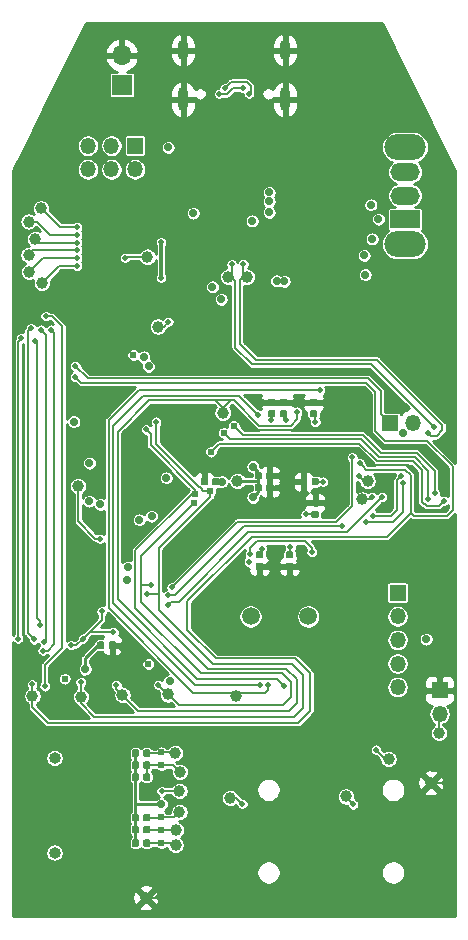
<source format=gbr>
G04 #@! TF.GenerationSoftware,KiCad,Pcbnew,(5.1.5)-3*
G04 #@! TF.CreationDate,2020-09-05T19:48:14+08:00*
G04 #@! TF.ProjectId,VS1053 Dev Brd,56533130-3533-4204-9465-76204272642e,rev?*
G04 #@! TF.SameCoordinates,Original*
G04 #@! TF.FileFunction,Copper,L4,Bot*
G04 #@! TF.FilePolarity,Positive*
%FSLAX46Y46*%
G04 Gerber Fmt 4.6, Leading zero omitted, Abs format (unit mm)*
G04 Created by KiCad (PCBNEW (5.1.5)-3) date 2020-09-05 19:48:14*
%MOMM*%
%LPD*%
G04 APERTURE LIST*
%ADD10C,1.500000*%
%ADD11O,1.350000X1.350000*%
%ADD12R,1.350000X1.350000*%
%ADD13C,1.000000*%
%ADD14O,0.900000X2.000000*%
%ADD15O,0.900000X1.700000*%
%ADD16R,1.700000X1.700000*%
%ADD17O,1.700000X1.700000*%
%ADD18C,0.100000*%
%ADD19O,1.000000X1.000000*%
%ADD20R,2.500000X1.500000*%
%ADD21O,2.500000X1.500000*%
%ADD22O,3.500000X2.200000*%
%ADD23C,0.508000*%
%ADD24C,0.609600*%
%ADD25C,0.711200*%
%ADD26C,0.203200*%
%ADD27C,0.254000*%
%ADD28C,0.304800*%
%ADD29C,0.211328*%
G04 APERTURE END LIST*
D10*
X95710400Y-110617000D03*
X90830400Y-110617000D03*
D11*
X103276400Y-116610400D03*
X103276400Y-114610400D03*
X103276400Y-112610400D03*
X103276400Y-110610400D03*
D12*
X103276400Y-108610400D03*
D11*
X77051400Y-72764400D03*
X77051400Y-70764400D03*
X79051400Y-72764400D03*
X79051400Y-70764400D03*
X81051400Y-72764400D03*
D12*
X81051400Y-70764400D03*
D11*
X104616000Y-94234000D03*
D12*
X102616000Y-94234000D03*
D13*
X83845400Y-117221000D03*
X76454000Y-117424200D03*
X72364600Y-117348000D03*
X81965800Y-134442200D03*
X84455000Y-122174000D03*
X84836000Y-123774200D03*
X84810600Y-125399800D03*
X84810600Y-127177800D03*
X76225400Y-99568000D03*
X84505800Y-128701800D03*
X84480400Y-129997200D03*
X79984600Y-117271800D03*
X106095800Y-124714000D03*
X106781600Y-120497600D03*
X98907600Y-125857000D03*
X102514400Y-122682000D03*
X89103200Y-125984000D03*
X90525600Y-81864200D03*
X88925400Y-81864200D03*
X73152000Y-82397600D03*
X82092800Y-80162400D03*
X72085200Y-81432400D03*
X72034400Y-80010000D03*
X82981800Y-86080600D03*
X72593200Y-78663800D03*
X72034400Y-77190600D03*
X73101200Y-76073000D03*
X89712800Y-99161600D03*
X88468200Y-93370400D03*
X89636600Y-117322600D03*
X100304600Y-100711000D03*
X100736400Y-99161600D03*
D14*
X93753400Y-66852400D03*
X85113400Y-66852400D03*
D15*
X93753400Y-62682400D03*
X85113400Y-62682400D03*
D16*
X79933800Y-65633600D03*
D17*
X79933800Y-63093600D03*
G04 #@! TA.AperFunction,SMDPad,CuDef*
D18*
G36*
X87078358Y-98893110D02*
G01*
X87092676Y-98895234D01*
X87106717Y-98898751D01*
X87120346Y-98903628D01*
X87133431Y-98909817D01*
X87145847Y-98917258D01*
X87157473Y-98925881D01*
X87168198Y-98935602D01*
X87177919Y-98946327D01*
X87186542Y-98957953D01*
X87193983Y-98970369D01*
X87200172Y-98983454D01*
X87205049Y-98997083D01*
X87208566Y-99011124D01*
X87210690Y-99025442D01*
X87211400Y-99039900D01*
X87211400Y-99384900D01*
X87210690Y-99399358D01*
X87208566Y-99413676D01*
X87205049Y-99427717D01*
X87200172Y-99441346D01*
X87193983Y-99454431D01*
X87186542Y-99466847D01*
X87177919Y-99478473D01*
X87168198Y-99489198D01*
X87157473Y-99498919D01*
X87145847Y-99507542D01*
X87133431Y-99514983D01*
X87120346Y-99521172D01*
X87106717Y-99526049D01*
X87092676Y-99529566D01*
X87078358Y-99531690D01*
X87063900Y-99532400D01*
X86768900Y-99532400D01*
X86754442Y-99531690D01*
X86740124Y-99529566D01*
X86726083Y-99526049D01*
X86712454Y-99521172D01*
X86699369Y-99514983D01*
X86686953Y-99507542D01*
X86675327Y-99498919D01*
X86664602Y-99489198D01*
X86654881Y-99478473D01*
X86646258Y-99466847D01*
X86638817Y-99454431D01*
X86632628Y-99441346D01*
X86627751Y-99427717D01*
X86624234Y-99413676D01*
X86622110Y-99399358D01*
X86621400Y-99384900D01*
X86621400Y-99039900D01*
X86622110Y-99025442D01*
X86624234Y-99011124D01*
X86627751Y-98997083D01*
X86632628Y-98983454D01*
X86638817Y-98970369D01*
X86646258Y-98957953D01*
X86654881Y-98946327D01*
X86664602Y-98935602D01*
X86675327Y-98925881D01*
X86686953Y-98917258D01*
X86699369Y-98909817D01*
X86712454Y-98903628D01*
X86726083Y-98898751D01*
X86740124Y-98895234D01*
X86754442Y-98893110D01*
X86768900Y-98892400D01*
X87063900Y-98892400D01*
X87078358Y-98893110D01*
G37*
G04 #@! TD.AperFunction*
G04 #@! TA.AperFunction,SMDPad,CuDef*
G36*
X88048358Y-98893110D02*
G01*
X88062676Y-98895234D01*
X88076717Y-98898751D01*
X88090346Y-98903628D01*
X88103431Y-98909817D01*
X88115847Y-98917258D01*
X88127473Y-98925881D01*
X88138198Y-98935602D01*
X88147919Y-98946327D01*
X88156542Y-98957953D01*
X88163983Y-98970369D01*
X88170172Y-98983454D01*
X88175049Y-98997083D01*
X88178566Y-99011124D01*
X88180690Y-99025442D01*
X88181400Y-99039900D01*
X88181400Y-99384900D01*
X88180690Y-99399358D01*
X88178566Y-99413676D01*
X88175049Y-99427717D01*
X88170172Y-99441346D01*
X88163983Y-99454431D01*
X88156542Y-99466847D01*
X88147919Y-99478473D01*
X88138198Y-99489198D01*
X88127473Y-99498919D01*
X88115847Y-99507542D01*
X88103431Y-99514983D01*
X88090346Y-99521172D01*
X88076717Y-99526049D01*
X88062676Y-99529566D01*
X88048358Y-99531690D01*
X88033900Y-99532400D01*
X87738900Y-99532400D01*
X87724442Y-99531690D01*
X87710124Y-99529566D01*
X87696083Y-99526049D01*
X87682454Y-99521172D01*
X87669369Y-99514983D01*
X87656953Y-99507542D01*
X87645327Y-99498919D01*
X87634602Y-99489198D01*
X87624881Y-99478473D01*
X87616258Y-99466847D01*
X87608817Y-99454431D01*
X87602628Y-99441346D01*
X87597751Y-99427717D01*
X87594234Y-99413676D01*
X87592110Y-99399358D01*
X87591400Y-99384900D01*
X87591400Y-99039900D01*
X87592110Y-99025442D01*
X87594234Y-99011124D01*
X87597751Y-98997083D01*
X87602628Y-98983454D01*
X87608817Y-98970369D01*
X87616258Y-98957953D01*
X87624881Y-98946327D01*
X87634602Y-98935602D01*
X87645327Y-98925881D01*
X87656953Y-98917258D01*
X87669369Y-98909817D01*
X87682454Y-98903628D01*
X87696083Y-98898751D01*
X87710124Y-98895234D01*
X87724442Y-98893110D01*
X87738900Y-98892400D01*
X88033900Y-98892400D01*
X88048358Y-98893110D01*
G37*
G04 #@! TD.AperFunction*
G04 #@! TA.AperFunction,SMDPad,CuDef*
G36*
X91779358Y-105115710D02*
G01*
X91793676Y-105117834D01*
X91807717Y-105121351D01*
X91821346Y-105126228D01*
X91834431Y-105132417D01*
X91846847Y-105139858D01*
X91858473Y-105148481D01*
X91869198Y-105158202D01*
X91878919Y-105168927D01*
X91887542Y-105180553D01*
X91894983Y-105192969D01*
X91901172Y-105206054D01*
X91906049Y-105219683D01*
X91909566Y-105233724D01*
X91911690Y-105248042D01*
X91912400Y-105262500D01*
X91912400Y-105557500D01*
X91911690Y-105571958D01*
X91909566Y-105586276D01*
X91906049Y-105600317D01*
X91901172Y-105613946D01*
X91894983Y-105627031D01*
X91887542Y-105639447D01*
X91878919Y-105651073D01*
X91869198Y-105661798D01*
X91858473Y-105671519D01*
X91846847Y-105680142D01*
X91834431Y-105687583D01*
X91821346Y-105693772D01*
X91807717Y-105698649D01*
X91793676Y-105702166D01*
X91779358Y-105704290D01*
X91764900Y-105705000D01*
X91419900Y-105705000D01*
X91405442Y-105704290D01*
X91391124Y-105702166D01*
X91377083Y-105698649D01*
X91363454Y-105693772D01*
X91350369Y-105687583D01*
X91337953Y-105680142D01*
X91326327Y-105671519D01*
X91315602Y-105661798D01*
X91305881Y-105651073D01*
X91297258Y-105639447D01*
X91289817Y-105627031D01*
X91283628Y-105613946D01*
X91278751Y-105600317D01*
X91275234Y-105586276D01*
X91273110Y-105571958D01*
X91272400Y-105557500D01*
X91272400Y-105262500D01*
X91273110Y-105248042D01*
X91275234Y-105233724D01*
X91278751Y-105219683D01*
X91283628Y-105206054D01*
X91289817Y-105192969D01*
X91297258Y-105180553D01*
X91305881Y-105168927D01*
X91315602Y-105158202D01*
X91326327Y-105148481D01*
X91337953Y-105139858D01*
X91350369Y-105132417D01*
X91363454Y-105126228D01*
X91377083Y-105121351D01*
X91391124Y-105117834D01*
X91405442Y-105115710D01*
X91419900Y-105115000D01*
X91764900Y-105115000D01*
X91779358Y-105115710D01*
G37*
G04 #@! TD.AperFunction*
G04 #@! TA.AperFunction,SMDPad,CuDef*
G36*
X91779358Y-106085710D02*
G01*
X91793676Y-106087834D01*
X91807717Y-106091351D01*
X91821346Y-106096228D01*
X91834431Y-106102417D01*
X91846847Y-106109858D01*
X91858473Y-106118481D01*
X91869198Y-106128202D01*
X91878919Y-106138927D01*
X91887542Y-106150553D01*
X91894983Y-106162969D01*
X91901172Y-106176054D01*
X91906049Y-106189683D01*
X91909566Y-106203724D01*
X91911690Y-106218042D01*
X91912400Y-106232500D01*
X91912400Y-106527500D01*
X91911690Y-106541958D01*
X91909566Y-106556276D01*
X91906049Y-106570317D01*
X91901172Y-106583946D01*
X91894983Y-106597031D01*
X91887542Y-106609447D01*
X91878919Y-106621073D01*
X91869198Y-106631798D01*
X91858473Y-106641519D01*
X91846847Y-106650142D01*
X91834431Y-106657583D01*
X91821346Y-106663772D01*
X91807717Y-106668649D01*
X91793676Y-106672166D01*
X91779358Y-106674290D01*
X91764900Y-106675000D01*
X91419900Y-106675000D01*
X91405442Y-106674290D01*
X91391124Y-106672166D01*
X91377083Y-106668649D01*
X91363454Y-106663772D01*
X91350369Y-106657583D01*
X91337953Y-106650142D01*
X91326327Y-106641519D01*
X91315602Y-106631798D01*
X91305881Y-106621073D01*
X91297258Y-106609447D01*
X91289817Y-106597031D01*
X91283628Y-106583946D01*
X91278751Y-106570317D01*
X91275234Y-106556276D01*
X91273110Y-106541958D01*
X91272400Y-106527500D01*
X91272400Y-106232500D01*
X91273110Y-106218042D01*
X91275234Y-106203724D01*
X91278751Y-106189683D01*
X91283628Y-106176054D01*
X91289817Y-106162969D01*
X91297258Y-106150553D01*
X91305881Y-106138927D01*
X91315602Y-106128202D01*
X91326327Y-106118481D01*
X91337953Y-106109858D01*
X91350369Y-106102417D01*
X91363454Y-106096228D01*
X91377083Y-106091351D01*
X91391124Y-106087834D01*
X91405442Y-106085710D01*
X91419900Y-106085000D01*
X91764900Y-106085000D01*
X91779358Y-106085710D01*
G37*
G04 #@! TD.AperFunction*
G04 #@! TA.AperFunction,SMDPad,CuDef*
G36*
X94319358Y-106085710D02*
G01*
X94333676Y-106087834D01*
X94347717Y-106091351D01*
X94361346Y-106096228D01*
X94374431Y-106102417D01*
X94386847Y-106109858D01*
X94398473Y-106118481D01*
X94409198Y-106128202D01*
X94418919Y-106138927D01*
X94427542Y-106150553D01*
X94434983Y-106162969D01*
X94441172Y-106176054D01*
X94446049Y-106189683D01*
X94449566Y-106203724D01*
X94451690Y-106218042D01*
X94452400Y-106232500D01*
X94452400Y-106527500D01*
X94451690Y-106541958D01*
X94449566Y-106556276D01*
X94446049Y-106570317D01*
X94441172Y-106583946D01*
X94434983Y-106597031D01*
X94427542Y-106609447D01*
X94418919Y-106621073D01*
X94409198Y-106631798D01*
X94398473Y-106641519D01*
X94386847Y-106650142D01*
X94374431Y-106657583D01*
X94361346Y-106663772D01*
X94347717Y-106668649D01*
X94333676Y-106672166D01*
X94319358Y-106674290D01*
X94304900Y-106675000D01*
X93959900Y-106675000D01*
X93945442Y-106674290D01*
X93931124Y-106672166D01*
X93917083Y-106668649D01*
X93903454Y-106663772D01*
X93890369Y-106657583D01*
X93877953Y-106650142D01*
X93866327Y-106641519D01*
X93855602Y-106631798D01*
X93845881Y-106621073D01*
X93837258Y-106609447D01*
X93829817Y-106597031D01*
X93823628Y-106583946D01*
X93818751Y-106570317D01*
X93815234Y-106556276D01*
X93813110Y-106541958D01*
X93812400Y-106527500D01*
X93812400Y-106232500D01*
X93813110Y-106218042D01*
X93815234Y-106203724D01*
X93818751Y-106189683D01*
X93823628Y-106176054D01*
X93829817Y-106162969D01*
X93837258Y-106150553D01*
X93845881Y-106138927D01*
X93855602Y-106128202D01*
X93866327Y-106118481D01*
X93877953Y-106109858D01*
X93890369Y-106102417D01*
X93903454Y-106096228D01*
X93917083Y-106091351D01*
X93931124Y-106087834D01*
X93945442Y-106085710D01*
X93959900Y-106085000D01*
X94304900Y-106085000D01*
X94319358Y-106085710D01*
G37*
G04 #@! TD.AperFunction*
G04 #@! TA.AperFunction,SMDPad,CuDef*
G36*
X94319358Y-105115710D02*
G01*
X94333676Y-105117834D01*
X94347717Y-105121351D01*
X94361346Y-105126228D01*
X94374431Y-105132417D01*
X94386847Y-105139858D01*
X94398473Y-105148481D01*
X94409198Y-105158202D01*
X94418919Y-105168927D01*
X94427542Y-105180553D01*
X94434983Y-105192969D01*
X94441172Y-105206054D01*
X94446049Y-105219683D01*
X94449566Y-105233724D01*
X94451690Y-105248042D01*
X94452400Y-105262500D01*
X94452400Y-105557500D01*
X94451690Y-105571958D01*
X94449566Y-105586276D01*
X94446049Y-105600317D01*
X94441172Y-105613946D01*
X94434983Y-105627031D01*
X94427542Y-105639447D01*
X94418919Y-105651073D01*
X94409198Y-105661798D01*
X94398473Y-105671519D01*
X94386847Y-105680142D01*
X94374431Y-105687583D01*
X94361346Y-105693772D01*
X94347717Y-105698649D01*
X94333676Y-105702166D01*
X94319358Y-105704290D01*
X94304900Y-105705000D01*
X93959900Y-105705000D01*
X93945442Y-105704290D01*
X93931124Y-105702166D01*
X93917083Y-105698649D01*
X93903454Y-105693772D01*
X93890369Y-105687583D01*
X93877953Y-105680142D01*
X93866327Y-105671519D01*
X93855602Y-105661798D01*
X93845881Y-105651073D01*
X93837258Y-105639447D01*
X93829817Y-105627031D01*
X93823628Y-105613946D01*
X93818751Y-105600317D01*
X93815234Y-105586276D01*
X93813110Y-105571958D01*
X93812400Y-105557500D01*
X93812400Y-105262500D01*
X93813110Y-105248042D01*
X93815234Y-105233724D01*
X93818751Y-105219683D01*
X93823628Y-105206054D01*
X93829817Y-105192969D01*
X93837258Y-105180553D01*
X93845881Y-105168927D01*
X93855602Y-105158202D01*
X93866327Y-105148481D01*
X93877953Y-105139858D01*
X93890369Y-105132417D01*
X93903454Y-105126228D01*
X93917083Y-105121351D01*
X93931124Y-105117834D01*
X93945442Y-105115710D01*
X93959900Y-105115000D01*
X94304900Y-105115000D01*
X94319358Y-105115710D01*
G37*
G04 #@! TD.AperFunction*
G04 #@! TA.AperFunction,SMDPad,CuDef*
G36*
X96351358Y-93180110D02*
G01*
X96365676Y-93182234D01*
X96379717Y-93185751D01*
X96393346Y-93190628D01*
X96406431Y-93196817D01*
X96418847Y-93204258D01*
X96430473Y-93212881D01*
X96441198Y-93222602D01*
X96450919Y-93233327D01*
X96459542Y-93244953D01*
X96466983Y-93257369D01*
X96473172Y-93270454D01*
X96478049Y-93284083D01*
X96481566Y-93298124D01*
X96483690Y-93312442D01*
X96484400Y-93326900D01*
X96484400Y-93621900D01*
X96483690Y-93636358D01*
X96481566Y-93650676D01*
X96478049Y-93664717D01*
X96473172Y-93678346D01*
X96466983Y-93691431D01*
X96459542Y-93703847D01*
X96450919Y-93715473D01*
X96441198Y-93726198D01*
X96430473Y-93735919D01*
X96418847Y-93744542D01*
X96406431Y-93751983D01*
X96393346Y-93758172D01*
X96379717Y-93763049D01*
X96365676Y-93766566D01*
X96351358Y-93768690D01*
X96336900Y-93769400D01*
X95991900Y-93769400D01*
X95977442Y-93768690D01*
X95963124Y-93766566D01*
X95949083Y-93763049D01*
X95935454Y-93758172D01*
X95922369Y-93751983D01*
X95909953Y-93744542D01*
X95898327Y-93735919D01*
X95887602Y-93726198D01*
X95877881Y-93715473D01*
X95869258Y-93703847D01*
X95861817Y-93691431D01*
X95855628Y-93678346D01*
X95850751Y-93664717D01*
X95847234Y-93650676D01*
X95845110Y-93636358D01*
X95844400Y-93621900D01*
X95844400Y-93326900D01*
X95845110Y-93312442D01*
X95847234Y-93298124D01*
X95850751Y-93284083D01*
X95855628Y-93270454D01*
X95861817Y-93257369D01*
X95869258Y-93244953D01*
X95877881Y-93233327D01*
X95887602Y-93222602D01*
X95898327Y-93212881D01*
X95909953Y-93204258D01*
X95922369Y-93196817D01*
X95935454Y-93190628D01*
X95949083Y-93185751D01*
X95963124Y-93182234D01*
X95977442Y-93180110D01*
X95991900Y-93179400D01*
X96336900Y-93179400D01*
X96351358Y-93180110D01*
G37*
G04 #@! TD.AperFunction*
G04 #@! TA.AperFunction,SMDPad,CuDef*
G36*
X96351358Y-92210110D02*
G01*
X96365676Y-92212234D01*
X96379717Y-92215751D01*
X96393346Y-92220628D01*
X96406431Y-92226817D01*
X96418847Y-92234258D01*
X96430473Y-92242881D01*
X96441198Y-92252602D01*
X96450919Y-92263327D01*
X96459542Y-92274953D01*
X96466983Y-92287369D01*
X96473172Y-92300454D01*
X96478049Y-92314083D01*
X96481566Y-92328124D01*
X96483690Y-92342442D01*
X96484400Y-92356900D01*
X96484400Y-92651900D01*
X96483690Y-92666358D01*
X96481566Y-92680676D01*
X96478049Y-92694717D01*
X96473172Y-92708346D01*
X96466983Y-92721431D01*
X96459542Y-92733847D01*
X96450919Y-92745473D01*
X96441198Y-92756198D01*
X96430473Y-92765919D01*
X96418847Y-92774542D01*
X96406431Y-92781983D01*
X96393346Y-92788172D01*
X96379717Y-92793049D01*
X96365676Y-92796566D01*
X96351358Y-92798690D01*
X96336900Y-92799400D01*
X95991900Y-92799400D01*
X95977442Y-92798690D01*
X95963124Y-92796566D01*
X95949083Y-92793049D01*
X95935454Y-92788172D01*
X95922369Y-92781983D01*
X95909953Y-92774542D01*
X95898327Y-92765919D01*
X95887602Y-92756198D01*
X95877881Y-92745473D01*
X95869258Y-92733847D01*
X95861817Y-92721431D01*
X95855628Y-92708346D01*
X95850751Y-92694717D01*
X95847234Y-92680676D01*
X95845110Y-92666358D01*
X95844400Y-92651900D01*
X95844400Y-92356900D01*
X95845110Y-92342442D01*
X95847234Y-92328124D01*
X95850751Y-92314083D01*
X95855628Y-92300454D01*
X95861817Y-92287369D01*
X95869258Y-92274953D01*
X95877881Y-92263327D01*
X95887602Y-92252602D01*
X95898327Y-92242881D01*
X95909953Y-92234258D01*
X95922369Y-92226817D01*
X95935454Y-92220628D01*
X95949083Y-92215751D01*
X95963124Y-92212234D01*
X95977442Y-92210110D01*
X95991900Y-92209400D01*
X96336900Y-92209400D01*
X96351358Y-92210110D01*
G37*
G04 #@! TD.AperFunction*
G04 #@! TA.AperFunction,SMDPad,CuDef*
G36*
X92795358Y-92187110D02*
G01*
X92809676Y-92189234D01*
X92823717Y-92192751D01*
X92837346Y-92197628D01*
X92850431Y-92203817D01*
X92862847Y-92211258D01*
X92874473Y-92219881D01*
X92885198Y-92229602D01*
X92894919Y-92240327D01*
X92903542Y-92251953D01*
X92910983Y-92264369D01*
X92917172Y-92277454D01*
X92922049Y-92291083D01*
X92925566Y-92305124D01*
X92927690Y-92319442D01*
X92928400Y-92333900D01*
X92928400Y-92628900D01*
X92927690Y-92643358D01*
X92925566Y-92657676D01*
X92922049Y-92671717D01*
X92917172Y-92685346D01*
X92910983Y-92698431D01*
X92903542Y-92710847D01*
X92894919Y-92722473D01*
X92885198Y-92733198D01*
X92874473Y-92742919D01*
X92862847Y-92751542D01*
X92850431Y-92758983D01*
X92837346Y-92765172D01*
X92823717Y-92770049D01*
X92809676Y-92773566D01*
X92795358Y-92775690D01*
X92780900Y-92776400D01*
X92435900Y-92776400D01*
X92421442Y-92775690D01*
X92407124Y-92773566D01*
X92393083Y-92770049D01*
X92379454Y-92765172D01*
X92366369Y-92758983D01*
X92353953Y-92751542D01*
X92342327Y-92742919D01*
X92331602Y-92733198D01*
X92321881Y-92722473D01*
X92313258Y-92710847D01*
X92305817Y-92698431D01*
X92299628Y-92685346D01*
X92294751Y-92671717D01*
X92291234Y-92657676D01*
X92289110Y-92643358D01*
X92288400Y-92628900D01*
X92288400Y-92333900D01*
X92289110Y-92319442D01*
X92291234Y-92305124D01*
X92294751Y-92291083D01*
X92299628Y-92277454D01*
X92305817Y-92264369D01*
X92313258Y-92251953D01*
X92321881Y-92240327D01*
X92331602Y-92229602D01*
X92342327Y-92219881D01*
X92353953Y-92211258D01*
X92366369Y-92203817D01*
X92379454Y-92197628D01*
X92393083Y-92192751D01*
X92407124Y-92189234D01*
X92421442Y-92187110D01*
X92435900Y-92186400D01*
X92780900Y-92186400D01*
X92795358Y-92187110D01*
G37*
G04 #@! TD.AperFunction*
G04 #@! TA.AperFunction,SMDPad,CuDef*
G36*
X92795358Y-93157110D02*
G01*
X92809676Y-93159234D01*
X92823717Y-93162751D01*
X92837346Y-93167628D01*
X92850431Y-93173817D01*
X92862847Y-93181258D01*
X92874473Y-93189881D01*
X92885198Y-93199602D01*
X92894919Y-93210327D01*
X92903542Y-93221953D01*
X92910983Y-93234369D01*
X92917172Y-93247454D01*
X92922049Y-93261083D01*
X92925566Y-93275124D01*
X92927690Y-93289442D01*
X92928400Y-93303900D01*
X92928400Y-93598900D01*
X92927690Y-93613358D01*
X92925566Y-93627676D01*
X92922049Y-93641717D01*
X92917172Y-93655346D01*
X92910983Y-93668431D01*
X92903542Y-93680847D01*
X92894919Y-93692473D01*
X92885198Y-93703198D01*
X92874473Y-93712919D01*
X92862847Y-93721542D01*
X92850431Y-93728983D01*
X92837346Y-93735172D01*
X92823717Y-93740049D01*
X92809676Y-93743566D01*
X92795358Y-93745690D01*
X92780900Y-93746400D01*
X92435900Y-93746400D01*
X92421442Y-93745690D01*
X92407124Y-93743566D01*
X92393083Y-93740049D01*
X92379454Y-93735172D01*
X92366369Y-93728983D01*
X92353953Y-93721542D01*
X92342327Y-93712919D01*
X92331602Y-93703198D01*
X92321881Y-93692473D01*
X92313258Y-93680847D01*
X92305817Y-93668431D01*
X92299628Y-93655346D01*
X92294751Y-93641717D01*
X92291234Y-93627676D01*
X92289110Y-93613358D01*
X92288400Y-93598900D01*
X92288400Y-93303900D01*
X92289110Y-93289442D01*
X92291234Y-93275124D01*
X92294751Y-93261083D01*
X92299628Y-93247454D01*
X92305817Y-93234369D01*
X92313258Y-93221953D01*
X92321881Y-93210327D01*
X92331602Y-93199602D01*
X92342327Y-93189881D01*
X92353953Y-93181258D01*
X92366369Y-93173817D01*
X92379454Y-93167628D01*
X92393083Y-93162751D01*
X92407124Y-93159234D01*
X92421442Y-93157110D01*
X92435900Y-93156400D01*
X92780900Y-93156400D01*
X92795358Y-93157110D01*
G37*
G04 #@! TD.AperFunction*
G04 #@! TA.AperFunction,SMDPad,CuDef*
G36*
X93811358Y-93180110D02*
G01*
X93825676Y-93182234D01*
X93839717Y-93185751D01*
X93853346Y-93190628D01*
X93866431Y-93196817D01*
X93878847Y-93204258D01*
X93890473Y-93212881D01*
X93901198Y-93222602D01*
X93910919Y-93233327D01*
X93919542Y-93244953D01*
X93926983Y-93257369D01*
X93933172Y-93270454D01*
X93938049Y-93284083D01*
X93941566Y-93298124D01*
X93943690Y-93312442D01*
X93944400Y-93326900D01*
X93944400Y-93621900D01*
X93943690Y-93636358D01*
X93941566Y-93650676D01*
X93938049Y-93664717D01*
X93933172Y-93678346D01*
X93926983Y-93691431D01*
X93919542Y-93703847D01*
X93910919Y-93715473D01*
X93901198Y-93726198D01*
X93890473Y-93735919D01*
X93878847Y-93744542D01*
X93866431Y-93751983D01*
X93853346Y-93758172D01*
X93839717Y-93763049D01*
X93825676Y-93766566D01*
X93811358Y-93768690D01*
X93796900Y-93769400D01*
X93451900Y-93769400D01*
X93437442Y-93768690D01*
X93423124Y-93766566D01*
X93409083Y-93763049D01*
X93395454Y-93758172D01*
X93382369Y-93751983D01*
X93369953Y-93744542D01*
X93358327Y-93735919D01*
X93347602Y-93726198D01*
X93337881Y-93715473D01*
X93329258Y-93703847D01*
X93321817Y-93691431D01*
X93315628Y-93678346D01*
X93310751Y-93664717D01*
X93307234Y-93650676D01*
X93305110Y-93636358D01*
X93304400Y-93621900D01*
X93304400Y-93326900D01*
X93305110Y-93312442D01*
X93307234Y-93298124D01*
X93310751Y-93284083D01*
X93315628Y-93270454D01*
X93321817Y-93257369D01*
X93329258Y-93244953D01*
X93337881Y-93233327D01*
X93347602Y-93222602D01*
X93358327Y-93212881D01*
X93369953Y-93204258D01*
X93382369Y-93196817D01*
X93395454Y-93190628D01*
X93409083Y-93185751D01*
X93423124Y-93182234D01*
X93437442Y-93180110D01*
X93451900Y-93179400D01*
X93796900Y-93179400D01*
X93811358Y-93180110D01*
G37*
G04 #@! TD.AperFunction*
G04 #@! TA.AperFunction,SMDPad,CuDef*
G36*
X93811358Y-92210110D02*
G01*
X93825676Y-92212234D01*
X93839717Y-92215751D01*
X93853346Y-92220628D01*
X93866431Y-92226817D01*
X93878847Y-92234258D01*
X93890473Y-92242881D01*
X93901198Y-92252602D01*
X93910919Y-92263327D01*
X93919542Y-92274953D01*
X93926983Y-92287369D01*
X93933172Y-92300454D01*
X93938049Y-92314083D01*
X93941566Y-92328124D01*
X93943690Y-92342442D01*
X93944400Y-92356900D01*
X93944400Y-92651900D01*
X93943690Y-92666358D01*
X93941566Y-92680676D01*
X93938049Y-92694717D01*
X93933172Y-92708346D01*
X93926983Y-92721431D01*
X93919542Y-92733847D01*
X93910919Y-92745473D01*
X93901198Y-92756198D01*
X93890473Y-92765919D01*
X93878847Y-92774542D01*
X93866431Y-92781983D01*
X93853346Y-92788172D01*
X93839717Y-92793049D01*
X93825676Y-92796566D01*
X93811358Y-92798690D01*
X93796900Y-92799400D01*
X93451900Y-92799400D01*
X93437442Y-92798690D01*
X93423124Y-92796566D01*
X93409083Y-92793049D01*
X93395454Y-92788172D01*
X93382369Y-92781983D01*
X93369953Y-92774542D01*
X93358327Y-92765919D01*
X93347602Y-92756198D01*
X93337881Y-92745473D01*
X93329258Y-92733847D01*
X93321817Y-92721431D01*
X93315628Y-92708346D01*
X93310751Y-92694717D01*
X93307234Y-92680676D01*
X93305110Y-92666358D01*
X93304400Y-92651900D01*
X93304400Y-92356900D01*
X93305110Y-92342442D01*
X93307234Y-92328124D01*
X93310751Y-92314083D01*
X93315628Y-92300454D01*
X93321817Y-92287369D01*
X93329258Y-92274953D01*
X93337881Y-92263327D01*
X93347602Y-92252602D01*
X93358327Y-92242881D01*
X93369953Y-92234258D01*
X93382369Y-92226817D01*
X93395454Y-92220628D01*
X93409083Y-92215751D01*
X93423124Y-92212234D01*
X93437442Y-92210110D01*
X93451900Y-92209400D01*
X93796900Y-92209400D01*
X93811358Y-92210110D01*
G37*
G04 #@! TD.AperFunction*
G04 #@! TA.AperFunction,SMDPad,CuDef*
G36*
X96478358Y-100719110D02*
G01*
X96492676Y-100721234D01*
X96506717Y-100724751D01*
X96520346Y-100729628D01*
X96533431Y-100735817D01*
X96545847Y-100743258D01*
X96557473Y-100751881D01*
X96568198Y-100761602D01*
X96577919Y-100772327D01*
X96586542Y-100783953D01*
X96593983Y-100796369D01*
X96600172Y-100809454D01*
X96605049Y-100823083D01*
X96608566Y-100837124D01*
X96610690Y-100851442D01*
X96611400Y-100865900D01*
X96611400Y-101160900D01*
X96610690Y-101175358D01*
X96608566Y-101189676D01*
X96605049Y-101203717D01*
X96600172Y-101217346D01*
X96593983Y-101230431D01*
X96586542Y-101242847D01*
X96577919Y-101254473D01*
X96568198Y-101265198D01*
X96557473Y-101274919D01*
X96545847Y-101283542D01*
X96533431Y-101290983D01*
X96520346Y-101297172D01*
X96506717Y-101302049D01*
X96492676Y-101305566D01*
X96478358Y-101307690D01*
X96463900Y-101308400D01*
X96118900Y-101308400D01*
X96104442Y-101307690D01*
X96090124Y-101305566D01*
X96076083Y-101302049D01*
X96062454Y-101297172D01*
X96049369Y-101290983D01*
X96036953Y-101283542D01*
X96025327Y-101274919D01*
X96014602Y-101265198D01*
X96004881Y-101254473D01*
X95996258Y-101242847D01*
X95988817Y-101230431D01*
X95982628Y-101217346D01*
X95977751Y-101203717D01*
X95974234Y-101189676D01*
X95972110Y-101175358D01*
X95971400Y-101160900D01*
X95971400Y-100865900D01*
X95972110Y-100851442D01*
X95974234Y-100837124D01*
X95977751Y-100823083D01*
X95982628Y-100809454D01*
X95988817Y-100796369D01*
X95996258Y-100783953D01*
X96004881Y-100772327D01*
X96014602Y-100761602D01*
X96025327Y-100751881D01*
X96036953Y-100743258D01*
X96049369Y-100735817D01*
X96062454Y-100729628D01*
X96076083Y-100724751D01*
X96090124Y-100721234D01*
X96104442Y-100719110D01*
X96118900Y-100718400D01*
X96463900Y-100718400D01*
X96478358Y-100719110D01*
G37*
G04 #@! TD.AperFunction*
G04 #@! TA.AperFunction,SMDPad,CuDef*
G36*
X96478358Y-101689110D02*
G01*
X96492676Y-101691234D01*
X96506717Y-101694751D01*
X96520346Y-101699628D01*
X96533431Y-101705817D01*
X96545847Y-101713258D01*
X96557473Y-101721881D01*
X96568198Y-101731602D01*
X96577919Y-101742327D01*
X96586542Y-101753953D01*
X96593983Y-101766369D01*
X96600172Y-101779454D01*
X96605049Y-101793083D01*
X96608566Y-101807124D01*
X96610690Y-101821442D01*
X96611400Y-101835900D01*
X96611400Y-102130900D01*
X96610690Y-102145358D01*
X96608566Y-102159676D01*
X96605049Y-102173717D01*
X96600172Y-102187346D01*
X96593983Y-102200431D01*
X96586542Y-102212847D01*
X96577919Y-102224473D01*
X96568198Y-102235198D01*
X96557473Y-102244919D01*
X96545847Y-102253542D01*
X96533431Y-102260983D01*
X96520346Y-102267172D01*
X96506717Y-102272049D01*
X96492676Y-102275566D01*
X96478358Y-102277690D01*
X96463900Y-102278400D01*
X96118900Y-102278400D01*
X96104442Y-102277690D01*
X96090124Y-102275566D01*
X96076083Y-102272049D01*
X96062454Y-102267172D01*
X96049369Y-102260983D01*
X96036953Y-102253542D01*
X96025327Y-102244919D01*
X96014602Y-102235198D01*
X96004881Y-102224473D01*
X95996258Y-102212847D01*
X95988817Y-102200431D01*
X95982628Y-102187346D01*
X95977751Y-102173717D01*
X95974234Y-102159676D01*
X95972110Y-102145358D01*
X95971400Y-102130900D01*
X95971400Y-101835900D01*
X95972110Y-101821442D01*
X95974234Y-101807124D01*
X95977751Y-101793083D01*
X95982628Y-101779454D01*
X95988817Y-101766369D01*
X95996258Y-101753953D01*
X96004881Y-101742327D01*
X96014602Y-101731602D01*
X96025327Y-101721881D01*
X96036953Y-101713258D01*
X96049369Y-101705817D01*
X96062454Y-101699628D01*
X96076083Y-101694751D01*
X96090124Y-101691234D01*
X96104442Y-101689110D01*
X96118900Y-101688400D01*
X96463900Y-101688400D01*
X96478358Y-101689110D01*
G37*
G04 #@! TD.AperFunction*
G04 #@! TA.AperFunction,SMDPad,CuDef*
G36*
X91650358Y-99401110D02*
G01*
X91664676Y-99403234D01*
X91678717Y-99406751D01*
X91692346Y-99411628D01*
X91705431Y-99417817D01*
X91717847Y-99425258D01*
X91729473Y-99433881D01*
X91740198Y-99443602D01*
X91749919Y-99454327D01*
X91758542Y-99465953D01*
X91765983Y-99478369D01*
X91772172Y-99491454D01*
X91777049Y-99505083D01*
X91780566Y-99519124D01*
X91782690Y-99533442D01*
X91783400Y-99547900D01*
X91783400Y-99892900D01*
X91782690Y-99907358D01*
X91780566Y-99921676D01*
X91777049Y-99935717D01*
X91772172Y-99949346D01*
X91765983Y-99962431D01*
X91758542Y-99974847D01*
X91749919Y-99986473D01*
X91740198Y-99997198D01*
X91729473Y-100006919D01*
X91717847Y-100015542D01*
X91705431Y-100022983D01*
X91692346Y-100029172D01*
X91678717Y-100034049D01*
X91664676Y-100037566D01*
X91650358Y-100039690D01*
X91635900Y-100040400D01*
X91340900Y-100040400D01*
X91326442Y-100039690D01*
X91312124Y-100037566D01*
X91298083Y-100034049D01*
X91284454Y-100029172D01*
X91271369Y-100022983D01*
X91258953Y-100015542D01*
X91247327Y-100006919D01*
X91236602Y-99997198D01*
X91226881Y-99986473D01*
X91218258Y-99974847D01*
X91210817Y-99962431D01*
X91204628Y-99949346D01*
X91199751Y-99935717D01*
X91196234Y-99921676D01*
X91194110Y-99907358D01*
X91193400Y-99892900D01*
X91193400Y-99547900D01*
X91194110Y-99533442D01*
X91196234Y-99519124D01*
X91199751Y-99505083D01*
X91204628Y-99491454D01*
X91210817Y-99478369D01*
X91218258Y-99465953D01*
X91226881Y-99454327D01*
X91236602Y-99443602D01*
X91247327Y-99433881D01*
X91258953Y-99425258D01*
X91271369Y-99417817D01*
X91284454Y-99411628D01*
X91298083Y-99406751D01*
X91312124Y-99403234D01*
X91326442Y-99401110D01*
X91340900Y-99400400D01*
X91635900Y-99400400D01*
X91650358Y-99401110D01*
G37*
G04 #@! TD.AperFunction*
G04 #@! TA.AperFunction,SMDPad,CuDef*
G36*
X92620358Y-99401110D02*
G01*
X92634676Y-99403234D01*
X92648717Y-99406751D01*
X92662346Y-99411628D01*
X92675431Y-99417817D01*
X92687847Y-99425258D01*
X92699473Y-99433881D01*
X92710198Y-99443602D01*
X92719919Y-99454327D01*
X92728542Y-99465953D01*
X92735983Y-99478369D01*
X92742172Y-99491454D01*
X92747049Y-99505083D01*
X92750566Y-99519124D01*
X92752690Y-99533442D01*
X92753400Y-99547900D01*
X92753400Y-99892900D01*
X92752690Y-99907358D01*
X92750566Y-99921676D01*
X92747049Y-99935717D01*
X92742172Y-99949346D01*
X92735983Y-99962431D01*
X92728542Y-99974847D01*
X92719919Y-99986473D01*
X92710198Y-99997198D01*
X92699473Y-100006919D01*
X92687847Y-100015542D01*
X92675431Y-100022983D01*
X92662346Y-100029172D01*
X92648717Y-100034049D01*
X92634676Y-100037566D01*
X92620358Y-100039690D01*
X92605900Y-100040400D01*
X92310900Y-100040400D01*
X92296442Y-100039690D01*
X92282124Y-100037566D01*
X92268083Y-100034049D01*
X92254454Y-100029172D01*
X92241369Y-100022983D01*
X92228953Y-100015542D01*
X92217327Y-100006919D01*
X92206602Y-99997198D01*
X92196881Y-99986473D01*
X92188258Y-99974847D01*
X92180817Y-99962431D01*
X92174628Y-99949346D01*
X92169751Y-99935717D01*
X92166234Y-99921676D01*
X92164110Y-99907358D01*
X92163400Y-99892900D01*
X92163400Y-99547900D01*
X92164110Y-99533442D01*
X92166234Y-99519124D01*
X92169751Y-99505083D01*
X92174628Y-99491454D01*
X92180817Y-99478369D01*
X92188258Y-99465953D01*
X92196881Y-99454327D01*
X92206602Y-99443602D01*
X92217327Y-99433881D01*
X92228953Y-99425258D01*
X92241369Y-99417817D01*
X92254454Y-99411628D01*
X92268083Y-99406751D01*
X92282124Y-99403234D01*
X92296442Y-99401110D01*
X92310900Y-99400400D01*
X92605900Y-99400400D01*
X92620358Y-99401110D01*
G37*
G04 #@! TD.AperFunction*
G04 #@! TA.AperFunction,SMDPad,CuDef*
G36*
X95483358Y-98893110D02*
G01*
X95497676Y-98895234D01*
X95511717Y-98898751D01*
X95525346Y-98903628D01*
X95538431Y-98909817D01*
X95550847Y-98917258D01*
X95562473Y-98925881D01*
X95573198Y-98935602D01*
X95582919Y-98946327D01*
X95591542Y-98957953D01*
X95598983Y-98970369D01*
X95605172Y-98983454D01*
X95610049Y-98997083D01*
X95613566Y-99011124D01*
X95615690Y-99025442D01*
X95616400Y-99039900D01*
X95616400Y-99384900D01*
X95615690Y-99399358D01*
X95613566Y-99413676D01*
X95610049Y-99427717D01*
X95605172Y-99441346D01*
X95598983Y-99454431D01*
X95591542Y-99466847D01*
X95582919Y-99478473D01*
X95573198Y-99489198D01*
X95562473Y-99498919D01*
X95550847Y-99507542D01*
X95538431Y-99514983D01*
X95525346Y-99521172D01*
X95511717Y-99526049D01*
X95497676Y-99529566D01*
X95483358Y-99531690D01*
X95468900Y-99532400D01*
X95173900Y-99532400D01*
X95159442Y-99531690D01*
X95145124Y-99529566D01*
X95131083Y-99526049D01*
X95117454Y-99521172D01*
X95104369Y-99514983D01*
X95091953Y-99507542D01*
X95080327Y-99498919D01*
X95069602Y-99489198D01*
X95059881Y-99478473D01*
X95051258Y-99466847D01*
X95043817Y-99454431D01*
X95037628Y-99441346D01*
X95032751Y-99427717D01*
X95029234Y-99413676D01*
X95027110Y-99399358D01*
X95026400Y-99384900D01*
X95026400Y-99039900D01*
X95027110Y-99025442D01*
X95029234Y-99011124D01*
X95032751Y-98997083D01*
X95037628Y-98983454D01*
X95043817Y-98970369D01*
X95051258Y-98957953D01*
X95059881Y-98946327D01*
X95069602Y-98935602D01*
X95080327Y-98925881D01*
X95091953Y-98917258D01*
X95104369Y-98909817D01*
X95117454Y-98903628D01*
X95131083Y-98898751D01*
X95145124Y-98895234D01*
X95159442Y-98893110D01*
X95173900Y-98892400D01*
X95468900Y-98892400D01*
X95483358Y-98893110D01*
G37*
G04 #@! TD.AperFunction*
G04 #@! TA.AperFunction,SMDPad,CuDef*
G36*
X96453358Y-98893110D02*
G01*
X96467676Y-98895234D01*
X96481717Y-98898751D01*
X96495346Y-98903628D01*
X96508431Y-98909817D01*
X96520847Y-98917258D01*
X96532473Y-98925881D01*
X96543198Y-98935602D01*
X96552919Y-98946327D01*
X96561542Y-98957953D01*
X96568983Y-98970369D01*
X96575172Y-98983454D01*
X96580049Y-98997083D01*
X96583566Y-99011124D01*
X96585690Y-99025442D01*
X96586400Y-99039900D01*
X96586400Y-99384900D01*
X96585690Y-99399358D01*
X96583566Y-99413676D01*
X96580049Y-99427717D01*
X96575172Y-99441346D01*
X96568983Y-99454431D01*
X96561542Y-99466847D01*
X96552919Y-99478473D01*
X96543198Y-99489198D01*
X96532473Y-99498919D01*
X96520847Y-99507542D01*
X96508431Y-99514983D01*
X96495346Y-99521172D01*
X96481717Y-99526049D01*
X96467676Y-99529566D01*
X96453358Y-99531690D01*
X96438900Y-99532400D01*
X96143900Y-99532400D01*
X96129442Y-99531690D01*
X96115124Y-99529566D01*
X96101083Y-99526049D01*
X96087454Y-99521172D01*
X96074369Y-99514983D01*
X96061953Y-99507542D01*
X96050327Y-99498919D01*
X96039602Y-99489198D01*
X96029881Y-99478473D01*
X96021258Y-99466847D01*
X96013817Y-99454431D01*
X96007628Y-99441346D01*
X96002751Y-99427717D01*
X95999234Y-99413676D01*
X95997110Y-99399358D01*
X95996400Y-99384900D01*
X95996400Y-99039900D01*
X95997110Y-99025442D01*
X95999234Y-99011124D01*
X96002751Y-98997083D01*
X96007628Y-98983454D01*
X96013817Y-98970369D01*
X96021258Y-98957953D01*
X96029881Y-98946327D01*
X96039602Y-98935602D01*
X96050327Y-98925881D01*
X96061953Y-98917258D01*
X96074369Y-98909817D01*
X96087454Y-98903628D01*
X96101083Y-98898751D01*
X96115124Y-98895234D01*
X96129442Y-98893110D01*
X96143900Y-98892400D01*
X96438900Y-98892400D01*
X96453358Y-98893110D01*
G37*
G04 #@! TD.AperFunction*
G04 #@! TA.AperFunction,SMDPad,CuDef*
G36*
X91650358Y-98385110D02*
G01*
X91664676Y-98387234D01*
X91678717Y-98390751D01*
X91692346Y-98395628D01*
X91705431Y-98401817D01*
X91717847Y-98409258D01*
X91729473Y-98417881D01*
X91740198Y-98427602D01*
X91749919Y-98438327D01*
X91758542Y-98449953D01*
X91765983Y-98462369D01*
X91772172Y-98475454D01*
X91777049Y-98489083D01*
X91780566Y-98503124D01*
X91782690Y-98517442D01*
X91783400Y-98531900D01*
X91783400Y-98876900D01*
X91782690Y-98891358D01*
X91780566Y-98905676D01*
X91777049Y-98919717D01*
X91772172Y-98933346D01*
X91765983Y-98946431D01*
X91758542Y-98958847D01*
X91749919Y-98970473D01*
X91740198Y-98981198D01*
X91729473Y-98990919D01*
X91717847Y-98999542D01*
X91705431Y-99006983D01*
X91692346Y-99013172D01*
X91678717Y-99018049D01*
X91664676Y-99021566D01*
X91650358Y-99023690D01*
X91635900Y-99024400D01*
X91340900Y-99024400D01*
X91326442Y-99023690D01*
X91312124Y-99021566D01*
X91298083Y-99018049D01*
X91284454Y-99013172D01*
X91271369Y-99006983D01*
X91258953Y-98999542D01*
X91247327Y-98990919D01*
X91236602Y-98981198D01*
X91226881Y-98970473D01*
X91218258Y-98958847D01*
X91210817Y-98946431D01*
X91204628Y-98933346D01*
X91199751Y-98919717D01*
X91196234Y-98905676D01*
X91194110Y-98891358D01*
X91193400Y-98876900D01*
X91193400Y-98531900D01*
X91194110Y-98517442D01*
X91196234Y-98503124D01*
X91199751Y-98489083D01*
X91204628Y-98475454D01*
X91210817Y-98462369D01*
X91218258Y-98449953D01*
X91226881Y-98438327D01*
X91236602Y-98427602D01*
X91247327Y-98417881D01*
X91258953Y-98409258D01*
X91271369Y-98401817D01*
X91284454Y-98395628D01*
X91298083Y-98390751D01*
X91312124Y-98387234D01*
X91326442Y-98385110D01*
X91340900Y-98384400D01*
X91635900Y-98384400D01*
X91650358Y-98385110D01*
G37*
G04 #@! TD.AperFunction*
G04 #@! TA.AperFunction,SMDPad,CuDef*
G36*
X92620358Y-98385110D02*
G01*
X92634676Y-98387234D01*
X92648717Y-98390751D01*
X92662346Y-98395628D01*
X92675431Y-98401817D01*
X92687847Y-98409258D01*
X92699473Y-98417881D01*
X92710198Y-98427602D01*
X92719919Y-98438327D01*
X92728542Y-98449953D01*
X92735983Y-98462369D01*
X92742172Y-98475454D01*
X92747049Y-98489083D01*
X92750566Y-98503124D01*
X92752690Y-98517442D01*
X92753400Y-98531900D01*
X92753400Y-98876900D01*
X92752690Y-98891358D01*
X92750566Y-98905676D01*
X92747049Y-98919717D01*
X92742172Y-98933346D01*
X92735983Y-98946431D01*
X92728542Y-98958847D01*
X92719919Y-98970473D01*
X92710198Y-98981198D01*
X92699473Y-98990919D01*
X92687847Y-98999542D01*
X92675431Y-99006983D01*
X92662346Y-99013172D01*
X92648717Y-99018049D01*
X92634676Y-99021566D01*
X92620358Y-99023690D01*
X92605900Y-99024400D01*
X92310900Y-99024400D01*
X92296442Y-99023690D01*
X92282124Y-99021566D01*
X92268083Y-99018049D01*
X92254454Y-99013172D01*
X92241369Y-99006983D01*
X92228953Y-98999542D01*
X92217327Y-98990919D01*
X92206602Y-98981198D01*
X92196881Y-98970473D01*
X92188258Y-98958847D01*
X92180817Y-98946431D01*
X92174628Y-98933346D01*
X92169751Y-98919717D01*
X92166234Y-98905676D01*
X92164110Y-98891358D01*
X92163400Y-98876900D01*
X92163400Y-98531900D01*
X92164110Y-98517442D01*
X92166234Y-98503124D01*
X92169751Y-98489083D01*
X92174628Y-98475454D01*
X92180817Y-98462369D01*
X92188258Y-98449953D01*
X92196881Y-98438327D01*
X92206602Y-98427602D01*
X92217327Y-98417881D01*
X92228953Y-98409258D01*
X92241369Y-98401817D01*
X92254454Y-98395628D01*
X92268083Y-98390751D01*
X92282124Y-98387234D01*
X92296442Y-98385110D01*
X92310900Y-98384400D01*
X92605900Y-98384400D01*
X92620358Y-98385110D01*
G37*
G04 #@! TD.AperFunction*
G04 #@! TA.AperFunction,SMDPad,CuDef*
G36*
X79285358Y-112736110D02*
G01*
X79299676Y-112738234D01*
X79313717Y-112741751D01*
X79327346Y-112746628D01*
X79340431Y-112752817D01*
X79352847Y-112760258D01*
X79364473Y-112768881D01*
X79375198Y-112778602D01*
X79384919Y-112789327D01*
X79393542Y-112800953D01*
X79400983Y-112813369D01*
X79407172Y-112826454D01*
X79412049Y-112840083D01*
X79415566Y-112854124D01*
X79417690Y-112868442D01*
X79418400Y-112882900D01*
X79418400Y-113227900D01*
X79417690Y-113242358D01*
X79415566Y-113256676D01*
X79412049Y-113270717D01*
X79407172Y-113284346D01*
X79400983Y-113297431D01*
X79393542Y-113309847D01*
X79384919Y-113321473D01*
X79375198Y-113332198D01*
X79364473Y-113341919D01*
X79352847Y-113350542D01*
X79340431Y-113357983D01*
X79327346Y-113364172D01*
X79313717Y-113369049D01*
X79299676Y-113372566D01*
X79285358Y-113374690D01*
X79270900Y-113375400D01*
X78975900Y-113375400D01*
X78961442Y-113374690D01*
X78947124Y-113372566D01*
X78933083Y-113369049D01*
X78919454Y-113364172D01*
X78906369Y-113357983D01*
X78893953Y-113350542D01*
X78882327Y-113341919D01*
X78871602Y-113332198D01*
X78861881Y-113321473D01*
X78853258Y-113309847D01*
X78845817Y-113297431D01*
X78839628Y-113284346D01*
X78834751Y-113270717D01*
X78831234Y-113256676D01*
X78829110Y-113242358D01*
X78828400Y-113227900D01*
X78828400Y-112882900D01*
X78829110Y-112868442D01*
X78831234Y-112854124D01*
X78834751Y-112840083D01*
X78839628Y-112826454D01*
X78845817Y-112813369D01*
X78853258Y-112800953D01*
X78861881Y-112789327D01*
X78871602Y-112778602D01*
X78882327Y-112768881D01*
X78893953Y-112760258D01*
X78906369Y-112752817D01*
X78919454Y-112746628D01*
X78933083Y-112741751D01*
X78947124Y-112738234D01*
X78961442Y-112736110D01*
X78975900Y-112735400D01*
X79270900Y-112735400D01*
X79285358Y-112736110D01*
G37*
G04 #@! TD.AperFunction*
G04 #@! TA.AperFunction,SMDPad,CuDef*
G36*
X78315358Y-112736110D02*
G01*
X78329676Y-112738234D01*
X78343717Y-112741751D01*
X78357346Y-112746628D01*
X78370431Y-112752817D01*
X78382847Y-112760258D01*
X78394473Y-112768881D01*
X78405198Y-112778602D01*
X78414919Y-112789327D01*
X78423542Y-112800953D01*
X78430983Y-112813369D01*
X78437172Y-112826454D01*
X78442049Y-112840083D01*
X78445566Y-112854124D01*
X78447690Y-112868442D01*
X78448400Y-112882900D01*
X78448400Y-113227900D01*
X78447690Y-113242358D01*
X78445566Y-113256676D01*
X78442049Y-113270717D01*
X78437172Y-113284346D01*
X78430983Y-113297431D01*
X78423542Y-113309847D01*
X78414919Y-113321473D01*
X78405198Y-113332198D01*
X78394473Y-113341919D01*
X78382847Y-113350542D01*
X78370431Y-113357983D01*
X78357346Y-113364172D01*
X78343717Y-113369049D01*
X78329676Y-113372566D01*
X78315358Y-113374690D01*
X78300900Y-113375400D01*
X78005900Y-113375400D01*
X77991442Y-113374690D01*
X77977124Y-113372566D01*
X77963083Y-113369049D01*
X77949454Y-113364172D01*
X77936369Y-113357983D01*
X77923953Y-113350542D01*
X77912327Y-113341919D01*
X77901602Y-113332198D01*
X77891881Y-113321473D01*
X77883258Y-113309847D01*
X77875817Y-113297431D01*
X77869628Y-113284346D01*
X77864751Y-113270717D01*
X77861234Y-113256676D01*
X77859110Y-113242358D01*
X77858400Y-113227900D01*
X77858400Y-112882900D01*
X77859110Y-112868442D01*
X77861234Y-112854124D01*
X77864751Y-112840083D01*
X77869628Y-112826454D01*
X77875817Y-112813369D01*
X77883258Y-112800953D01*
X77891881Y-112789327D01*
X77901602Y-112778602D01*
X77912327Y-112768881D01*
X77923953Y-112760258D01*
X77936369Y-112752817D01*
X77949454Y-112746628D01*
X77963083Y-112741751D01*
X77977124Y-112738234D01*
X77991442Y-112736110D01*
X78005900Y-112735400D01*
X78300900Y-112735400D01*
X78315358Y-112736110D01*
G37*
G04 #@! TD.AperFunction*
D19*
X74234400Y-130619400D03*
X74234400Y-122619400D03*
D12*
X106832400Y-116865400D03*
D11*
X106832400Y-118865400D03*
G04 #@! TA.AperFunction,SMDPad,CuDef*
D18*
G36*
X82206358Y-122896110D02*
G01*
X82220676Y-122898234D01*
X82234717Y-122901751D01*
X82248346Y-122906628D01*
X82261431Y-122912817D01*
X82273847Y-122920258D01*
X82285473Y-122928881D01*
X82296198Y-122938602D01*
X82305919Y-122949327D01*
X82314542Y-122960953D01*
X82321983Y-122973369D01*
X82328172Y-122986454D01*
X82333049Y-123000083D01*
X82336566Y-123014124D01*
X82338690Y-123028442D01*
X82339400Y-123042900D01*
X82339400Y-123387900D01*
X82338690Y-123402358D01*
X82336566Y-123416676D01*
X82333049Y-123430717D01*
X82328172Y-123444346D01*
X82321983Y-123457431D01*
X82314542Y-123469847D01*
X82305919Y-123481473D01*
X82296198Y-123492198D01*
X82285473Y-123501919D01*
X82273847Y-123510542D01*
X82261431Y-123517983D01*
X82248346Y-123524172D01*
X82234717Y-123529049D01*
X82220676Y-123532566D01*
X82206358Y-123534690D01*
X82191900Y-123535400D01*
X81896900Y-123535400D01*
X81882442Y-123534690D01*
X81868124Y-123532566D01*
X81854083Y-123529049D01*
X81840454Y-123524172D01*
X81827369Y-123517983D01*
X81814953Y-123510542D01*
X81803327Y-123501919D01*
X81792602Y-123492198D01*
X81782881Y-123481473D01*
X81774258Y-123469847D01*
X81766817Y-123457431D01*
X81760628Y-123444346D01*
X81755751Y-123430717D01*
X81752234Y-123416676D01*
X81750110Y-123402358D01*
X81749400Y-123387900D01*
X81749400Y-123042900D01*
X81750110Y-123028442D01*
X81752234Y-123014124D01*
X81755751Y-123000083D01*
X81760628Y-122986454D01*
X81766817Y-122973369D01*
X81774258Y-122960953D01*
X81782881Y-122949327D01*
X81792602Y-122938602D01*
X81803327Y-122928881D01*
X81814953Y-122920258D01*
X81827369Y-122912817D01*
X81840454Y-122906628D01*
X81854083Y-122901751D01*
X81868124Y-122898234D01*
X81882442Y-122896110D01*
X81896900Y-122895400D01*
X82191900Y-122895400D01*
X82206358Y-122896110D01*
G37*
G04 #@! TD.AperFunction*
G04 #@! TA.AperFunction,SMDPad,CuDef*
G36*
X81236358Y-122896110D02*
G01*
X81250676Y-122898234D01*
X81264717Y-122901751D01*
X81278346Y-122906628D01*
X81291431Y-122912817D01*
X81303847Y-122920258D01*
X81315473Y-122928881D01*
X81326198Y-122938602D01*
X81335919Y-122949327D01*
X81344542Y-122960953D01*
X81351983Y-122973369D01*
X81358172Y-122986454D01*
X81363049Y-123000083D01*
X81366566Y-123014124D01*
X81368690Y-123028442D01*
X81369400Y-123042900D01*
X81369400Y-123387900D01*
X81368690Y-123402358D01*
X81366566Y-123416676D01*
X81363049Y-123430717D01*
X81358172Y-123444346D01*
X81351983Y-123457431D01*
X81344542Y-123469847D01*
X81335919Y-123481473D01*
X81326198Y-123492198D01*
X81315473Y-123501919D01*
X81303847Y-123510542D01*
X81291431Y-123517983D01*
X81278346Y-123524172D01*
X81264717Y-123529049D01*
X81250676Y-123532566D01*
X81236358Y-123534690D01*
X81221900Y-123535400D01*
X80926900Y-123535400D01*
X80912442Y-123534690D01*
X80898124Y-123532566D01*
X80884083Y-123529049D01*
X80870454Y-123524172D01*
X80857369Y-123517983D01*
X80844953Y-123510542D01*
X80833327Y-123501919D01*
X80822602Y-123492198D01*
X80812881Y-123481473D01*
X80804258Y-123469847D01*
X80796817Y-123457431D01*
X80790628Y-123444346D01*
X80785751Y-123430717D01*
X80782234Y-123416676D01*
X80780110Y-123402358D01*
X80779400Y-123387900D01*
X80779400Y-123042900D01*
X80780110Y-123028442D01*
X80782234Y-123014124D01*
X80785751Y-123000083D01*
X80790628Y-122986454D01*
X80796817Y-122973369D01*
X80804258Y-122960953D01*
X80812881Y-122949327D01*
X80822602Y-122938602D01*
X80833327Y-122928881D01*
X80844953Y-122920258D01*
X80857369Y-122912817D01*
X80870454Y-122906628D01*
X80884083Y-122901751D01*
X80898124Y-122898234D01*
X80912442Y-122896110D01*
X80926900Y-122895400D01*
X81221900Y-122895400D01*
X81236358Y-122896110D01*
G37*
G04 #@! TD.AperFunction*
G04 #@! TA.AperFunction,SMDPad,CuDef*
G36*
X82206358Y-129500110D02*
G01*
X82220676Y-129502234D01*
X82234717Y-129505751D01*
X82248346Y-129510628D01*
X82261431Y-129516817D01*
X82273847Y-129524258D01*
X82285473Y-129532881D01*
X82296198Y-129542602D01*
X82305919Y-129553327D01*
X82314542Y-129564953D01*
X82321983Y-129577369D01*
X82328172Y-129590454D01*
X82333049Y-129604083D01*
X82336566Y-129618124D01*
X82338690Y-129632442D01*
X82339400Y-129646900D01*
X82339400Y-129991900D01*
X82338690Y-130006358D01*
X82336566Y-130020676D01*
X82333049Y-130034717D01*
X82328172Y-130048346D01*
X82321983Y-130061431D01*
X82314542Y-130073847D01*
X82305919Y-130085473D01*
X82296198Y-130096198D01*
X82285473Y-130105919D01*
X82273847Y-130114542D01*
X82261431Y-130121983D01*
X82248346Y-130128172D01*
X82234717Y-130133049D01*
X82220676Y-130136566D01*
X82206358Y-130138690D01*
X82191900Y-130139400D01*
X81896900Y-130139400D01*
X81882442Y-130138690D01*
X81868124Y-130136566D01*
X81854083Y-130133049D01*
X81840454Y-130128172D01*
X81827369Y-130121983D01*
X81814953Y-130114542D01*
X81803327Y-130105919D01*
X81792602Y-130096198D01*
X81782881Y-130085473D01*
X81774258Y-130073847D01*
X81766817Y-130061431D01*
X81760628Y-130048346D01*
X81755751Y-130034717D01*
X81752234Y-130020676D01*
X81750110Y-130006358D01*
X81749400Y-129991900D01*
X81749400Y-129646900D01*
X81750110Y-129632442D01*
X81752234Y-129618124D01*
X81755751Y-129604083D01*
X81760628Y-129590454D01*
X81766817Y-129577369D01*
X81774258Y-129564953D01*
X81782881Y-129553327D01*
X81792602Y-129542602D01*
X81803327Y-129532881D01*
X81814953Y-129524258D01*
X81827369Y-129516817D01*
X81840454Y-129510628D01*
X81854083Y-129505751D01*
X81868124Y-129502234D01*
X81882442Y-129500110D01*
X81896900Y-129499400D01*
X82191900Y-129499400D01*
X82206358Y-129500110D01*
G37*
G04 #@! TD.AperFunction*
G04 #@! TA.AperFunction,SMDPad,CuDef*
G36*
X81236358Y-129500110D02*
G01*
X81250676Y-129502234D01*
X81264717Y-129505751D01*
X81278346Y-129510628D01*
X81291431Y-129516817D01*
X81303847Y-129524258D01*
X81315473Y-129532881D01*
X81326198Y-129542602D01*
X81335919Y-129553327D01*
X81344542Y-129564953D01*
X81351983Y-129577369D01*
X81358172Y-129590454D01*
X81363049Y-129604083D01*
X81366566Y-129618124D01*
X81368690Y-129632442D01*
X81369400Y-129646900D01*
X81369400Y-129991900D01*
X81368690Y-130006358D01*
X81366566Y-130020676D01*
X81363049Y-130034717D01*
X81358172Y-130048346D01*
X81351983Y-130061431D01*
X81344542Y-130073847D01*
X81335919Y-130085473D01*
X81326198Y-130096198D01*
X81315473Y-130105919D01*
X81303847Y-130114542D01*
X81291431Y-130121983D01*
X81278346Y-130128172D01*
X81264717Y-130133049D01*
X81250676Y-130136566D01*
X81236358Y-130138690D01*
X81221900Y-130139400D01*
X80926900Y-130139400D01*
X80912442Y-130138690D01*
X80898124Y-130136566D01*
X80884083Y-130133049D01*
X80870454Y-130128172D01*
X80857369Y-130121983D01*
X80844953Y-130114542D01*
X80833327Y-130105919D01*
X80822602Y-130096198D01*
X80812881Y-130085473D01*
X80804258Y-130073847D01*
X80796817Y-130061431D01*
X80790628Y-130048346D01*
X80785751Y-130034717D01*
X80782234Y-130020676D01*
X80780110Y-130006358D01*
X80779400Y-129991900D01*
X80779400Y-129646900D01*
X80780110Y-129632442D01*
X80782234Y-129618124D01*
X80785751Y-129604083D01*
X80790628Y-129590454D01*
X80796817Y-129577369D01*
X80804258Y-129564953D01*
X80812881Y-129553327D01*
X80822602Y-129542602D01*
X80833327Y-129532881D01*
X80844953Y-129524258D01*
X80857369Y-129516817D01*
X80870454Y-129510628D01*
X80884083Y-129505751D01*
X80898124Y-129502234D01*
X80912442Y-129500110D01*
X80926900Y-129499400D01*
X81221900Y-129499400D01*
X81236358Y-129500110D01*
G37*
G04 #@! TD.AperFunction*
G04 #@! TA.AperFunction,SMDPad,CuDef*
G36*
X81236358Y-128357110D02*
G01*
X81250676Y-128359234D01*
X81264717Y-128362751D01*
X81278346Y-128367628D01*
X81291431Y-128373817D01*
X81303847Y-128381258D01*
X81315473Y-128389881D01*
X81326198Y-128399602D01*
X81335919Y-128410327D01*
X81344542Y-128421953D01*
X81351983Y-128434369D01*
X81358172Y-128447454D01*
X81363049Y-128461083D01*
X81366566Y-128475124D01*
X81368690Y-128489442D01*
X81369400Y-128503900D01*
X81369400Y-128848900D01*
X81368690Y-128863358D01*
X81366566Y-128877676D01*
X81363049Y-128891717D01*
X81358172Y-128905346D01*
X81351983Y-128918431D01*
X81344542Y-128930847D01*
X81335919Y-128942473D01*
X81326198Y-128953198D01*
X81315473Y-128962919D01*
X81303847Y-128971542D01*
X81291431Y-128978983D01*
X81278346Y-128985172D01*
X81264717Y-128990049D01*
X81250676Y-128993566D01*
X81236358Y-128995690D01*
X81221900Y-128996400D01*
X80926900Y-128996400D01*
X80912442Y-128995690D01*
X80898124Y-128993566D01*
X80884083Y-128990049D01*
X80870454Y-128985172D01*
X80857369Y-128978983D01*
X80844953Y-128971542D01*
X80833327Y-128962919D01*
X80822602Y-128953198D01*
X80812881Y-128942473D01*
X80804258Y-128930847D01*
X80796817Y-128918431D01*
X80790628Y-128905346D01*
X80785751Y-128891717D01*
X80782234Y-128877676D01*
X80780110Y-128863358D01*
X80779400Y-128848900D01*
X80779400Y-128503900D01*
X80780110Y-128489442D01*
X80782234Y-128475124D01*
X80785751Y-128461083D01*
X80790628Y-128447454D01*
X80796817Y-128434369D01*
X80804258Y-128421953D01*
X80812881Y-128410327D01*
X80822602Y-128399602D01*
X80833327Y-128389881D01*
X80844953Y-128381258D01*
X80857369Y-128373817D01*
X80870454Y-128367628D01*
X80884083Y-128362751D01*
X80898124Y-128359234D01*
X80912442Y-128357110D01*
X80926900Y-128356400D01*
X81221900Y-128356400D01*
X81236358Y-128357110D01*
G37*
G04 #@! TD.AperFunction*
G04 #@! TA.AperFunction,SMDPad,CuDef*
G36*
X82206358Y-128357110D02*
G01*
X82220676Y-128359234D01*
X82234717Y-128362751D01*
X82248346Y-128367628D01*
X82261431Y-128373817D01*
X82273847Y-128381258D01*
X82285473Y-128389881D01*
X82296198Y-128399602D01*
X82305919Y-128410327D01*
X82314542Y-128421953D01*
X82321983Y-128434369D01*
X82328172Y-128447454D01*
X82333049Y-128461083D01*
X82336566Y-128475124D01*
X82338690Y-128489442D01*
X82339400Y-128503900D01*
X82339400Y-128848900D01*
X82338690Y-128863358D01*
X82336566Y-128877676D01*
X82333049Y-128891717D01*
X82328172Y-128905346D01*
X82321983Y-128918431D01*
X82314542Y-128930847D01*
X82305919Y-128942473D01*
X82296198Y-128953198D01*
X82285473Y-128962919D01*
X82273847Y-128971542D01*
X82261431Y-128978983D01*
X82248346Y-128985172D01*
X82234717Y-128990049D01*
X82220676Y-128993566D01*
X82206358Y-128995690D01*
X82191900Y-128996400D01*
X81896900Y-128996400D01*
X81882442Y-128995690D01*
X81868124Y-128993566D01*
X81854083Y-128990049D01*
X81840454Y-128985172D01*
X81827369Y-128978983D01*
X81814953Y-128971542D01*
X81803327Y-128962919D01*
X81792602Y-128953198D01*
X81782881Y-128942473D01*
X81774258Y-128930847D01*
X81766817Y-128918431D01*
X81760628Y-128905346D01*
X81755751Y-128891717D01*
X81752234Y-128877676D01*
X81750110Y-128863358D01*
X81749400Y-128848900D01*
X81749400Y-128503900D01*
X81750110Y-128489442D01*
X81752234Y-128475124D01*
X81755751Y-128461083D01*
X81760628Y-128447454D01*
X81766817Y-128434369D01*
X81774258Y-128421953D01*
X81782881Y-128410327D01*
X81792602Y-128399602D01*
X81803327Y-128389881D01*
X81814953Y-128381258D01*
X81827369Y-128373817D01*
X81840454Y-128367628D01*
X81854083Y-128362751D01*
X81868124Y-128359234D01*
X81882442Y-128357110D01*
X81896900Y-128356400D01*
X82191900Y-128356400D01*
X82206358Y-128357110D01*
G37*
G04 #@! TD.AperFunction*
G04 #@! TA.AperFunction,SMDPad,CuDef*
G36*
X82206358Y-123912110D02*
G01*
X82220676Y-123914234D01*
X82234717Y-123917751D01*
X82248346Y-123922628D01*
X82261431Y-123928817D01*
X82273847Y-123936258D01*
X82285473Y-123944881D01*
X82296198Y-123954602D01*
X82305919Y-123965327D01*
X82314542Y-123976953D01*
X82321983Y-123989369D01*
X82328172Y-124002454D01*
X82333049Y-124016083D01*
X82336566Y-124030124D01*
X82338690Y-124044442D01*
X82339400Y-124058900D01*
X82339400Y-124403900D01*
X82338690Y-124418358D01*
X82336566Y-124432676D01*
X82333049Y-124446717D01*
X82328172Y-124460346D01*
X82321983Y-124473431D01*
X82314542Y-124485847D01*
X82305919Y-124497473D01*
X82296198Y-124508198D01*
X82285473Y-124517919D01*
X82273847Y-124526542D01*
X82261431Y-124533983D01*
X82248346Y-124540172D01*
X82234717Y-124545049D01*
X82220676Y-124548566D01*
X82206358Y-124550690D01*
X82191900Y-124551400D01*
X81896900Y-124551400D01*
X81882442Y-124550690D01*
X81868124Y-124548566D01*
X81854083Y-124545049D01*
X81840454Y-124540172D01*
X81827369Y-124533983D01*
X81814953Y-124526542D01*
X81803327Y-124517919D01*
X81792602Y-124508198D01*
X81782881Y-124497473D01*
X81774258Y-124485847D01*
X81766817Y-124473431D01*
X81760628Y-124460346D01*
X81755751Y-124446717D01*
X81752234Y-124432676D01*
X81750110Y-124418358D01*
X81749400Y-124403900D01*
X81749400Y-124058900D01*
X81750110Y-124044442D01*
X81752234Y-124030124D01*
X81755751Y-124016083D01*
X81760628Y-124002454D01*
X81766817Y-123989369D01*
X81774258Y-123976953D01*
X81782881Y-123965327D01*
X81792602Y-123954602D01*
X81803327Y-123944881D01*
X81814953Y-123936258D01*
X81827369Y-123928817D01*
X81840454Y-123922628D01*
X81854083Y-123917751D01*
X81868124Y-123914234D01*
X81882442Y-123912110D01*
X81896900Y-123911400D01*
X82191900Y-123911400D01*
X82206358Y-123912110D01*
G37*
G04 #@! TD.AperFunction*
G04 #@! TA.AperFunction,SMDPad,CuDef*
G36*
X81236358Y-123912110D02*
G01*
X81250676Y-123914234D01*
X81264717Y-123917751D01*
X81278346Y-123922628D01*
X81291431Y-123928817D01*
X81303847Y-123936258D01*
X81315473Y-123944881D01*
X81326198Y-123954602D01*
X81335919Y-123965327D01*
X81344542Y-123976953D01*
X81351983Y-123989369D01*
X81358172Y-124002454D01*
X81363049Y-124016083D01*
X81366566Y-124030124D01*
X81368690Y-124044442D01*
X81369400Y-124058900D01*
X81369400Y-124403900D01*
X81368690Y-124418358D01*
X81366566Y-124432676D01*
X81363049Y-124446717D01*
X81358172Y-124460346D01*
X81351983Y-124473431D01*
X81344542Y-124485847D01*
X81335919Y-124497473D01*
X81326198Y-124508198D01*
X81315473Y-124517919D01*
X81303847Y-124526542D01*
X81291431Y-124533983D01*
X81278346Y-124540172D01*
X81264717Y-124545049D01*
X81250676Y-124548566D01*
X81236358Y-124550690D01*
X81221900Y-124551400D01*
X80926900Y-124551400D01*
X80912442Y-124550690D01*
X80898124Y-124548566D01*
X80884083Y-124545049D01*
X80870454Y-124540172D01*
X80857369Y-124533983D01*
X80844953Y-124526542D01*
X80833327Y-124517919D01*
X80822602Y-124508198D01*
X80812881Y-124497473D01*
X80804258Y-124485847D01*
X80796817Y-124473431D01*
X80790628Y-124460346D01*
X80785751Y-124446717D01*
X80782234Y-124432676D01*
X80780110Y-124418358D01*
X80779400Y-124403900D01*
X80779400Y-124058900D01*
X80780110Y-124044442D01*
X80782234Y-124030124D01*
X80785751Y-124016083D01*
X80790628Y-124002454D01*
X80796817Y-123989369D01*
X80804258Y-123976953D01*
X80812881Y-123965327D01*
X80822602Y-123954602D01*
X80833327Y-123944881D01*
X80844953Y-123936258D01*
X80857369Y-123928817D01*
X80870454Y-123922628D01*
X80884083Y-123917751D01*
X80898124Y-123914234D01*
X80912442Y-123912110D01*
X80926900Y-123911400D01*
X81221900Y-123911400D01*
X81236358Y-123912110D01*
G37*
G04 #@! TD.AperFunction*
G04 #@! TA.AperFunction,SMDPad,CuDef*
G36*
X81236358Y-121880110D02*
G01*
X81250676Y-121882234D01*
X81264717Y-121885751D01*
X81278346Y-121890628D01*
X81291431Y-121896817D01*
X81303847Y-121904258D01*
X81315473Y-121912881D01*
X81326198Y-121922602D01*
X81335919Y-121933327D01*
X81344542Y-121944953D01*
X81351983Y-121957369D01*
X81358172Y-121970454D01*
X81363049Y-121984083D01*
X81366566Y-121998124D01*
X81368690Y-122012442D01*
X81369400Y-122026900D01*
X81369400Y-122371900D01*
X81368690Y-122386358D01*
X81366566Y-122400676D01*
X81363049Y-122414717D01*
X81358172Y-122428346D01*
X81351983Y-122441431D01*
X81344542Y-122453847D01*
X81335919Y-122465473D01*
X81326198Y-122476198D01*
X81315473Y-122485919D01*
X81303847Y-122494542D01*
X81291431Y-122501983D01*
X81278346Y-122508172D01*
X81264717Y-122513049D01*
X81250676Y-122516566D01*
X81236358Y-122518690D01*
X81221900Y-122519400D01*
X80926900Y-122519400D01*
X80912442Y-122518690D01*
X80898124Y-122516566D01*
X80884083Y-122513049D01*
X80870454Y-122508172D01*
X80857369Y-122501983D01*
X80844953Y-122494542D01*
X80833327Y-122485919D01*
X80822602Y-122476198D01*
X80812881Y-122465473D01*
X80804258Y-122453847D01*
X80796817Y-122441431D01*
X80790628Y-122428346D01*
X80785751Y-122414717D01*
X80782234Y-122400676D01*
X80780110Y-122386358D01*
X80779400Y-122371900D01*
X80779400Y-122026900D01*
X80780110Y-122012442D01*
X80782234Y-121998124D01*
X80785751Y-121984083D01*
X80790628Y-121970454D01*
X80796817Y-121957369D01*
X80804258Y-121944953D01*
X80812881Y-121933327D01*
X80822602Y-121922602D01*
X80833327Y-121912881D01*
X80844953Y-121904258D01*
X80857369Y-121896817D01*
X80870454Y-121890628D01*
X80884083Y-121885751D01*
X80898124Y-121882234D01*
X80912442Y-121880110D01*
X80926900Y-121879400D01*
X81221900Y-121879400D01*
X81236358Y-121880110D01*
G37*
G04 #@! TD.AperFunction*
G04 #@! TA.AperFunction,SMDPad,CuDef*
G36*
X82206358Y-121880110D02*
G01*
X82220676Y-121882234D01*
X82234717Y-121885751D01*
X82248346Y-121890628D01*
X82261431Y-121896817D01*
X82273847Y-121904258D01*
X82285473Y-121912881D01*
X82296198Y-121922602D01*
X82305919Y-121933327D01*
X82314542Y-121944953D01*
X82321983Y-121957369D01*
X82328172Y-121970454D01*
X82333049Y-121984083D01*
X82336566Y-121998124D01*
X82338690Y-122012442D01*
X82339400Y-122026900D01*
X82339400Y-122371900D01*
X82338690Y-122386358D01*
X82336566Y-122400676D01*
X82333049Y-122414717D01*
X82328172Y-122428346D01*
X82321983Y-122441431D01*
X82314542Y-122453847D01*
X82305919Y-122465473D01*
X82296198Y-122476198D01*
X82285473Y-122485919D01*
X82273847Y-122494542D01*
X82261431Y-122501983D01*
X82248346Y-122508172D01*
X82234717Y-122513049D01*
X82220676Y-122516566D01*
X82206358Y-122518690D01*
X82191900Y-122519400D01*
X81896900Y-122519400D01*
X81882442Y-122518690D01*
X81868124Y-122516566D01*
X81854083Y-122513049D01*
X81840454Y-122508172D01*
X81827369Y-122501983D01*
X81814953Y-122494542D01*
X81803327Y-122485919D01*
X81792602Y-122476198D01*
X81782881Y-122465473D01*
X81774258Y-122453847D01*
X81766817Y-122441431D01*
X81760628Y-122428346D01*
X81755751Y-122414717D01*
X81752234Y-122400676D01*
X81750110Y-122386358D01*
X81749400Y-122371900D01*
X81749400Y-122026900D01*
X81750110Y-122012442D01*
X81752234Y-121998124D01*
X81755751Y-121984083D01*
X81760628Y-121970454D01*
X81766817Y-121957369D01*
X81774258Y-121944953D01*
X81782881Y-121933327D01*
X81792602Y-121922602D01*
X81803327Y-121912881D01*
X81814953Y-121904258D01*
X81827369Y-121896817D01*
X81840454Y-121890628D01*
X81854083Y-121885751D01*
X81868124Y-121882234D01*
X81882442Y-121880110D01*
X81896900Y-121879400D01*
X82191900Y-121879400D01*
X82206358Y-121880110D01*
G37*
G04 #@! TD.AperFunction*
G04 #@! TA.AperFunction,SMDPad,CuDef*
G36*
X82206358Y-127341110D02*
G01*
X82220676Y-127343234D01*
X82234717Y-127346751D01*
X82248346Y-127351628D01*
X82261431Y-127357817D01*
X82273847Y-127365258D01*
X82285473Y-127373881D01*
X82296198Y-127383602D01*
X82305919Y-127394327D01*
X82314542Y-127405953D01*
X82321983Y-127418369D01*
X82328172Y-127431454D01*
X82333049Y-127445083D01*
X82336566Y-127459124D01*
X82338690Y-127473442D01*
X82339400Y-127487900D01*
X82339400Y-127832900D01*
X82338690Y-127847358D01*
X82336566Y-127861676D01*
X82333049Y-127875717D01*
X82328172Y-127889346D01*
X82321983Y-127902431D01*
X82314542Y-127914847D01*
X82305919Y-127926473D01*
X82296198Y-127937198D01*
X82285473Y-127946919D01*
X82273847Y-127955542D01*
X82261431Y-127962983D01*
X82248346Y-127969172D01*
X82234717Y-127974049D01*
X82220676Y-127977566D01*
X82206358Y-127979690D01*
X82191900Y-127980400D01*
X81896900Y-127980400D01*
X81882442Y-127979690D01*
X81868124Y-127977566D01*
X81854083Y-127974049D01*
X81840454Y-127969172D01*
X81827369Y-127962983D01*
X81814953Y-127955542D01*
X81803327Y-127946919D01*
X81792602Y-127937198D01*
X81782881Y-127926473D01*
X81774258Y-127914847D01*
X81766817Y-127902431D01*
X81760628Y-127889346D01*
X81755751Y-127875717D01*
X81752234Y-127861676D01*
X81750110Y-127847358D01*
X81749400Y-127832900D01*
X81749400Y-127487900D01*
X81750110Y-127473442D01*
X81752234Y-127459124D01*
X81755751Y-127445083D01*
X81760628Y-127431454D01*
X81766817Y-127418369D01*
X81774258Y-127405953D01*
X81782881Y-127394327D01*
X81792602Y-127383602D01*
X81803327Y-127373881D01*
X81814953Y-127365258D01*
X81827369Y-127357817D01*
X81840454Y-127351628D01*
X81854083Y-127346751D01*
X81868124Y-127343234D01*
X81882442Y-127341110D01*
X81896900Y-127340400D01*
X82191900Y-127340400D01*
X82206358Y-127341110D01*
G37*
G04 #@! TD.AperFunction*
G04 #@! TA.AperFunction,SMDPad,CuDef*
G36*
X81236358Y-127341110D02*
G01*
X81250676Y-127343234D01*
X81264717Y-127346751D01*
X81278346Y-127351628D01*
X81291431Y-127357817D01*
X81303847Y-127365258D01*
X81315473Y-127373881D01*
X81326198Y-127383602D01*
X81335919Y-127394327D01*
X81344542Y-127405953D01*
X81351983Y-127418369D01*
X81358172Y-127431454D01*
X81363049Y-127445083D01*
X81366566Y-127459124D01*
X81368690Y-127473442D01*
X81369400Y-127487900D01*
X81369400Y-127832900D01*
X81368690Y-127847358D01*
X81366566Y-127861676D01*
X81363049Y-127875717D01*
X81358172Y-127889346D01*
X81351983Y-127902431D01*
X81344542Y-127914847D01*
X81335919Y-127926473D01*
X81326198Y-127937198D01*
X81315473Y-127946919D01*
X81303847Y-127955542D01*
X81291431Y-127962983D01*
X81278346Y-127969172D01*
X81264717Y-127974049D01*
X81250676Y-127977566D01*
X81236358Y-127979690D01*
X81221900Y-127980400D01*
X80926900Y-127980400D01*
X80912442Y-127979690D01*
X80898124Y-127977566D01*
X80884083Y-127974049D01*
X80870454Y-127969172D01*
X80857369Y-127962983D01*
X80844953Y-127955542D01*
X80833327Y-127946919D01*
X80822602Y-127937198D01*
X80812881Y-127926473D01*
X80804258Y-127914847D01*
X80796817Y-127902431D01*
X80790628Y-127889346D01*
X80785751Y-127875717D01*
X80782234Y-127861676D01*
X80780110Y-127847358D01*
X80779400Y-127832900D01*
X80779400Y-127487900D01*
X80780110Y-127473442D01*
X80782234Y-127459124D01*
X80785751Y-127445083D01*
X80790628Y-127431454D01*
X80796817Y-127418369D01*
X80804258Y-127405953D01*
X80812881Y-127394327D01*
X80822602Y-127383602D01*
X80833327Y-127373881D01*
X80844953Y-127365258D01*
X80857369Y-127357817D01*
X80870454Y-127351628D01*
X80884083Y-127346751D01*
X80898124Y-127343234D01*
X80912442Y-127341110D01*
X80926900Y-127340400D01*
X81221900Y-127340400D01*
X81236358Y-127341110D01*
G37*
G04 #@! TD.AperFunction*
D20*
X103911400Y-76987400D03*
D21*
X103911400Y-74987400D03*
X103911400Y-72987400D03*
D22*
X103911400Y-79087400D03*
X103911400Y-70887400D03*
D23*
X89509600Y-93319600D03*
X107188000Y-99949000D03*
X98907600Y-110617000D03*
X93421200Y-113131600D03*
X87630000Y-110566200D03*
X92405200Y-106197400D03*
X98856800Y-108204000D03*
X98882200Y-113080800D03*
X87680800Y-113080800D03*
X87655400Y-108153200D03*
D24*
X92735400Y-70383400D03*
X84023200Y-68097400D03*
X94183200Y-68503800D03*
X83286600Y-124307600D03*
X83286600Y-121031000D03*
D23*
X94970600Y-105968790D03*
X78130400Y-63119000D03*
X92633800Y-68707000D03*
X76149200Y-76987400D03*
X80695800Y-78308200D03*
X85725000Y-75488800D03*
X85648800Y-77978000D03*
X98475800Y-72542400D03*
X97764600Y-72517000D03*
X98958400Y-73025000D03*
X93624400Y-72364600D03*
X94259400Y-71729600D03*
X93624400Y-76885800D03*
X95021400Y-76377800D03*
X98425000Y-77114400D03*
X94691200Y-83007200D03*
X97358200Y-85953600D03*
X97358200Y-87655400D03*
X99872800Y-84709000D03*
X75615800Y-82778600D03*
X76174600Y-86233000D03*
X77774800Y-87172800D03*
X79933800Y-87122000D03*
X82092800Y-87147400D03*
X80391000Y-83032600D03*
X83489800Y-82981800D03*
X85699600Y-82346800D03*
X75895200Y-95123000D03*
X75895200Y-97891600D03*
X77012800Y-101904800D03*
X77012800Y-102362000D03*
X78206600Y-108153200D03*
X83921600Y-104800400D03*
X87630000Y-103555800D03*
X80568800Y-97688400D03*
X83896200Y-94005400D03*
X83515200Y-94996000D03*
X94437200Y-92633800D03*
X91846400Y-92481400D03*
X98221800Y-89966775D03*
X102675889Y-100491489D03*
X76555600Y-109575600D03*
X99669600Y-129489200D03*
X97688400Y-130708400D03*
X101574600Y-130708400D03*
X107188000Y-124714000D03*
X106146600Y-121564400D03*
X104317800Y-122605800D03*
X107848400Y-122605800D03*
X106172000Y-123571000D03*
X85598000Y-134416800D03*
X82981800Y-134391400D03*
X91084400Y-121462800D03*
X92735400Y-121488200D03*
X94538800Y-121513600D03*
X96164400Y-120954800D03*
X90093800Y-113614200D03*
X93726000Y-113614200D03*
X71602600Y-115112800D03*
X75082400Y-114401600D03*
X82219800Y-115900200D03*
X80391000Y-115087400D03*
X86918800Y-98501200D03*
X87858600Y-98399600D03*
X92456000Y-97891600D03*
X92456000Y-100457000D03*
X95326200Y-98475800D03*
X95478600Y-101015800D03*
X95148400Y-105156000D03*
X97459800Y-107416600D03*
X96393000Y-97434400D03*
X97409000Y-93954600D03*
X91084400Y-92252800D03*
X106705400Y-109474000D03*
X107645200Y-110490000D03*
X93903800Y-96748600D03*
X95453200Y-96850200D03*
X105329279Y-101599990D03*
D24*
X80899000Y-88493600D03*
D25*
X83286600Y-126517400D03*
X88392000Y-99212400D03*
D23*
X94208600Y-104775000D03*
X96316800Y-94157800D03*
D25*
X76835000Y-115087400D03*
D23*
X91767877Y-104881067D03*
D25*
X80416400Y-106451400D03*
X80340200Y-107518200D03*
X83972400Y-116103400D03*
X75869800Y-94132400D03*
X83845400Y-70916800D03*
X92405200Y-74726800D03*
X92405200Y-75488800D03*
X92405200Y-76403200D03*
X85979000Y-76479400D03*
X90957400Y-77139800D03*
X100533200Y-81686400D03*
X83693000Y-98882200D03*
X105689398Y-112547400D03*
X81788000Y-88646000D03*
X77190600Y-97637600D03*
D24*
X75107800Y-115900200D03*
X82169000Y-114655600D03*
D25*
X82194400Y-89458800D03*
D23*
X92583000Y-93980000D03*
X93802200Y-93980000D03*
D25*
X103759000Y-95123000D03*
D23*
X96951800Y-99212400D03*
D25*
X93675200Y-82245200D03*
X93040200Y-82219800D03*
D23*
X95504000Y-101981000D03*
D25*
X91033600Y-100533200D03*
X91033600Y-97942380D03*
X87604600Y-82727800D03*
X81407000Y-102438200D03*
X82448400Y-102133400D03*
X88341200Y-83769200D03*
X100456900Y-80060900D03*
X101117400Y-78663800D03*
X101015800Y-75768200D03*
X101650800Y-76987400D03*
X77165200Y-100863400D03*
X78105000Y-101142800D03*
D23*
X83261200Y-81943400D03*
X83261200Y-78943200D03*
X83870800Y-85674200D03*
X75996800Y-89408000D03*
X90693650Y-66352935D03*
X88658854Y-65887164D03*
X88192912Y-66355179D03*
X90226676Y-65885961D03*
X94767400Y-93294200D03*
X93649800Y-116484400D03*
X90144600Y-126492000D03*
X99517200Y-126542800D03*
X101447600Y-121906200D03*
X84150200Y-108153200D03*
X78054200Y-104038400D03*
X99441000Y-97155000D03*
D24*
X87426800Y-99974400D03*
D23*
X76454000Y-116179600D03*
X82829400Y-94132400D03*
X82042000Y-108712000D03*
X79466400Y-116423400D03*
D24*
X86029800Y-101041200D03*
D23*
X82423000Y-107953096D03*
X83845400Y-108839000D03*
X98577400Y-102971600D03*
D24*
X83286600Y-129819400D03*
D23*
X73482208Y-85191600D03*
X73406000Y-116535200D03*
X76149200Y-80949812D03*
D24*
X83286600Y-128701800D03*
X83286600Y-127609600D03*
D23*
X83292400Y-125419400D03*
D24*
X83286600Y-123215400D03*
X83286600Y-122123200D03*
D23*
X71145400Y-112496600D03*
X76149200Y-77647800D03*
X71424800Y-87071200D03*
X100037200Y-98724400D03*
X75666600Y-113055400D03*
X76631800Y-112496600D03*
X79222600Y-111912400D03*
X83845400Y-109626400D03*
X101955600Y-100507800D03*
X78231994Y-110185200D03*
X96012000Y-105181400D03*
X90770518Y-105375518D03*
X80228800Y-80248400D03*
X91465400Y-93548200D03*
X91617800Y-116459000D03*
X96697800Y-91465400D03*
X92278203Y-116459000D03*
X106426000Y-100203010D03*
D24*
X89408000Y-94488000D03*
X88569800Y-95072200D03*
D23*
X105891602Y-100696205D03*
D24*
X87477600Y-96672400D03*
D23*
X107188000Y-100838000D03*
X72339200Y-116382800D03*
X75996800Y-90347800D03*
X100076000Y-97663000D03*
X83032600Y-116408200D03*
X81991200Y-94792800D03*
D24*
X86131400Y-100228400D03*
D23*
X101140701Y-100497781D03*
X72542400Y-87274402D03*
X72974200Y-111353600D03*
X76149200Y-78308200D03*
X72237600Y-86207600D03*
X72517000Y-112572800D03*
X76149200Y-78968603D03*
X73075794Y-86334600D03*
X73380600Y-112750606D03*
X76149200Y-79629006D03*
X73939400Y-86334600D03*
X73228200Y-113512602D03*
X76149200Y-80289409D03*
X89230200Y-80797400D03*
X100634800Y-102616000D03*
X103746581Y-99349860D03*
X106375190Y-94615000D03*
X90220800Y-80772000D03*
X101219000Y-102082600D03*
X103606600Y-98704454D03*
X105867180Y-95097600D03*
X90693004Y-106031365D03*
D26*
X89509600Y-93319600D02*
X91059000Y-94869000D01*
X91059000Y-94869000D02*
X100584000Y-94869000D01*
X100584000Y-94869000D02*
X101473000Y-95758000D01*
X101473000Y-95758000D02*
X101981000Y-96266000D01*
X101981000Y-96266000D02*
X102489000Y-96266000D01*
X102489000Y-96266000D02*
X105283000Y-96266000D01*
X105283000Y-96266000D02*
X107188000Y-98171000D01*
X107188000Y-98171000D02*
X107188000Y-99949000D01*
X92608400Y-92481400D02*
X91846400Y-92481400D01*
X94307800Y-92504400D02*
X94437200Y-92633800D01*
X93624400Y-92504400D02*
X94307800Y-92504400D01*
X94566600Y-92504400D02*
X94437200Y-92633800D01*
X96164400Y-92504400D02*
X94566600Y-92504400D01*
X82931000Y-134442200D02*
X82981800Y-134391400D01*
X81965800Y-134442200D02*
X82931000Y-134442200D01*
X79418400Y-113055400D02*
X79123400Y-113055400D01*
X80391000Y-115087400D02*
X80391000Y-114028000D01*
X80391000Y-114028000D02*
X79418400Y-113055400D01*
X86916400Y-99212400D02*
X86916400Y-98503600D01*
X86916400Y-98503600D02*
X86918800Y-98501200D01*
X92458400Y-98704400D02*
X92458400Y-97894000D01*
X92458400Y-97894000D02*
X92456000Y-97891600D01*
X92458400Y-99720400D02*
X92458400Y-100454600D01*
X92458400Y-100454600D02*
X92456000Y-100457000D01*
X95321400Y-99212400D02*
X95321400Y-98480600D01*
X95321400Y-98480600D02*
X95326200Y-98475800D01*
X96291400Y-101013400D02*
X95481000Y-101013400D01*
X95481000Y-101013400D02*
X95478600Y-101015800D01*
X92222600Y-106380000D02*
X92405200Y-106197400D01*
X91592400Y-106380000D02*
X92222600Y-106380000D01*
X94559390Y-106380000D02*
X94970600Y-105968790D01*
X94132400Y-106380000D02*
X94559390Y-106380000D01*
X106095800Y-124714000D02*
X107188000Y-124714000D01*
X87858600Y-97434400D02*
X87858600Y-98399600D01*
X88900000Y-96393000D02*
X87858600Y-97434400D01*
X93903800Y-96469200D02*
X93980000Y-96393000D01*
X93903800Y-96748600D02*
X93903800Y-96469200D01*
X93980000Y-96393000D02*
X88900000Y-96393000D01*
X95453200Y-96443800D02*
X95504000Y-96393000D01*
X95453200Y-96850200D02*
X95453200Y-96443800D01*
X95504000Y-96393000D02*
X93980000Y-96393000D01*
X104902000Y-98552000D02*
X104902000Y-101172711D01*
X95504000Y-96393000D02*
X99695000Y-96393000D01*
X104190833Y-97840833D02*
X104902000Y-98552000D01*
X99695000Y-96393000D02*
X101142833Y-97840833D01*
X105075280Y-101345991D02*
X105329279Y-101599990D01*
X104902000Y-101172711D02*
X105075280Y-101345991D01*
X101142833Y-97840833D02*
X104190833Y-97840833D01*
D27*
X81076800Y-126517400D02*
X83286600Y-126517400D01*
X81074400Y-126515000D02*
X81076800Y-126517400D01*
X81074400Y-126515000D02*
X81074400Y-129819400D01*
X81074400Y-122199400D02*
X81074400Y-126515000D01*
X88392000Y-99212400D02*
X87886400Y-99212400D01*
D26*
X94208600Y-105333800D02*
X94132400Y-105410000D01*
X94208600Y-104775000D02*
X94208600Y-105333800D01*
X96316800Y-93626800D02*
X96164400Y-93474400D01*
X96316800Y-94157800D02*
X96316800Y-93626800D01*
D27*
X76809600Y-114147600D02*
X76809600Y-115062000D01*
X76809600Y-115062000D02*
X76835000Y-115087400D01*
X78153400Y-113055400D02*
X77901800Y-113055400D01*
X77901800Y-113055400D02*
X76809600Y-114147600D01*
D26*
X91567000Y-105359200D02*
X91648954Y-105359200D01*
X91648954Y-105359200D02*
X91767877Y-105240277D01*
X91767877Y-105240277D02*
X91767877Y-104881067D01*
X92608400Y-93451400D02*
X92608400Y-93954600D01*
X92608400Y-93954600D02*
X92583000Y-93980000D01*
X93624400Y-93474400D02*
X93624400Y-93802200D01*
X93624400Y-93802200D02*
X93802200Y-93980000D01*
X96951800Y-99212400D02*
X96291400Y-99212400D01*
X95506400Y-101983400D02*
X95504000Y-101981000D01*
X96291400Y-101983400D02*
X95506400Y-101983400D01*
D27*
X91033600Y-100482400D02*
X91033600Y-100533200D01*
X90932020Y-97942380D02*
X91033600Y-97942380D01*
X91488400Y-100078400D02*
X91033600Y-100533200D01*
X91488400Y-99720400D02*
X91488400Y-100078400D01*
X91488400Y-98397180D02*
X91033600Y-97942380D01*
X91488400Y-98704400D02*
X91488400Y-98397180D01*
X90419906Y-99161600D02*
X91490800Y-99161600D01*
X91488400Y-98704400D02*
X91490800Y-99161600D01*
X89712800Y-99161600D02*
X90419906Y-99161600D01*
X91490800Y-99161600D02*
X91488400Y-99720400D01*
D28*
X83261200Y-78943200D02*
X83261200Y-81943400D01*
D26*
X82981800Y-86080600D02*
X83464400Y-86080600D01*
X83464400Y-86080600D02*
X83870800Y-85674200D01*
X101854000Y-93472000D02*
X102616000Y-94234000D01*
X100761789Y-90474789D02*
X101854000Y-91567000D01*
X75996800Y-89408000D02*
X77063589Y-90474789D01*
X101854000Y-91567000D02*
X101854000Y-93472000D01*
X77063589Y-90474789D02*
X100761789Y-90474789D01*
D29*
X88912853Y-65633165D02*
X88658854Y-65887164D01*
X90855800Y-65709800D02*
X90519896Y-65373896D01*
X89172122Y-65373896D02*
X88912853Y-65633165D01*
X90855800Y-66190785D02*
X90855800Y-65709800D01*
X90693650Y-66352935D02*
X90855800Y-66190785D01*
X90519896Y-65373896D02*
X89172122Y-65373896D01*
X90225037Y-65887600D02*
X90226676Y-65885961D01*
X88369003Y-66355179D02*
X88414094Y-66400270D01*
X88192912Y-66355179D02*
X88369003Y-66355179D01*
X88869930Y-66400270D02*
X89382600Y-65887600D01*
X88414094Y-66400270D02*
X88869930Y-66400270D01*
X89382600Y-65887600D02*
X90225037Y-65887600D01*
D26*
X88468200Y-93370400D02*
X88468200Y-92938600D01*
X87858600Y-92329000D02*
X88468200Y-92938600D01*
X93649800Y-116484400D02*
X93065600Y-115900200D01*
X79578200Y-94970600D02*
X82219800Y-92329000D01*
X82219800Y-92329000D02*
X87858600Y-92329000D01*
X86309200Y-115900200D02*
X79578200Y-109169200D01*
X93065600Y-115900200D02*
X86309200Y-115900200D01*
X79578200Y-109169200D02*
X79578200Y-94970600D01*
X87858600Y-92329000D02*
X89154000Y-92329000D01*
X88468200Y-92938600D02*
X89154000Y-92329000D01*
X94767400Y-93653410D02*
X94767400Y-93294200D01*
X89408000Y-92329000D02*
X91567000Y-94488000D01*
X89154000Y-92329000D02*
X89408000Y-92329000D01*
X94214950Y-94488000D02*
X94767400Y-93935550D01*
X91567000Y-94488000D02*
X94214950Y-94488000D01*
X94767400Y-93935550D02*
X94767400Y-93653410D01*
X89636600Y-125984000D02*
X90144600Y-126492000D01*
X89103200Y-125984000D02*
X89636600Y-125984000D01*
X98907600Y-125933200D02*
X99517200Y-126542800D01*
X98907600Y-125857000D02*
X98907600Y-125933200D01*
X102223400Y-122682000D02*
X101447600Y-121906200D01*
X102514400Y-122682000D02*
X102223400Y-122682000D01*
X106781600Y-118916200D02*
X106832400Y-118865400D01*
X106781600Y-120497600D02*
X106781600Y-118916200D01*
X76225400Y-100275106D02*
X76225400Y-99568000D01*
X76225400Y-102568810D02*
X76225400Y-100275106D01*
X77694990Y-104038400D02*
X76225400Y-102568810D01*
X78054200Y-104038400D02*
X77694990Y-104038400D01*
X99441000Y-101269800D02*
X99441000Y-97514210D01*
X89687400Y-102616000D02*
X98094800Y-102616000D01*
X84150200Y-108153200D02*
X89687400Y-102616000D01*
X99441000Y-97514210D02*
X99441000Y-97155000D01*
X98094800Y-102616000D02*
X99441000Y-101269800D01*
X86995748Y-99974400D02*
X87426800Y-99974400D01*
X86615899Y-99786410D02*
X86803889Y-99974400D01*
X82829400Y-95999911D02*
X86367390Y-99537901D01*
X82829400Y-94132400D02*
X82829400Y-95999911D01*
X86367390Y-99537901D02*
X86367390Y-99551212D01*
X86803889Y-99974400D02*
X86995748Y-99974400D01*
X86602588Y-99786410D02*
X86615899Y-99786410D01*
X86367390Y-99551212D02*
X86602588Y-99786410D01*
X82042000Y-108712000D02*
X83007200Y-108712000D01*
X76454000Y-117983000D02*
X76454000Y-116179600D01*
X83072226Y-104825800D02*
X83072226Y-110094774D01*
X87426800Y-99974400D02*
X87426800Y-100471226D01*
X94361000Y-114681000D02*
X95250000Y-115570000D01*
X95250000Y-115570000D02*
X95250000Y-118364000D01*
X87426800Y-100471226D02*
X83072226Y-104825800D01*
X83058000Y-110109000D02*
X87630000Y-114681000D01*
X87630000Y-114681000D02*
X94361000Y-114681000D01*
X77597000Y-119126000D02*
X76454000Y-117983000D01*
X95250000Y-118364000D02*
X94488000Y-119126000D01*
X94488000Y-119126000D02*
X77597000Y-119126000D01*
X86029800Y-101041200D02*
X81534000Y-105537000D01*
X81534000Y-105537000D02*
X81534000Y-107064096D01*
X81534000Y-107950000D02*
X81534000Y-107188000D01*
X81534000Y-107064096D02*
X81534000Y-107188000D01*
X81537096Y-107953096D02*
X81534000Y-107950000D01*
X82423000Y-107953096D02*
X81537096Y-107953096D01*
X79466400Y-116753600D02*
X79984600Y-117271800D01*
X79466400Y-116423400D02*
X79466400Y-116753600D01*
X81330800Y-118618000D02*
X79984600Y-117271800D01*
X94742000Y-117983000D02*
X94107000Y-118618000D01*
X81534000Y-109397800D02*
X87198200Y-115062000D01*
X94107000Y-118618000D02*
X81330800Y-118618000D01*
X81534000Y-107950000D02*
X81534000Y-109397800D01*
X94742000Y-115951000D02*
X94742000Y-117983000D01*
X87198200Y-115062000D02*
X93853000Y-115062000D01*
X93853000Y-115062000D02*
X94742000Y-115951000D01*
X98552000Y-102997000D02*
X98577400Y-102971600D01*
X90297000Y-102997000D02*
X98552000Y-102997000D01*
X83845400Y-108839000D02*
X84455000Y-108839000D01*
X84455000Y-108839000D02*
X90297000Y-102997000D01*
X82044400Y-129819400D02*
X83286600Y-129819400D01*
X84302600Y-129819400D02*
X84480400Y-129997200D01*
X83286600Y-129819400D02*
X84302600Y-129819400D01*
X74599788Y-80949812D02*
X73152000Y-82397600D01*
X76149200Y-80949812D02*
X74599788Y-80949812D01*
X73406000Y-116175990D02*
X73406000Y-116535200D01*
X74015600Y-85191600D02*
X74879200Y-86055200D01*
X73406000Y-114744500D02*
X73406000Y-116175990D01*
X73482208Y-85191600D02*
X74015600Y-85191600D01*
X74879200Y-86055200D02*
X74879200Y-113271300D01*
X74879200Y-113271300D02*
X73406000Y-114744500D01*
X83261200Y-128676400D02*
X83286600Y-128701800D01*
X82044400Y-128676400D02*
X83261200Y-128676400D01*
X83286600Y-128701800D02*
X84505800Y-128701800D01*
X83235800Y-127660400D02*
X83286600Y-127609600D01*
X82044400Y-127660400D02*
X83235800Y-127660400D01*
X84378800Y-127609600D02*
X84810600Y-127177800D01*
X83286600Y-127609600D02*
X84378800Y-127609600D01*
X84810600Y-125399800D02*
X83312000Y-125399800D01*
X83312000Y-125399800D02*
X83292400Y-125419400D01*
X82044400Y-124231400D02*
X82044400Y-123215400D01*
X82044400Y-123215400D02*
X83286600Y-123215400D01*
X84277200Y-123215400D02*
X84836000Y-123774200D01*
X83286600Y-123215400D02*
X84277200Y-123215400D01*
X83210400Y-122199400D02*
X83286600Y-122123200D01*
X82044400Y-122199400D02*
X83210400Y-122199400D01*
X84404200Y-122123200D02*
X84455000Y-122174000D01*
X83286600Y-122123200D02*
X84404200Y-122123200D01*
X74676000Y-77647800D02*
X73101200Y-76073000D01*
X76149200Y-77647800D02*
X74676000Y-77647800D01*
X71145400Y-87350600D02*
X71424800Y-87071200D01*
X71145400Y-112496600D02*
X71145400Y-87350600D01*
X100736400Y-99161600D02*
X100474400Y-99161600D01*
X100474400Y-99161600D02*
X100037200Y-98724400D01*
X76073000Y-113055400D02*
X76631800Y-112496600D01*
X75666600Y-113055400D02*
X76073000Y-113055400D01*
X77216000Y-111912400D02*
X76631800Y-112496600D01*
X79222600Y-111912400D02*
X77216000Y-111912400D01*
X101701601Y-100761799D02*
X101955600Y-100507800D01*
X84099399Y-109372401D02*
X84734401Y-109372401D01*
X84734401Y-109372401D02*
X84734401Y-109372399D01*
X83845400Y-109626400D02*
X84099399Y-109372401D01*
X84734401Y-109372399D02*
X90601800Y-103505000D01*
X98958400Y-103505000D02*
X101701601Y-100761799D01*
X90601800Y-103505000D02*
X98958400Y-103505000D01*
X77216000Y-111912400D02*
X78231994Y-110896406D01*
X78231994Y-110544410D02*
X78231994Y-110185200D01*
X78231994Y-110896406D02*
X78231994Y-110544410D01*
X91363800Y-104267000D02*
X90770518Y-104860282D01*
X95453200Y-104267000D02*
X91363800Y-104267000D01*
X90770518Y-104860282D02*
X90770518Y-105375518D01*
X96012000Y-105181400D02*
X96012000Y-104825800D01*
X96012000Y-104825800D02*
X95453200Y-104267000D01*
X82092800Y-80162400D02*
X80314800Y-80162400D01*
X80314800Y-80162400D02*
X80228800Y-80248400D01*
X89865200Y-91948000D02*
X91211401Y-93294201D01*
X86131400Y-116459000D02*
X79197200Y-109524800D01*
X79197200Y-94488000D02*
X81737200Y-91948000D01*
X91211401Y-93294201D02*
X91465400Y-93548200D01*
X79197200Y-109524800D02*
X79197200Y-94488000D01*
X91617800Y-116459000D02*
X86131400Y-116459000D01*
X81737200Y-91948000D02*
X89865200Y-91948000D01*
X92278203Y-116818210D02*
X92027813Y-117068600D01*
X92278203Y-116459000D02*
X92278203Y-116818210D01*
X89636600Y-117322600D02*
X89636600Y-117068600D01*
X92027813Y-117068600D02*
X89636600Y-117068600D01*
X96338590Y-91465400D02*
X96697800Y-91465400D01*
X81356200Y-91465400D02*
X96338590Y-91465400D01*
X78816200Y-109905800D02*
X78816200Y-94005400D01*
X85979000Y-117068600D02*
X78816200Y-109905800D01*
X89636600Y-117068600D02*
X85979000Y-117068600D01*
X78816200Y-94005400D02*
X81356200Y-91465400D01*
X89712799Y-94792799D02*
X89408000Y-94488000D01*
X90170000Y-95250000D02*
X89712799Y-94792799D01*
X100330000Y-95250000D02*
X90170000Y-95250000D01*
X101854000Y-96774000D02*
X100330000Y-95250000D01*
X104902000Y-96774000D02*
X101854000Y-96774000D01*
X106426000Y-98298000D02*
X104902000Y-96774000D01*
X106426000Y-100203010D02*
X106426000Y-98298000D01*
X104749611Y-97129611D02*
X105891602Y-98271602D01*
X100208091Y-95631000D02*
X101706702Y-97129611D01*
X105891602Y-98271602D02*
X105891602Y-100336995D01*
X105891602Y-100336995D02*
X105891602Y-100696205D01*
X101706702Y-97129611D02*
X104749611Y-97129611D01*
X89128600Y-95631000D02*
X100208091Y-95631000D01*
X88569800Y-95072200D02*
X89128600Y-95631000D01*
X105310727Y-98198727D02*
X105310727Y-100914128D01*
X106934001Y-101091999D02*
X107188000Y-100838000D01*
X105750932Y-101269799D02*
X106756201Y-101269799D01*
X104597222Y-97485222D02*
X105310727Y-98198727D01*
X105488587Y-101091988D02*
X105573121Y-101091988D01*
X101523822Y-97485222D02*
X104597222Y-97485222D01*
X105310727Y-100914128D02*
X105488587Y-101091988D01*
X106756201Y-101269799D02*
X106934001Y-101091999D01*
X105573121Y-101091988D02*
X105750932Y-101269799D01*
X100050600Y-96012000D02*
X101523822Y-97485222D01*
X88138000Y-96012000D02*
X100050600Y-96012000D01*
X87477600Y-96672400D02*
X88138000Y-96012000D01*
X104394000Y-101473000D02*
X104394000Y-100584000D01*
X94869000Y-119634000D02*
X95885000Y-118618000D01*
X104394000Y-101854000D02*
X104394000Y-101473000D01*
X95885000Y-118618000D02*
X95885000Y-115443000D01*
X73660000Y-119634000D02*
X94869000Y-119634000D01*
X72339200Y-118313200D02*
X73660000Y-119634000D01*
X102362000Y-103886000D02*
X104394000Y-101854000D01*
X95885000Y-115443000D02*
X94615000Y-114173000D01*
X85471000Y-109347000D02*
X90932000Y-103886000D01*
X90932000Y-103886000D02*
X102362000Y-103886000D01*
X94615000Y-114173000D02*
X87884000Y-114173000D01*
X87884000Y-114173000D02*
X85471000Y-111760000D01*
X72339200Y-116382800D02*
X72339200Y-118313200D01*
X85471000Y-111760000D02*
X85471000Y-109347000D01*
X104394000Y-100584000D02*
X104394000Y-101854000D01*
X104394000Y-98679000D02*
X103911444Y-98196444D01*
X103911444Y-98196444D02*
X100609444Y-98196444D01*
X100329999Y-97916999D02*
X100076000Y-97663000D01*
X100609444Y-98196444D02*
X100329999Y-97916999D01*
X104394000Y-100584000D02*
X104394000Y-98679000D01*
X76479400Y-90830400D02*
X75996800Y-90347800D01*
X101396800Y-91617800D02*
X100609400Y-90830400D01*
X102235000Y-95758000D02*
X101396800Y-94919800D01*
X105791000Y-95758000D02*
X102235000Y-95758000D01*
X101396800Y-94919800D02*
X101396800Y-91617800D01*
X104648000Y-102108000D02*
X107442000Y-102108000D01*
X107442000Y-102108000D02*
X107950000Y-101600000D01*
X107950000Y-101600000D02*
X107950000Y-97917000D01*
X100609400Y-90830400D02*
X76479400Y-90830400D01*
X104394000Y-101854000D02*
X104648000Y-102108000D01*
X107950000Y-97917000D02*
X105791000Y-95758000D01*
X86131400Y-99898200D02*
X86131400Y-100228400D01*
X82372200Y-96139000D02*
X86131400Y-99898200D01*
X81991200Y-94792800D02*
X82372200Y-95173800D01*
X82372200Y-95173800D02*
X82372200Y-96139000D01*
X85852000Y-100228400D02*
X86131400Y-100228400D01*
X81076800Y-105003600D02*
X85852000Y-100228400D01*
X81076800Y-109880400D02*
X81076800Y-105003600D01*
X86639400Y-115443000D02*
X81076800Y-109880400D01*
X93472000Y-115443000D02*
X86639400Y-115443000D01*
X84734400Y-118110000D02*
X93599000Y-118110000D01*
X93599000Y-118110000D02*
X94234000Y-117475000D01*
X83032600Y-116408200D02*
X84734400Y-118110000D01*
X94234000Y-117475000D02*
X94234000Y-116205000D01*
X94234000Y-116205000D02*
X93472000Y-115443000D01*
X100927482Y-100711000D02*
X101140701Y-100497781D01*
X100304600Y-100711000D02*
X100927482Y-100711000D01*
X73859106Y-78308200D02*
X72741506Y-77190600D01*
X72741506Y-77190600D02*
X72034400Y-77190600D01*
X76149200Y-78308200D02*
X73859106Y-78308200D01*
X72542400Y-87274402D02*
X72771000Y-87503002D01*
X72974200Y-110994390D02*
X72974200Y-111353600D01*
X72771000Y-110791190D02*
X72974200Y-110994390D01*
X72771000Y-87503002D02*
X72771000Y-110791190D01*
X72898003Y-78968603D02*
X72593200Y-78663800D01*
X76149200Y-78968603D02*
X72898003Y-78968603D01*
X72237600Y-86207600D02*
X71958200Y-86487000D01*
X72263001Y-112318801D02*
X72517000Y-112572800D01*
X71958200Y-112014000D02*
X72263001Y-112318801D01*
X71958200Y-86487000D02*
X71958200Y-112014000D01*
X72415394Y-79629006D02*
X72034400Y-80010000D01*
X76149200Y-79629006D02*
X72415394Y-79629006D01*
X73533000Y-112598206D02*
X73380600Y-112750606D01*
X73075794Y-86334600D02*
X73533000Y-86791806D01*
X73533000Y-86791806D02*
X73533000Y-112598206D01*
X73228191Y-80289409D02*
X72085200Y-81432400D01*
X76149200Y-80289409D02*
X73228191Y-80289409D01*
X73685398Y-113512602D02*
X73228200Y-113512602D01*
X74218800Y-112979200D02*
X73685398Y-113512602D01*
X73939400Y-86334600D02*
X74218800Y-86614000D01*
X74218800Y-86614000D02*
X74218800Y-112979200D01*
X89179400Y-81864200D02*
X89230200Y-81915000D01*
X88925400Y-81864200D02*
X89179400Y-81864200D01*
X89230200Y-80797400D02*
X89230200Y-81915000D01*
X102870000Y-102616000D02*
X103746581Y-101739419D01*
X103746581Y-99709070D02*
X103746581Y-99349860D01*
X100634800Y-102616000D02*
X102870000Y-102616000D01*
X103746581Y-101739419D02*
X103746581Y-99709070D01*
X106121191Y-94361001D02*
X106375190Y-94615000D01*
X89509600Y-82194400D02*
X89509600Y-87858600D01*
X89230200Y-81915000D02*
X89509600Y-82194400D01*
X101041190Y-89281000D02*
X106121191Y-94361001D01*
X89509600Y-87858600D02*
X90932000Y-89281000D01*
X90932000Y-89281000D02*
X101041190Y-89281000D01*
X90525600Y-81864200D02*
X90220800Y-81864200D01*
X90220800Y-80772000D02*
X90220800Y-81864200D01*
X101219000Y-102082600D02*
X102743000Y-102082600D01*
X102743000Y-102082600D02*
X103225600Y-101600000D01*
X103225600Y-99085454D02*
X103352601Y-98958453D01*
X103225600Y-101600000D02*
X103225600Y-99085454D01*
X103352601Y-98958453D02*
X103606600Y-98704454D01*
X106121179Y-95351599D02*
X105867180Y-95097600D01*
X107061000Y-94869000D02*
X106578401Y-95351599D01*
X89916000Y-82169000D02*
X89916000Y-87528400D01*
X106578401Y-95351599D02*
X106121179Y-95351599D01*
X107061000Y-94411800D02*
X107061000Y-94869000D01*
X89916000Y-87528400D02*
X91287600Y-88900000D01*
X90220800Y-81864200D02*
X89916000Y-82169000D01*
X91287600Y-88900000D02*
X101549200Y-88900000D01*
X101549200Y-88900000D02*
X107061000Y-94411800D01*
D27*
G36*
X71577201Y-111995280D02*
G01*
X71575357Y-112014000D01*
X71579781Y-112058908D01*
X71582714Y-112088689D01*
X71587997Y-112106104D01*
X71604499Y-112160507D01*
X71639878Y-112226696D01*
X71660992Y-112252423D01*
X71687490Y-112284711D01*
X71702027Y-112296641D01*
X71983600Y-112578215D01*
X71983600Y-112625335D01*
X72004098Y-112728387D01*
X72044307Y-112825460D01*
X72102681Y-112912823D01*
X72176977Y-112987119D01*
X72264340Y-113045493D01*
X72361413Y-113085702D01*
X72464465Y-113106200D01*
X72569535Y-113106200D01*
X72672587Y-113085702D01*
X72769660Y-113045493D01*
X72857023Y-112987119D01*
X72888274Y-112955868D01*
X72907907Y-113003266D01*
X72945709Y-113059841D01*
X72888177Y-113098283D01*
X72813881Y-113172579D01*
X72755507Y-113259942D01*
X72715298Y-113357015D01*
X72694800Y-113460067D01*
X72694800Y-113565137D01*
X72715298Y-113668189D01*
X72755507Y-113765262D01*
X72813881Y-113852625D01*
X72888177Y-113926921D01*
X72975540Y-113985295D01*
X73072613Y-114025504D01*
X73175665Y-114046002D01*
X73280735Y-114046002D01*
X73383787Y-114025504D01*
X73480860Y-113985295D01*
X73568223Y-113926921D01*
X73601542Y-113893602D01*
X73666688Y-113893602D01*
X73685398Y-113895445D01*
X73704108Y-113893602D01*
X73704111Y-113893602D01*
X73719610Y-113892076D01*
X73149832Y-114461854D01*
X73135289Y-114473789D01*
X73103666Y-114512323D01*
X73087678Y-114531804D01*
X73074764Y-114555965D01*
X73052299Y-114597993D01*
X73030513Y-114669812D01*
X73026246Y-114713139D01*
X73023157Y-114744500D01*
X73025000Y-114763210D01*
X73025001Y-116157268D01*
X73025000Y-116157278D01*
X73025000Y-116161858D01*
X72991681Y-116195177D01*
X72933307Y-116282540D01*
X72893098Y-116379613D01*
X72872600Y-116482665D01*
X72872600Y-116587735D01*
X72893098Y-116690787D01*
X72933307Y-116787860D01*
X72991681Y-116875223D01*
X73065977Y-116949519D01*
X73153340Y-117007893D01*
X73250413Y-117048102D01*
X73353465Y-117068600D01*
X73458535Y-117068600D01*
X73561587Y-117048102D01*
X73658660Y-117007893D01*
X73746023Y-116949519D01*
X73820319Y-116875223D01*
X73878693Y-116787860D01*
X73918902Y-116690787D01*
X73939400Y-116587735D01*
X73939400Y-116482665D01*
X73918902Y-116379613D01*
X73878693Y-116282540D01*
X73820319Y-116195177D01*
X73787000Y-116161858D01*
X73787000Y-115842661D01*
X74523600Y-115842661D01*
X74523600Y-115957739D01*
X74546050Y-116070605D01*
X74590088Y-116176923D01*
X74654022Y-116272606D01*
X74735394Y-116353978D01*
X74831077Y-116417912D01*
X74937395Y-116461950D01*
X75050261Y-116484400D01*
X75165339Y-116484400D01*
X75278205Y-116461950D01*
X75384523Y-116417912D01*
X75480206Y-116353978D01*
X75561578Y-116272606D01*
X75625512Y-116176923D01*
X75669550Y-116070605D01*
X75692000Y-115957739D01*
X75692000Y-115842661D01*
X75669550Y-115729795D01*
X75625512Y-115623477D01*
X75561578Y-115527794D01*
X75480206Y-115446422D01*
X75384523Y-115382488D01*
X75278205Y-115338450D01*
X75165339Y-115316000D01*
X75050261Y-115316000D01*
X74937395Y-115338450D01*
X74831077Y-115382488D01*
X74735394Y-115446422D01*
X74654022Y-115527794D01*
X74590088Y-115623477D01*
X74546050Y-115729795D01*
X74523600Y-115842661D01*
X73787000Y-115842661D01*
X73787000Y-114902314D01*
X75135374Y-113553941D01*
X75149911Y-113542011D01*
X75184485Y-113499882D01*
X75197522Y-113483997D01*
X75212530Y-113455919D01*
X75232901Y-113417808D01*
X75243622Y-113382464D01*
X75252281Y-113395423D01*
X75326577Y-113469719D01*
X75413940Y-113528093D01*
X75511013Y-113568302D01*
X75614065Y-113588800D01*
X75719135Y-113588800D01*
X75822187Y-113568302D01*
X75919260Y-113528093D01*
X76006623Y-113469719D01*
X76039942Y-113436400D01*
X76054290Y-113436400D01*
X76073000Y-113438243D01*
X76091710Y-113436400D01*
X76091713Y-113436400D01*
X76147689Y-113430887D01*
X76219508Y-113409101D01*
X76285696Y-113373722D01*
X76343711Y-113326111D01*
X76355645Y-113311569D01*
X76637215Y-113030000D01*
X76684335Y-113030000D01*
X76787387Y-113009502D01*
X76884460Y-112969293D01*
X76971823Y-112910919D01*
X77046119Y-112836623D01*
X77104493Y-112749260D01*
X77144702Y-112652187D01*
X77165200Y-112549135D01*
X77165200Y-112502015D01*
X77373816Y-112293400D01*
X78369677Y-112293400D01*
X78297863Y-112380906D01*
X78258446Y-112454649D01*
X78005900Y-112454649D01*
X77922352Y-112462878D01*
X77842015Y-112487248D01*
X77767976Y-112526822D01*
X77703081Y-112580081D01*
X77649822Y-112644976D01*
X77610248Y-112719015D01*
X77587083Y-112795380D01*
X76536346Y-113846118D01*
X76520842Y-113858842D01*
X76470056Y-113920725D01*
X76448901Y-113960304D01*
X76432319Y-113991326D01*
X76409081Y-114067932D01*
X76408293Y-114075936D01*
X76403200Y-114127641D01*
X76403200Y-114127647D01*
X76401235Y-114147600D01*
X76403200Y-114167553D01*
X76403201Y-114621174D01*
X76341764Y-114682611D01*
X76272271Y-114786615D01*
X76224403Y-114902177D01*
X76200000Y-115024858D01*
X76200000Y-115149942D01*
X76224403Y-115272623D01*
X76272271Y-115388185D01*
X76341764Y-115492189D01*
X76430211Y-115580636D01*
X76534215Y-115650129D01*
X76541538Y-115653163D01*
X76506535Y-115646200D01*
X76401465Y-115646200D01*
X76298413Y-115666698D01*
X76201340Y-115706907D01*
X76113977Y-115765281D01*
X76039681Y-115839577D01*
X75981307Y-115926940D01*
X75941098Y-116024013D01*
X75920600Y-116127065D01*
X75920600Y-116232135D01*
X75941098Y-116335187D01*
X75981307Y-116432260D01*
X76039681Y-116519623D01*
X76073001Y-116552943D01*
X76073001Y-116741400D01*
X75957162Y-116818801D01*
X75848601Y-116927362D01*
X75763305Y-117055016D01*
X75704552Y-117196857D01*
X75674600Y-117347436D01*
X75674600Y-117500964D01*
X75704552Y-117651543D01*
X75763305Y-117793384D01*
X75848601Y-117921038D01*
X75957162Y-118029599D01*
X76084816Y-118114895D01*
X76097455Y-118120130D01*
X76100299Y-118129507D01*
X76135678Y-118195696D01*
X76142165Y-118203600D01*
X76183289Y-118253711D01*
X76197832Y-118265646D01*
X77185185Y-119253000D01*
X73817815Y-119253000D01*
X72720200Y-118155386D01*
X72720200Y-118044322D01*
X72733784Y-118038695D01*
X72861438Y-117953399D01*
X72969999Y-117844838D01*
X73055295Y-117717184D01*
X73114048Y-117575343D01*
X73144000Y-117424764D01*
X73144000Y-117271236D01*
X73114048Y-117120657D01*
X73055295Y-116978816D01*
X72969999Y-116851162D01*
X72861438Y-116742601D01*
X72777693Y-116686644D01*
X72811893Y-116635460D01*
X72852102Y-116538387D01*
X72872600Y-116435335D01*
X72872600Y-116330265D01*
X72852102Y-116227213D01*
X72811893Y-116130140D01*
X72753519Y-116042777D01*
X72679223Y-115968481D01*
X72591860Y-115910107D01*
X72494787Y-115869898D01*
X72391735Y-115849400D01*
X72286665Y-115849400D01*
X72183613Y-115869898D01*
X72086540Y-115910107D01*
X71999177Y-115968481D01*
X71924881Y-116042777D01*
X71866507Y-116130140D01*
X71826298Y-116227213D01*
X71805800Y-116330265D01*
X71805800Y-116435335D01*
X71826298Y-116538387D01*
X71866507Y-116635460D01*
X71916387Y-116710111D01*
X71867762Y-116742601D01*
X71759201Y-116851162D01*
X71673905Y-116978816D01*
X71615152Y-117120657D01*
X71585200Y-117271236D01*
X71585200Y-117424764D01*
X71615152Y-117575343D01*
X71673905Y-117717184D01*
X71759201Y-117844838D01*
X71867762Y-117953399D01*
X71958201Y-118013829D01*
X71958201Y-118294480D01*
X71956357Y-118313200D01*
X71963007Y-118380710D01*
X71963714Y-118387889D01*
X71968997Y-118405304D01*
X71985499Y-118459707D01*
X72020878Y-118525896D01*
X72038262Y-118547078D01*
X72068490Y-118583911D01*
X72083027Y-118595841D01*
X73377359Y-119890174D01*
X73389289Y-119904711D01*
X73403824Y-119916639D01*
X73447303Y-119952322D01*
X73470359Y-119964645D01*
X73513492Y-119987701D01*
X73585311Y-120009487D01*
X73641287Y-120015000D01*
X73641296Y-120015000D01*
X73659999Y-120016842D01*
X73678702Y-120015000D01*
X94850290Y-120015000D01*
X94869000Y-120016843D01*
X94887710Y-120015000D01*
X94887713Y-120015000D01*
X94943689Y-120009487D01*
X95015508Y-119987701D01*
X95081696Y-119952322D01*
X95139711Y-119904711D01*
X95151646Y-119890168D01*
X96141176Y-118900639D01*
X96155711Y-118888711D01*
X96194446Y-118841512D01*
X96203322Y-118830697D01*
X96238701Y-118764508D01*
X96242946Y-118750513D01*
X96260487Y-118692689D01*
X96266000Y-118636713D01*
X96266000Y-118636710D01*
X96267843Y-118618000D01*
X96266000Y-118599290D01*
X96266000Y-116516400D01*
X102322000Y-116516400D01*
X102322000Y-116704400D01*
X102358677Y-116888788D01*
X102430622Y-117062478D01*
X102535069Y-117218795D01*
X102668005Y-117351731D01*
X102824322Y-117456178D01*
X102998012Y-117528123D01*
X103182400Y-117564800D01*
X103370400Y-117564800D01*
X103493067Y-117540400D01*
X105519328Y-117540400D01*
X105531588Y-117664882D01*
X105567898Y-117784580D01*
X105626863Y-117894894D01*
X105706215Y-117991585D01*
X105802906Y-118070937D01*
X105913220Y-118129902D01*
X106032918Y-118166212D01*
X106157400Y-118178472D01*
X106169699Y-118178375D01*
X106091069Y-118257005D01*
X105986622Y-118413322D01*
X105914677Y-118587012D01*
X105878000Y-118771400D01*
X105878000Y-118959400D01*
X105914677Y-119143788D01*
X105986622Y-119317478D01*
X106091069Y-119473795D01*
X106224005Y-119606731D01*
X106380322Y-119711178D01*
X106400600Y-119719578D01*
X106400600Y-119814800D01*
X106284762Y-119892201D01*
X106176201Y-120000762D01*
X106090905Y-120128416D01*
X106032152Y-120270257D01*
X106002200Y-120420836D01*
X106002200Y-120574364D01*
X106032152Y-120724943D01*
X106090905Y-120866784D01*
X106176201Y-120994438D01*
X106284762Y-121102999D01*
X106412416Y-121188295D01*
X106554257Y-121247048D01*
X106704836Y-121277000D01*
X106858364Y-121277000D01*
X107008943Y-121247048D01*
X107150784Y-121188295D01*
X107278438Y-121102999D01*
X107386999Y-120994438D01*
X107472295Y-120866784D01*
X107531048Y-120724943D01*
X107561000Y-120574364D01*
X107561000Y-120420836D01*
X107531048Y-120270257D01*
X107472295Y-120128416D01*
X107386999Y-120000762D01*
X107278438Y-119892201D01*
X107162600Y-119814800D01*
X107162600Y-119761662D01*
X107284478Y-119711178D01*
X107440795Y-119606731D01*
X107573731Y-119473795D01*
X107678178Y-119317478D01*
X107750123Y-119143788D01*
X107786800Y-118959400D01*
X107786800Y-118771400D01*
X107750123Y-118587012D01*
X107678178Y-118413322D01*
X107573731Y-118257005D01*
X107495101Y-118178375D01*
X107507400Y-118178472D01*
X107631882Y-118166212D01*
X107751580Y-118129902D01*
X107861894Y-118070937D01*
X107958585Y-117991585D01*
X108037937Y-117894894D01*
X108096902Y-117784580D01*
X108133212Y-117664882D01*
X108145472Y-117540400D01*
X108142400Y-117151150D01*
X107983650Y-116992400D01*
X106959400Y-116992400D01*
X106959400Y-117012400D01*
X106705400Y-117012400D01*
X106705400Y-116992400D01*
X105681150Y-116992400D01*
X105522400Y-117151150D01*
X105519328Y-117540400D01*
X103493067Y-117540400D01*
X103554788Y-117528123D01*
X103728478Y-117456178D01*
X103884795Y-117351731D01*
X104017731Y-117218795D01*
X104122178Y-117062478D01*
X104194123Y-116888788D01*
X104230800Y-116704400D01*
X104230800Y-116516400D01*
X104194123Y-116332012D01*
X104135466Y-116190400D01*
X105519328Y-116190400D01*
X105522400Y-116579650D01*
X105681150Y-116738400D01*
X106705400Y-116738400D01*
X106705400Y-115714150D01*
X106959400Y-115714150D01*
X106959400Y-116738400D01*
X107983650Y-116738400D01*
X108142400Y-116579650D01*
X108145472Y-116190400D01*
X108133212Y-116065918D01*
X108096902Y-115946220D01*
X108037937Y-115835906D01*
X107958585Y-115739215D01*
X107861894Y-115659863D01*
X107751580Y-115600898D01*
X107631882Y-115564588D01*
X107507400Y-115552328D01*
X107118150Y-115555400D01*
X106959400Y-115714150D01*
X106705400Y-115714150D01*
X106546650Y-115555400D01*
X106157400Y-115552328D01*
X106032918Y-115564588D01*
X105913220Y-115600898D01*
X105802906Y-115659863D01*
X105706215Y-115739215D01*
X105626863Y-115835906D01*
X105567898Y-115946220D01*
X105531588Y-116065918D01*
X105519328Y-116190400D01*
X104135466Y-116190400D01*
X104122178Y-116158322D01*
X104017731Y-116002005D01*
X103884795Y-115869069D01*
X103728478Y-115764622D01*
X103554788Y-115692677D01*
X103370400Y-115656000D01*
X103182400Y-115656000D01*
X102998012Y-115692677D01*
X102824322Y-115764622D01*
X102668005Y-115869069D01*
X102535069Y-116002005D01*
X102430622Y-116158322D01*
X102358677Y-116332012D01*
X102322000Y-116516400D01*
X96266000Y-116516400D01*
X96266000Y-115461709D01*
X96267843Y-115442999D01*
X96263760Y-115401544D01*
X96260487Y-115368311D01*
X96238701Y-115296492D01*
X96227050Y-115274695D01*
X96203322Y-115230303D01*
X96179250Y-115200972D01*
X96155711Y-115172289D01*
X96141174Y-115160359D01*
X95497215Y-114516400D01*
X102322000Y-114516400D01*
X102322000Y-114704400D01*
X102358677Y-114888788D01*
X102430622Y-115062478D01*
X102535069Y-115218795D01*
X102668005Y-115351731D01*
X102824322Y-115456178D01*
X102998012Y-115528123D01*
X103182400Y-115564800D01*
X103370400Y-115564800D01*
X103554788Y-115528123D01*
X103728478Y-115456178D01*
X103884795Y-115351731D01*
X104017731Y-115218795D01*
X104122178Y-115062478D01*
X104194123Y-114888788D01*
X104230800Y-114704400D01*
X104230800Y-114516400D01*
X104194123Y-114332012D01*
X104122178Y-114158322D01*
X104017731Y-114002005D01*
X103884795Y-113869069D01*
X103728478Y-113764622D01*
X103554788Y-113692677D01*
X103370400Y-113656000D01*
X103182400Y-113656000D01*
X102998012Y-113692677D01*
X102824322Y-113764622D01*
X102668005Y-113869069D01*
X102535069Y-114002005D01*
X102430622Y-114158322D01*
X102358677Y-114332012D01*
X102322000Y-114516400D01*
X95497215Y-114516400D01*
X94897646Y-113916832D01*
X94885711Y-113902289D01*
X94827696Y-113854678D01*
X94761508Y-113819299D01*
X94689689Y-113797513D01*
X94633713Y-113792000D01*
X94633710Y-113792000D01*
X94615000Y-113790157D01*
X94596290Y-113792000D01*
X88041815Y-113792000D01*
X86766215Y-112516400D01*
X102322000Y-112516400D01*
X102322000Y-112704400D01*
X102358677Y-112888788D01*
X102430622Y-113062478D01*
X102535069Y-113218795D01*
X102668005Y-113351731D01*
X102824322Y-113456178D01*
X102998012Y-113528123D01*
X103182400Y-113564800D01*
X103370400Y-113564800D01*
X103554788Y-113528123D01*
X103728478Y-113456178D01*
X103884795Y-113351731D01*
X104017731Y-113218795D01*
X104122178Y-113062478D01*
X104194123Y-112888788D01*
X104230800Y-112704400D01*
X104230800Y-112516400D01*
X104224526Y-112484858D01*
X105054398Y-112484858D01*
X105054398Y-112609942D01*
X105078801Y-112732623D01*
X105126669Y-112848185D01*
X105196162Y-112952189D01*
X105284609Y-113040636D01*
X105388613Y-113110129D01*
X105504175Y-113157997D01*
X105626856Y-113182400D01*
X105751940Y-113182400D01*
X105874621Y-113157997D01*
X105990183Y-113110129D01*
X106094187Y-113040636D01*
X106182634Y-112952189D01*
X106252127Y-112848185D01*
X106299995Y-112732623D01*
X106324398Y-112609942D01*
X106324398Y-112484858D01*
X106299995Y-112362177D01*
X106252127Y-112246615D01*
X106182634Y-112142611D01*
X106094187Y-112054164D01*
X105990183Y-111984671D01*
X105874621Y-111936803D01*
X105751940Y-111912400D01*
X105626856Y-111912400D01*
X105504175Y-111936803D01*
X105388613Y-111984671D01*
X105284609Y-112054164D01*
X105196162Y-112142611D01*
X105126669Y-112246615D01*
X105078801Y-112362177D01*
X105054398Y-112484858D01*
X104224526Y-112484858D01*
X104194123Y-112332012D01*
X104122178Y-112158322D01*
X104017731Y-112002005D01*
X103884795Y-111869069D01*
X103728478Y-111764622D01*
X103554788Y-111692677D01*
X103370400Y-111656000D01*
X103182400Y-111656000D01*
X102998012Y-111692677D01*
X102824322Y-111764622D01*
X102668005Y-111869069D01*
X102535069Y-112002005D01*
X102430622Y-112158322D01*
X102358677Y-112332012D01*
X102322000Y-112516400D01*
X86766215Y-112516400D01*
X85852000Y-111602186D01*
X85852000Y-110515613D01*
X89801000Y-110515613D01*
X89801000Y-110718387D01*
X89840559Y-110917265D01*
X89918157Y-111104604D01*
X90030813Y-111273204D01*
X90174196Y-111416587D01*
X90342796Y-111529243D01*
X90530135Y-111606841D01*
X90729013Y-111646400D01*
X90931787Y-111646400D01*
X91130665Y-111606841D01*
X91318004Y-111529243D01*
X91486604Y-111416587D01*
X91629987Y-111273204D01*
X91742643Y-111104604D01*
X91820241Y-110917265D01*
X91859800Y-110718387D01*
X91859800Y-110515613D01*
X94681000Y-110515613D01*
X94681000Y-110718387D01*
X94720559Y-110917265D01*
X94798157Y-111104604D01*
X94910813Y-111273204D01*
X95054196Y-111416587D01*
X95222796Y-111529243D01*
X95410135Y-111606841D01*
X95609013Y-111646400D01*
X95811787Y-111646400D01*
X96010665Y-111606841D01*
X96198004Y-111529243D01*
X96366604Y-111416587D01*
X96509987Y-111273204D01*
X96622643Y-111104604D01*
X96700241Y-110917265D01*
X96739800Y-110718387D01*
X96739800Y-110516400D01*
X102322000Y-110516400D01*
X102322000Y-110704400D01*
X102358677Y-110888788D01*
X102430622Y-111062478D01*
X102535069Y-111218795D01*
X102668005Y-111351731D01*
X102824322Y-111456178D01*
X102998012Y-111528123D01*
X103182400Y-111564800D01*
X103370400Y-111564800D01*
X103554788Y-111528123D01*
X103728478Y-111456178D01*
X103884795Y-111351731D01*
X104017731Y-111218795D01*
X104122178Y-111062478D01*
X104194123Y-110888788D01*
X104230800Y-110704400D01*
X104230800Y-110516400D01*
X104194123Y-110332012D01*
X104122178Y-110158322D01*
X104017731Y-110002005D01*
X103884795Y-109869069D01*
X103728478Y-109764622D01*
X103554788Y-109692677D01*
X103370400Y-109656000D01*
X103182400Y-109656000D01*
X102998012Y-109692677D01*
X102824322Y-109764622D01*
X102668005Y-109869069D01*
X102535069Y-110002005D01*
X102430622Y-110158322D01*
X102358677Y-110332012D01*
X102322000Y-110516400D01*
X96739800Y-110516400D01*
X96739800Y-110515613D01*
X96700241Y-110316735D01*
X96622643Y-110129396D01*
X96509987Y-109960796D01*
X96366604Y-109817413D01*
X96198004Y-109704757D01*
X96010665Y-109627159D01*
X95811787Y-109587600D01*
X95609013Y-109587600D01*
X95410135Y-109627159D01*
X95222796Y-109704757D01*
X95054196Y-109817413D01*
X94910813Y-109960796D01*
X94798157Y-110129396D01*
X94720559Y-110316735D01*
X94681000Y-110515613D01*
X91859800Y-110515613D01*
X91820241Y-110316735D01*
X91742643Y-110129396D01*
X91629987Y-109960796D01*
X91486604Y-109817413D01*
X91318004Y-109704757D01*
X91130665Y-109627159D01*
X90931787Y-109587600D01*
X90729013Y-109587600D01*
X90530135Y-109627159D01*
X90342796Y-109704757D01*
X90174196Y-109817413D01*
X90030813Y-109960796D01*
X89918157Y-110129396D01*
X89840559Y-110316735D01*
X89801000Y-110515613D01*
X85852000Y-110515613D01*
X85852000Y-109504814D01*
X87421414Y-107935400D01*
X102320649Y-107935400D01*
X102320649Y-109285400D01*
X102326044Y-109340172D01*
X102342020Y-109392839D01*
X102367964Y-109441377D01*
X102402879Y-109483921D01*
X102445423Y-109518836D01*
X102493961Y-109544780D01*
X102546628Y-109560756D01*
X102601400Y-109566151D01*
X103951400Y-109566151D01*
X104006172Y-109560756D01*
X104058839Y-109544780D01*
X104107377Y-109518836D01*
X104149921Y-109483921D01*
X104184836Y-109441377D01*
X104210780Y-109392839D01*
X104226756Y-109340172D01*
X104232151Y-109285400D01*
X104232151Y-107935400D01*
X104226756Y-107880628D01*
X104210780Y-107827961D01*
X104184836Y-107779423D01*
X104149921Y-107736879D01*
X104107377Y-107701964D01*
X104058839Y-107676020D01*
X104006172Y-107660044D01*
X103951400Y-107654649D01*
X102601400Y-107654649D01*
X102546628Y-107660044D01*
X102493961Y-107676020D01*
X102445423Y-107701964D01*
X102402879Y-107736879D01*
X102367964Y-107779423D01*
X102342020Y-107827961D01*
X102326044Y-107880628D01*
X102320649Y-107935400D01*
X87421414Y-107935400D01*
X90389518Y-104967297D01*
X90389518Y-105002176D01*
X90356199Y-105035495D01*
X90297825Y-105122858D01*
X90257616Y-105219931D01*
X90237118Y-105322983D01*
X90237118Y-105428053D01*
X90257616Y-105531105D01*
X90297825Y-105628178D01*
X90315459Y-105654568D01*
X90278685Y-105691342D01*
X90220311Y-105778705D01*
X90180102Y-105875778D01*
X90159604Y-105978830D01*
X90159604Y-106083900D01*
X90180102Y-106186952D01*
X90220311Y-106284025D01*
X90278685Y-106371388D01*
X90352981Y-106445684D01*
X90440344Y-106504058D01*
X90537417Y-106544267D01*
X90640469Y-106564765D01*
X90738385Y-106564765D01*
X90637400Y-106665750D01*
X90634328Y-106675000D01*
X90646588Y-106799482D01*
X90682898Y-106919180D01*
X90741863Y-107029494D01*
X90821215Y-107126185D01*
X90917906Y-107205537D01*
X91028220Y-107264502D01*
X91147918Y-107300812D01*
X91272400Y-107313072D01*
X91306650Y-107310000D01*
X91465400Y-107151250D01*
X91465400Y-106507000D01*
X91719400Y-106507000D01*
X91719400Y-107151250D01*
X91878150Y-107310000D01*
X91912400Y-107313072D01*
X92036882Y-107300812D01*
X92156580Y-107264502D01*
X92266894Y-107205537D01*
X92363585Y-107126185D01*
X92442937Y-107029494D01*
X92501902Y-106919180D01*
X92538212Y-106799482D01*
X92550472Y-106675000D01*
X93174328Y-106675000D01*
X93186588Y-106799482D01*
X93222898Y-106919180D01*
X93281863Y-107029494D01*
X93361215Y-107126185D01*
X93457906Y-107205537D01*
X93568220Y-107264502D01*
X93687918Y-107300812D01*
X93812400Y-107313072D01*
X93846650Y-107310000D01*
X94005400Y-107151250D01*
X94005400Y-106507000D01*
X94259400Y-106507000D01*
X94259400Y-107151250D01*
X94418150Y-107310000D01*
X94452400Y-107313072D01*
X94576882Y-107300812D01*
X94696580Y-107264502D01*
X94806894Y-107205537D01*
X94903585Y-107126185D01*
X94982937Y-107029494D01*
X95041902Y-106919180D01*
X95078212Y-106799482D01*
X95090472Y-106675000D01*
X95087400Y-106665750D01*
X94928650Y-106507000D01*
X94259400Y-106507000D01*
X94005400Y-106507000D01*
X93336150Y-106507000D01*
X93177400Y-106665750D01*
X93174328Y-106675000D01*
X92550472Y-106675000D01*
X92547400Y-106665750D01*
X92388650Y-106507000D01*
X91719400Y-106507000D01*
X91465400Y-106507000D01*
X91445400Y-106507000D01*
X91445400Y-106253000D01*
X91465400Y-106253000D01*
X91465400Y-106233000D01*
X91719400Y-106233000D01*
X91719400Y-106253000D01*
X92388650Y-106253000D01*
X92547400Y-106094250D01*
X92550472Y-106085000D01*
X92538212Y-105960518D01*
X92501902Y-105840820D01*
X92442937Y-105730506D01*
X92363585Y-105633815D01*
X92266894Y-105554463D01*
X92193151Y-105515046D01*
X92193151Y-105262500D01*
X92188189Y-105212121D01*
X92240570Y-105133727D01*
X92280779Y-105036654D01*
X92301277Y-104933602D01*
X92301277Y-104828532D01*
X92280779Y-104725480D01*
X92248686Y-104648000D01*
X93690012Y-104648000D01*
X93675200Y-104722465D01*
X93675200Y-104827535D01*
X93695254Y-104928353D01*
X93657081Y-104959681D01*
X93603822Y-105024576D01*
X93564248Y-105098615D01*
X93539878Y-105178952D01*
X93531649Y-105262500D01*
X93531649Y-105515046D01*
X93457906Y-105554463D01*
X93361215Y-105633815D01*
X93281863Y-105730506D01*
X93222898Y-105840820D01*
X93186588Y-105960518D01*
X93174328Y-106085000D01*
X93177400Y-106094250D01*
X93336150Y-106253000D01*
X94005400Y-106253000D01*
X94005400Y-106233000D01*
X94259400Y-106233000D01*
X94259400Y-106253000D01*
X94928650Y-106253000D01*
X95087400Y-106094250D01*
X95090472Y-106085000D01*
X95078212Y-105960518D01*
X95041902Y-105840820D01*
X94982937Y-105730506D01*
X94903585Y-105633815D01*
X94806894Y-105554463D01*
X94733151Y-105515046D01*
X94733151Y-105262500D01*
X94724922Y-105178952D01*
X94700552Y-105098615D01*
X94670922Y-105043181D01*
X94681293Y-105027660D01*
X94721502Y-104930587D01*
X94742000Y-104827535D01*
X94742000Y-104722465D01*
X94727188Y-104648000D01*
X95295386Y-104648000D01*
X95554054Y-104906669D01*
X95539307Y-104928740D01*
X95499098Y-105025813D01*
X95478600Y-105128865D01*
X95478600Y-105233935D01*
X95499098Y-105336987D01*
X95539307Y-105434060D01*
X95597681Y-105521423D01*
X95671977Y-105595719D01*
X95759340Y-105654093D01*
X95856413Y-105694302D01*
X95959465Y-105714800D01*
X96064535Y-105714800D01*
X96167587Y-105694302D01*
X96264660Y-105654093D01*
X96352023Y-105595719D01*
X96426319Y-105521423D01*
X96484693Y-105434060D01*
X96524902Y-105336987D01*
X96545400Y-105233935D01*
X96545400Y-105128865D01*
X96524902Y-105025813D01*
X96484693Y-104928740D01*
X96426319Y-104841377D01*
X96393106Y-104808164D01*
X96390883Y-104785593D01*
X96387487Y-104751111D01*
X96365701Y-104679292D01*
X96330322Y-104613104D01*
X96328067Y-104610356D01*
X96294640Y-104569624D01*
X96294637Y-104569621D01*
X96282711Y-104555089D01*
X96268179Y-104543163D01*
X95992015Y-104267000D01*
X102343290Y-104267000D01*
X102362000Y-104268843D01*
X102380710Y-104267000D01*
X102380713Y-104267000D01*
X102436689Y-104261487D01*
X102508508Y-104239701D01*
X102574696Y-104204322D01*
X102632711Y-104156711D01*
X102644646Y-104142168D01*
X104394214Y-102392601D01*
X104417788Y-102411947D01*
X104435303Y-102426322D01*
X104486510Y-102453693D01*
X104501492Y-102461701D01*
X104573311Y-102483487D01*
X104629287Y-102489000D01*
X104629296Y-102489000D01*
X104647999Y-102490842D01*
X104666702Y-102489000D01*
X107423290Y-102489000D01*
X107442000Y-102490843D01*
X107460710Y-102489000D01*
X107460713Y-102489000D01*
X107516689Y-102483487D01*
X107588508Y-102461701D01*
X107654696Y-102426322D01*
X107712711Y-102378711D01*
X107724646Y-102364168D01*
X108179000Y-101909814D01*
X108179001Y-135992000D01*
X70687800Y-135992000D01*
X70687800Y-135220366D01*
X81367239Y-135220366D01*
X81402350Y-135433788D01*
X81606626Y-135524658D01*
X81824705Y-135573931D01*
X82048206Y-135579711D01*
X82268540Y-135541777D01*
X82477240Y-135461587D01*
X82529250Y-135433788D01*
X82564361Y-135220366D01*
X81965800Y-134621805D01*
X81367239Y-135220366D01*
X70687800Y-135220366D01*
X70687800Y-134524606D01*
X80828289Y-134524606D01*
X80866223Y-134744940D01*
X80946413Y-134953640D01*
X80974212Y-135005650D01*
X81187634Y-135040761D01*
X81786195Y-134442200D01*
X82145405Y-134442200D01*
X82743966Y-135040761D01*
X82957388Y-135005650D01*
X83048258Y-134801374D01*
X83097531Y-134583295D01*
X83103311Y-134359794D01*
X83065377Y-134139460D01*
X82985187Y-133930760D01*
X82957388Y-133878750D01*
X82743966Y-133843639D01*
X82145405Y-134442200D01*
X81786195Y-134442200D01*
X81187634Y-133843639D01*
X80974212Y-133878750D01*
X80883342Y-134083026D01*
X80834069Y-134301105D01*
X80828289Y-134524606D01*
X70687800Y-134524606D01*
X70687800Y-133664034D01*
X81367239Y-133664034D01*
X81965800Y-134262595D01*
X82564361Y-133664034D01*
X82529250Y-133450612D01*
X82324974Y-133359742D01*
X82106895Y-133310469D01*
X81883394Y-133304689D01*
X81663060Y-133342623D01*
X81454360Y-133422813D01*
X81402350Y-133450612D01*
X81367239Y-133664034D01*
X70687800Y-133664034D01*
X70687800Y-132207013D01*
X91325000Y-132207013D01*
X91325000Y-132409787D01*
X91364559Y-132608665D01*
X91442157Y-132796004D01*
X91554813Y-132964604D01*
X91698196Y-133107987D01*
X91866796Y-133220643D01*
X92054135Y-133298241D01*
X92253013Y-133337800D01*
X92455787Y-133337800D01*
X92654665Y-133298241D01*
X92842004Y-133220643D01*
X93010604Y-133107987D01*
X93153987Y-132964604D01*
X93266643Y-132796004D01*
X93344241Y-132608665D01*
X93383800Y-132409787D01*
X93383800Y-132207013D01*
X101866000Y-132207013D01*
X101866000Y-132409787D01*
X101905559Y-132608665D01*
X101983157Y-132796004D01*
X102095813Y-132964604D01*
X102239196Y-133107987D01*
X102407796Y-133220643D01*
X102595135Y-133298241D01*
X102794013Y-133337800D01*
X102996787Y-133337800D01*
X103195665Y-133298241D01*
X103383004Y-133220643D01*
X103551604Y-133107987D01*
X103694987Y-132964604D01*
X103807643Y-132796004D01*
X103885241Y-132608665D01*
X103924800Y-132409787D01*
X103924800Y-132207013D01*
X103885241Y-132008135D01*
X103807643Y-131820796D01*
X103694987Y-131652196D01*
X103551604Y-131508813D01*
X103383004Y-131396157D01*
X103195665Y-131318559D01*
X102996787Y-131279000D01*
X102794013Y-131279000D01*
X102595135Y-131318559D01*
X102407796Y-131396157D01*
X102239196Y-131508813D01*
X102095813Y-131652196D01*
X101983157Y-131820796D01*
X101905559Y-132008135D01*
X101866000Y-132207013D01*
X93383800Y-132207013D01*
X93344241Y-132008135D01*
X93266643Y-131820796D01*
X93153987Y-131652196D01*
X93010604Y-131508813D01*
X92842004Y-131396157D01*
X92654665Y-131318559D01*
X92455787Y-131279000D01*
X92253013Y-131279000D01*
X92054135Y-131318559D01*
X91866796Y-131396157D01*
X91698196Y-131508813D01*
X91554813Y-131652196D01*
X91442157Y-131820796D01*
X91364559Y-132008135D01*
X91325000Y-132207013D01*
X70687800Y-132207013D01*
X70687800Y-130542636D01*
X73455000Y-130542636D01*
X73455000Y-130696164D01*
X73484952Y-130846743D01*
X73543705Y-130988584D01*
X73629001Y-131116238D01*
X73737562Y-131224799D01*
X73865216Y-131310095D01*
X74007057Y-131368848D01*
X74157636Y-131398800D01*
X74311164Y-131398800D01*
X74461743Y-131368848D01*
X74603584Y-131310095D01*
X74731238Y-131224799D01*
X74839799Y-131116238D01*
X74925095Y-130988584D01*
X74983848Y-130846743D01*
X75013800Y-130696164D01*
X75013800Y-130542636D01*
X74983848Y-130392057D01*
X74925095Y-130250216D01*
X74839799Y-130122562D01*
X74731238Y-130014001D01*
X74603584Y-129928705D01*
X74461743Y-129869952D01*
X74311164Y-129840000D01*
X74157636Y-129840000D01*
X74007057Y-129869952D01*
X73865216Y-129928705D01*
X73737562Y-130014001D01*
X73629001Y-130122562D01*
X73543705Y-130250216D01*
X73484952Y-130392057D01*
X73455000Y-130542636D01*
X70687800Y-130542636D01*
X70687800Y-122542636D01*
X73455000Y-122542636D01*
X73455000Y-122696164D01*
X73484952Y-122846743D01*
X73543705Y-122988584D01*
X73629001Y-123116238D01*
X73737562Y-123224799D01*
X73865216Y-123310095D01*
X74007057Y-123368848D01*
X74157636Y-123398800D01*
X74311164Y-123398800D01*
X74461743Y-123368848D01*
X74603584Y-123310095D01*
X74731238Y-123224799D01*
X74839799Y-123116238D01*
X74925095Y-122988584D01*
X74983848Y-122846743D01*
X75013800Y-122696164D01*
X75013800Y-122542636D01*
X74983848Y-122392057D01*
X74925095Y-122250216D01*
X74839799Y-122122562D01*
X74744137Y-122026900D01*
X80498649Y-122026900D01*
X80498649Y-122371900D01*
X80506878Y-122455448D01*
X80531248Y-122535785D01*
X80570822Y-122609824D01*
X80624081Y-122674719D01*
X80663902Y-122707400D01*
X80624081Y-122740081D01*
X80570822Y-122804976D01*
X80531248Y-122879015D01*
X80506878Y-122959352D01*
X80498649Y-123042900D01*
X80498649Y-123387900D01*
X80506878Y-123471448D01*
X80531248Y-123551785D01*
X80570822Y-123625824D01*
X80624081Y-123690719D01*
X80663902Y-123723400D01*
X80624081Y-123756081D01*
X80570822Y-123820976D01*
X80531248Y-123895015D01*
X80506878Y-123975352D01*
X80498649Y-124058900D01*
X80498649Y-124403900D01*
X80506878Y-124487448D01*
X80531248Y-124567785D01*
X80570822Y-124641824D01*
X80624081Y-124706719D01*
X80668001Y-124742764D01*
X80668001Y-126495031D01*
X80668000Y-126495041D01*
X80668000Y-126495047D01*
X80666035Y-126515000D01*
X80668000Y-126534953D01*
X80668000Y-127149037D01*
X80624081Y-127185081D01*
X80570822Y-127249976D01*
X80531248Y-127324015D01*
X80506878Y-127404352D01*
X80498649Y-127487900D01*
X80498649Y-127832900D01*
X80506878Y-127916448D01*
X80531248Y-127996785D01*
X80570822Y-128070824D01*
X80624081Y-128135719D01*
X80663902Y-128168400D01*
X80624081Y-128201081D01*
X80570822Y-128265976D01*
X80531248Y-128340015D01*
X80506878Y-128420352D01*
X80498649Y-128503900D01*
X80498649Y-128848900D01*
X80506878Y-128932448D01*
X80531248Y-129012785D01*
X80570822Y-129086824D01*
X80624081Y-129151719D01*
X80668001Y-129187764D01*
X80668001Y-129308036D01*
X80624081Y-129344081D01*
X80570822Y-129408976D01*
X80531248Y-129483015D01*
X80506878Y-129563352D01*
X80498649Y-129646900D01*
X80498649Y-129991900D01*
X80506878Y-130075448D01*
X80531248Y-130155785D01*
X80570822Y-130229824D01*
X80624081Y-130294719D01*
X80688976Y-130347978D01*
X80763015Y-130387552D01*
X80843352Y-130411922D01*
X80926900Y-130420151D01*
X81221900Y-130420151D01*
X81305448Y-130411922D01*
X81385785Y-130387552D01*
X81459824Y-130347978D01*
X81524719Y-130294719D01*
X81559400Y-130252461D01*
X81594081Y-130294719D01*
X81658976Y-130347978D01*
X81733015Y-130387552D01*
X81813352Y-130411922D01*
X81896900Y-130420151D01*
X82191900Y-130420151D01*
X82275448Y-130411922D01*
X82355785Y-130387552D01*
X82429824Y-130347978D01*
X82494719Y-130294719D01*
X82547978Y-130229824D01*
X82563705Y-130200400D01*
X82841416Y-130200400D01*
X82914194Y-130273178D01*
X83009877Y-130337112D01*
X83116195Y-130381150D01*
X83229061Y-130403600D01*
X83344139Y-130403600D01*
X83457005Y-130381150D01*
X83563323Y-130337112D01*
X83659006Y-130273178D01*
X83727084Y-130205100D01*
X83730952Y-130224543D01*
X83789705Y-130366384D01*
X83875001Y-130494038D01*
X83983562Y-130602599D01*
X84111216Y-130687895D01*
X84253057Y-130746648D01*
X84403636Y-130776600D01*
X84557164Y-130776600D01*
X84707743Y-130746648D01*
X84849584Y-130687895D01*
X84977238Y-130602599D01*
X85085799Y-130494038D01*
X85171095Y-130366384D01*
X85229848Y-130224543D01*
X85259800Y-130073964D01*
X85259800Y-129920436D01*
X85229848Y-129769857D01*
X85171095Y-129628016D01*
X85085799Y-129500362D01*
X84977238Y-129391801D01*
X84926630Y-129357986D01*
X85002638Y-129307199D01*
X85111199Y-129198638D01*
X85196495Y-129070984D01*
X85255248Y-128929143D01*
X85285200Y-128778564D01*
X85285200Y-128625036D01*
X85255248Y-128474457D01*
X85196495Y-128332616D01*
X85111199Y-128204962D01*
X85002638Y-128096401D01*
X84874984Y-128011105D01*
X84744847Y-127957200D01*
X84887364Y-127957200D01*
X85037943Y-127927248D01*
X85179784Y-127868495D01*
X85307438Y-127783199D01*
X85415999Y-127674638D01*
X85501295Y-127546984D01*
X85560048Y-127405143D01*
X85590000Y-127254564D01*
X85590000Y-127101036D01*
X85560048Y-126950457D01*
X85501295Y-126808616D01*
X85415999Y-126680962D01*
X85307438Y-126572401D01*
X85179784Y-126487105D01*
X85037943Y-126428352D01*
X84887364Y-126398400D01*
X84733836Y-126398400D01*
X84583257Y-126428352D01*
X84441416Y-126487105D01*
X84313762Y-126572401D01*
X84205201Y-126680962D01*
X84119905Y-126808616D01*
X84061152Y-126950457D01*
X84031200Y-127101036D01*
X84031200Y-127228600D01*
X83731784Y-127228600D01*
X83659006Y-127155822D01*
X83563323Y-127091888D01*
X83561160Y-127090992D01*
X83587385Y-127080129D01*
X83691389Y-127010636D01*
X83779836Y-126922189D01*
X83849329Y-126818185D01*
X83897197Y-126702623D01*
X83921600Y-126579942D01*
X83921600Y-126454858D01*
X83897197Y-126332177D01*
X83849329Y-126216615D01*
X83779836Y-126112611D01*
X83691389Y-126024164D01*
X83587385Y-125954671D01*
X83490685Y-125914616D01*
X83545060Y-125892093D01*
X83632423Y-125833719D01*
X83685342Y-125780800D01*
X84127800Y-125780800D01*
X84205201Y-125896638D01*
X84313762Y-126005199D01*
X84441416Y-126090495D01*
X84583257Y-126149248D01*
X84733836Y-126179200D01*
X84887364Y-126179200D01*
X85037943Y-126149248D01*
X85179784Y-126090495D01*
X85307438Y-126005199D01*
X85405401Y-125907236D01*
X88323800Y-125907236D01*
X88323800Y-126060764D01*
X88353752Y-126211343D01*
X88412505Y-126353184D01*
X88497801Y-126480838D01*
X88606362Y-126589399D01*
X88734016Y-126674695D01*
X88875857Y-126733448D01*
X89026436Y-126763400D01*
X89179964Y-126763400D01*
X89330543Y-126733448D01*
X89472384Y-126674695D01*
X89600038Y-126589399D01*
X89616791Y-126572646D01*
X89631698Y-126647587D01*
X89671907Y-126744660D01*
X89730281Y-126832023D01*
X89804577Y-126906319D01*
X89891940Y-126964693D01*
X89989013Y-127004902D01*
X90092065Y-127025400D01*
X90197135Y-127025400D01*
X90300187Y-127004902D01*
X90397260Y-126964693D01*
X90484623Y-126906319D01*
X90558919Y-126832023D01*
X90617293Y-126744660D01*
X90657502Y-126647587D01*
X90678000Y-126544535D01*
X90678000Y-126439465D01*
X90657502Y-126336413D01*
X90617293Y-126239340D01*
X90558919Y-126151977D01*
X90484623Y-126077681D01*
X90397260Y-126019307D01*
X90300187Y-125979098D01*
X90197135Y-125958600D01*
X90150014Y-125958600D01*
X89919246Y-125727832D01*
X89907311Y-125713289D01*
X89849296Y-125665678D01*
X89805200Y-125642107D01*
X89793895Y-125614816D01*
X89708599Y-125487162D01*
X89600038Y-125378601D01*
X89472384Y-125293305D01*
X89330543Y-125234552D01*
X89192095Y-125207013D01*
X91325000Y-125207013D01*
X91325000Y-125409787D01*
X91364559Y-125608665D01*
X91442157Y-125796004D01*
X91554813Y-125964604D01*
X91698196Y-126107987D01*
X91866796Y-126220643D01*
X92054135Y-126298241D01*
X92253013Y-126337800D01*
X92455787Y-126337800D01*
X92654665Y-126298241D01*
X92842004Y-126220643D01*
X93010604Y-126107987D01*
X93153987Y-125964604D01*
X93266643Y-125796004D01*
X93273174Y-125780236D01*
X98128200Y-125780236D01*
X98128200Y-125933764D01*
X98158152Y-126084343D01*
X98216905Y-126226184D01*
X98302201Y-126353838D01*
X98410762Y-126462399D01*
X98538416Y-126547695D01*
X98680257Y-126606448D01*
X98830836Y-126636400D01*
X98984364Y-126636400D01*
X98991679Y-126634945D01*
X99004298Y-126698387D01*
X99044507Y-126795460D01*
X99102881Y-126882823D01*
X99177177Y-126957119D01*
X99264540Y-127015493D01*
X99361613Y-127055702D01*
X99464665Y-127076200D01*
X99569735Y-127076200D01*
X99672787Y-127055702D01*
X99769860Y-127015493D01*
X99857223Y-126957119D01*
X99931519Y-126882823D01*
X99989893Y-126795460D01*
X100030102Y-126698387D01*
X100050600Y-126595335D01*
X100050600Y-126490265D01*
X100030102Y-126387213D01*
X99989893Y-126290140D01*
X99931519Y-126202777D01*
X99857223Y-126128481D01*
X99769860Y-126070107D01*
X99672787Y-126029898D01*
X99668065Y-126028959D01*
X99687000Y-125933764D01*
X99687000Y-125780236D01*
X99657048Y-125629657D01*
X99598295Y-125487816D01*
X99512999Y-125360162D01*
X99404438Y-125251601D01*
X99337708Y-125207013D01*
X101866000Y-125207013D01*
X101866000Y-125409787D01*
X101905559Y-125608665D01*
X101983157Y-125796004D01*
X102095813Y-125964604D01*
X102239196Y-126107987D01*
X102407796Y-126220643D01*
X102595135Y-126298241D01*
X102794013Y-126337800D01*
X102996787Y-126337800D01*
X103195665Y-126298241D01*
X103383004Y-126220643D01*
X103551604Y-126107987D01*
X103694987Y-125964604D01*
X103807643Y-125796004D01*
X103885241Y-125608665D01*
X103908413Y-125492166D01*
X105497239Y-125492166D01*
X105532350Y-125705588D01*
X105736626Y-125796458D01*
X105954705Y-125845731D01*
X106178206Y-125851511D01*
X106398540Y-125813577D01*
X106607240Y-125733387D01*
X106659250Y-125705588D01*
X106694361Y-125492166D01*
X106095800Y-124893605D01*
X105497239Y-125492166D01*
X103908413Y-125492166D01*
X103924800Y-125409787D01*
X103924800Y-125207013D01*
X103885241Y-125008135D01*
X103807643Y-124820796D01*
X103791346Y-124796406D01*
X104958289Y-124796406D01*
X104996223Y-125016740D01*
X105076413Y-125225440D01*
X105104212Y-125277450D01*
X105317634Y-125312561D01*
X105916195Y-124714000D01*
X106275405Y-124714000D01*
X106873966Y-125312561D01*
X107087388Y-125277450D01*
X107178258Y-125073174D01*
X107227531Y-124855095D01*
X107233311Y-124631594D01*
X107195377Y-124411260D01*
X107115187Y-124202560D01*
X107087388Y-124150550D01*
X106873966Y-124115439D01*
X106275405Y-124714000D01*
X105916195Y-124714000D01*
X105317634Y-124115439D01*
X105104212Y-124150550D01*
X105013342Y-124354826D01*
X104964069Y-124572905D01*
X104958289Y-124796406D01*
X103791346Y-124796406D01*
X103694987Y-124652196D01*
X103551604Y-124508813D01*
X103383004Y-124396157D01*
X103195665Y-124318559D01*
X102996787Y-124279000D01*
X102794013Y-124279000D01*
X102595135Y-124318559D01*
X102407796Y-124396157D01*
X102239196Y-124508813D01*
X102095813Y-124652196D01*
X101983157Y-124820796D01*
X101905559Y-125008135D01*
X101866000Y-125207013D01*
X99337708Y-125207013D01*
X99276784Y-125166305D01*
X99134943Y-125107552D01*
X98984364Y-125077600D01*
X98830836Y-125077600D01*
X98680257Y-125107552D01*
X98538416Y-125166305D01*
X98410762Y-125251601D01*
X98302201Y-125360162D01*
X98216905Y-125487816D01*
X98158152Y-125629657D01*
X98128200Y-125780236D01*
X93273174Y-125780236D01*
X93344241Y-125608665D01*
X93383800Y-125409787D01*
X93383800Y-125207013D01*
X93344241Y-125008135D01*
X93266643Y-124820796D01*
X93153987Y-124652196D01*
X93010604Y-124508813D01*
X92842004Y-124396157D01*
X92654665Y-124318559D01*
X92455787Y-124279000D01*
X92253013Y-124279000D01*
X92054135Y-124318559D01*
X91866796Y-124396157D01*
X91698196Y-124508813D01*
X91554813Y-124652196D01*
X91442157Y-124820796D01*
X91364559Y-125008135D01*
X91325000Y-125207013D01*
X89192095Y-125207013D01*
X89179964Y-125204600D01*
X89026436Y-125204600D01*
X88875857Y-125234552D01*
X88734016Y-125293305D01*
X88606362Y-125378601D01*
X88497801Y-125487162D01*
X88412505Y-125614816D01*
X88353752Y-125756657D01*
X88323800Y-125907236D01*
X85405401Y-125907236D01*
X85415999Y-125896638D01*
X85501295Y-125768984D01*
X85560048Y-125627143D01*
X85590000Y-125476564D01*
X85590000Y-125323036D01*
X85560048Y-125172457D01*
X85501295Y-125030616D01*
X85415999Y-124902962D01*
X85307438Y-124794401D01*
X85179784Y-124709105D01*
X85037943Y-124650352D01*
X84887364Y-124620400D01*
X84733836Y-124620400D01*
X84583257Y-124650352D01*
X84441416Y-124709105D01*
X84313762Y-124794401D01*
X84205201Y-124902962D01*
X84127800Y-125018800D01*
X83646142Y-125018800D01*
X83632423Y-125005081D01*
X83545060Y-124946707D01*
X83447987Y-124906498D01*
X83344935Y-124886000D01*
X83239865Y-124886000D01*
X83136813Y-124906498D01*
X83039740Y-124946707D01*
X82952377Y-125005081D01*
X82878081Y-125079377D01*
X82819707Y-125166740D01*
X82779498Y-125263813D01*
X82759000Y-125366865D01*
X82759000Y-125471935D01*
X82779498Y-125574987D01*
X82819707Y-125672060D01*
X82878081Y-125759423D01*
X82952377Y-125833719D01*
X83039740Y-125892093D01*
X83088315Y-125912213D01*
X82985815Y-125954671D01*
X82881811Y-126024164D01*
X82794975Y-126111000D01*
X81480800Y-126111000D01*
X81480800Y-124742763D01*
X81524719Y-124706719D01*
X81559400Y-124664461D01*
X81594081Y-124706719D01*
X81658976Y-124759978D01*
X81733015Y-124799552D01*
X81813352Y-124823922D01*
X81896900Y-124832151D01*
X82191900Y-124832151D01*
X82275448Y-124823922D01*
X82355785Y-124799552D01*
X82429824Y-124759978D01*
X82494719Y-124706719D01*
X82547978Y-124641824D01*
X82587552Y-124567785D01*
X82611922Y-124487448D01*
X82620151Y-124403900D01*
X82620151Y-124058900D01*
X82611922Y-123975352D01*
X82587552Y-123895015D01*
X82547978Y-123820976D01*
X82494719Y-123756081D01*
X82454898Y-123723400D01*
X82494719Y-123690719D01*
X82547978Y-123625824D01*
X82563705Y-123596400D01*
X82841416Y-123596400D01*
X82914194Y-123669178D01*
X83009877Y-123733112D01*
X83116195Y-123777150D01*
X83229061Y-123799600D01*
X83344139Y-123799600D01*
X83457005Y-123777150D01*
X83563323Y-123733112D01*
X83659006Y-123669178D01*
X83731784Y-123596400D01*
X84076697Y-123596400D01*
X84056600Y-123697436D01*
X84056600Y-123850964D01*
X84086552Y-124001543D01*
X84145305Y-124143384D01*
X84230601Y-124271038D01*
X84339162Y-124379599D01*
X84466816Y-124464895D01*
X84608657Y-124523648D01*
X84759236Y-124553600D01*
X84912764Y-124553600D01*
X85063343Y-124523648D01*
X85205184Y-124464895D01*
X85332838Y-124379599D01*
X85441399Y-124271038D01*
X85526695Y-124143384D01*
X85585448Y-124001543D01*
X85598518Y-123935834D01*
X105497239Y-123935834D01*
X106095800Y-124534395D01*
X106694361Y-123935834D01*
X106659250Y-123722412D01*
X106454974Y-123631542D01*
X106236895Y-123582269D01*
X106013394Y-123576489D01*
X105793060Y-123614423D01*
X105584360Y-123694613D01*
X105532350Y-123722412D01*
X105497239Y-123935834D01*
X85598518Y-123935834D01*
X85615400Y-123850964D01*
X85615400Y-123697436D01*
X85585448Y-123546857D01*
X85526695Y-123405016D01*
X85441399Y-123277362D01*
X85332838Y-123168801D01*
X85205184Y-123083505D01*
X85063343Y-123024752D01*
X84912764Y-122994800D01*
X84759236Y-122994800D01*
X84622594Y-123021980D01*
X84559845Y-122959231D01*
X84551791Y-122949416D01*
X84682343Y-122923448D01*
X84824184Y-122864695D01*
X84951838Y-122779399D01*
X85060399Y-122670838D01*
X85145695Y-122543184D01*
X85204448Y-122401343D01*
X85234400Y-122250764D01*
X85234400Y-122097236D01*
X85204448Y-121946657D01*
X85165930Y-121853665D01*
X100914200Y-121853665D01*
X100914200Y-121958735D01*
X100934698Y-122061787D01*
X100974907Y-122158860D01*
X101033281Y-122246223D01*
X101107577Y-122320519D01*
X101194940Y-122378893D01*
X101292013Y-122419102D01*
X101395065Y-122439600D01*
X101442186Y-122439600D01*
X101735000Y-122732415D01*
X101735000Y-122758764D01*
X101764952Y-122909343D01*
X101823705Y-123051184D01*
X101909001Y-123178838D01*
X102017562Y-123287399D01*
X102145216Y-123372695D01*
X102287057Y-123431448D01*
X102437636Y-123461400D01*
X102591164Y-123461400D01*
X102741743Y-123431448D01*
X102883584Y-123372695D01*
X103011238Y-123287399D01*
X103119799Y-123178838D01*
X103205095Y-123051184D01*
X103263848Y-122909343D01*
X103293800Y-122758764D01*
X103293800Y-122605236D01*
X103263848Y-122454657D01*
X103205095Y-122312816D01*
X103119799Y-122185162D01*
X103011238Y-122076601D01*
X102883584Y-121991305D01*
X102741743Y-121932552D01*
X102591164Y-121902600D01*
X102437636Y-121902600D01*
X102287057Y-121932552D01*
X102145216Y-121991305D01*
X102101038Y-122020824D01*
X101981000Y-121900786D01*
X101981000Y-121853665D01*
X101960502Y-121750613D01*
X101920293Y-121653540D01*
X101861919Y-121566177D01*
X101787623Y-121491881D01*
X101700260Y-121433507D01*
X101603187Y-121393298D01*
X101500135Y-121372800D01*
X101395065Y-121372800D01*
X101292013Y-121393298D01*
X101194940Y-121433507D01*
X101107577Y-121491881D01*
X101033281Y-121566177D01*
X100974907Y-121653540D01*
X100934698Y-121750613D01*
X100914200Y-121853665D01*
X85165930Y-121853665D01*
X85145695Y-121804816D01*
X85060399Y-121677162D01*
X84951838Y-121568601D01*
X84824184Y-121483305D01*
X84682343Y-121424552D01*
X84531764Y-121394600D01*
X84378236Y-121394600D01*
X84227657Y-121424552D01*
X84085816Y-121483305D01*
X83958162Y-121568601D01*
X83849601Y-121677162D01*
X83806144Y-121742200D01*
X83731784Y-121742200D01*
X83659006Y-121669422D01*
X83563323Y-121605488D01*
X83457005Y-121561450D01*
X83344139Y-121539000D01*
X83229061Y-121539000D01*
X83116195Y-121561450D01*
X83009877Y-121605488D01*
X82914194Y-121669422D01*
X82832822Y-121750794D01*
X82787649Y-121818400D01*
X82563705Y-121818400D01*
X82547978Y-121788976D01*
X82494719Y-121724081D01*
X82429824Y-121670822D01*
X82355785Y-121631248D01*
X82275448Y-121606878D01*
X82191900Y-121598649D01*
X81896900Y-121598649D01*
X81813352Y-121606878D01*
X81733015Y-121631248D01*
X81658976Y-121670822D01*
X81594081Y-121724081D01*
X81559400Y-121766339D01*
X81524719Y-121724081D01*
X81459824Y-121670822D01*
X81385785Y-121631248D01*
X81305448Y-121606878D01*
X81221900Y-121598649D01*
X80926900Y-121598649D01*
X80843352Y-121606878D01*
X80763015Y-121631248D01*
X80688976Y-121670822D01*
X80624081Y-121724081D01*
X80570822Y-121788976D01*
X80531248Y-121863015D01*
X80506878Y-121943352D01*
X80498649Y-122026900D01*
X74744137Y-122026900D01*
X74731238Y-122014001D01*
X74603584Y-121928705D01*
X74461743Y-121869952D01*
X74311164Y-121840000D01*
X74157636Y-121840000D01*
X74007057Y-121869952D01*
X73865216Y-121928705D01*
X73737562Y-122014001D01*
X73629001Y-122122562D01*
X73543705Y-122250216D01*
X73484952Y-122392057D01*
X73455000Y-122542636D01*
X70687800Y-122542636D01*
X70687800Y-112771848D01*
X70731081Y-112836623D01*
X70805377Y-112910919D01*
X70892740Y-112969293D01*
X70989813Y-113009502D01*
X71092865Y-113030000D01*
X71197935Y-113030000D01*
X71300987Y-113009502D01*
X71398060Y-112969293D01*
X71485423Y-112910919D01*
X71559719Y-112836623D01*
X71618093Y-112749260D01*
X71658302Y-112652187D01*
X71678800Y-112549135D01*
X71678800Y-112444065D01*
X71658302Y-112341013D01*
X71618093Y-112243940D01*
X71559719Y-112156577D01*
X71526400Y-112123258D01*
X71526400Y-87594841D01*
X71577200Y-87584736D01*
X71577201Y-111995280D01*
G37*
X71577201Y-111995280D02*
X71575357Y-112014000D01*
X71579781Y-112058908D01*
X71582714Y-112088689D01*
X71587997Y-112106104D01*
X71604499Y-112160507D01*
X71639878Y-112226696D01*
X71660992Y-112252423D01*
X71687490Y-112284711D01*
X71702027Y-112296641D01*
X71983600Y-112578215D01*
X71983600Y-112625335D01*
X72004098Y-112728387D01*
X72044307Y-112825460D01*
X72102681Y-112912823D01*
X72176977Y-112987119D01*
X72264340Y-113045493D01*
X72361413Y-113085702D01*
X72464465Y-113106200D01*
X72569535Y-113106200D01*
X72672587Y-113085702D01*
X72769660Y-113045493D01*
X72857023Y-112987119D01*
X72888274Y-112955868D01*
X72907907Y-113003266D01*
X72945709Y-113059841D01*
X72888177Y-113098283D01*
X72813881Y-113172579D01*
X72755507Y-113259942D01*
X72715298Y-113357015D01*
X72694800Y-113460067D01*
X72694800Y-113565137D01*
X72715298Y-113668189D01*
X72755507Y-113765262D01*
X72813881Y-113852625D01*
X72888177Y-113926921D01*
X72975540Y-113985295D01*
X73072613Y-114025504D01*
X73175665Y-114046002D01*
X73280735Y-114046002D01*
X73383787Y-114025504D01*
X73480860Y-113985295D01*
X73568223Y-113926921D01*
X73601542Y-113893602D01*
X73666688Y-113893602D01*
X73685398Y-113895445D01*
X73704108Y-113893602D01*
X73704111Y-113893602D01*
X73719610Y-113892076D01*
X73149832Y-114461854D01*
X73135289Y-114473789D01*
X73103666Y-114512323D01*
X73087678Y-114531804D01*
X73074764Y-114555965D01*
X73052299Y-114597993D01*
X73030513Y-114669812D01*
X73026246Y-114713139D01*
X73023157Y-114744500D01*
X73025000Y-114763210D01*
X73025001Y-116157268D01*
X73025000Y-116157278D01*
X73025000Y-116161858D01*
X72991681Y-116195177D01*
X72933307Y-116282540D01*
X72893098Y-116379613D01*
X72872600Y-116482665D01*
X72872600Y-116587735D01*
X72893098Y-116690787D01*
X72933307Y-116787860D01*
X72991681Y-116875223D01*
X73065977Y-116949519D01*
X73153340Y-117007893D01*
X73250413Y-117048102D01*
X73353465Y-117068600D01*
X73458535Y-117068600D01*
X73561587Y-117048102D01*
X73658660Y-117007893D01*
X73746023Y-116949519D01*
X73820319Y-116875223D01*
X73878693Y-116787860D01*
X73918902Y-116690787D01*
X73939400Y-116587735D01*
X73939400Y-116482665D01*
X73918902Y-116379613D01*
X73878693Y-116282540D01*
X73820319Y-116195177D01*
X73787000Y-116161858D01*
X73787000Y-115842661D01*
X74523600Y-115842661D01*
X74523600Y-115957739D01*
X74546050Y-116070605D01*
X74590088Y-116176923D01*
X74654022Y-116272606D01*
X74735394Y-116353978D01*
X74831077Y-116417912D01*
X74937395Y-116461950D01*
X75050261Y-116484400D01*
X75165339Y-116484400D01*
X75278205Y-116461950D01*
X75384523Y-116417912D01*
X75480206Y-116353978D01*
X75561578Y-116272606D01*
X75625512Y-116176923D01*
X75669550Y-116070605D01*
X75692000Y-115957739D01*
X75692000Y-115842661D01*
X75669550Y-115729795D01*
X75625512Y-115623477D01*
X75561578Y-115527794D01*
X75480206Y-115446422D01*
X75384523Y-115382488D01*
X75278205Y-115338450D01*
X75165339Y-115316000D01*
X75050261Y-115316000D01*
X74937395Y-115338450D01*
X74831077Y-115382488D01*
X74735394Y-115446422D01*
X74654022Y-115527794D01*
X74590088Y-115623477D01*
X74546050Y-115729795D01*
X74523600Y-115842661D01*
X73787000Y-115842661D01*
X73787000Y-114902314D01*
X75135374Y-113553941D01*
X75149911Y-113542011D01*
X75184485Y-113499882D01*
X75197522Y-113483997D01*
X75212530Y-113455919D01*
X75232901Y-113417808D01*
X75243622Y-113382464D01*
X75252281Y-113395423D01*
X75326577Y-113469719D01*
X75413940Y-113528093D01*
X75511013Y-113568302D01*
X75614065Y-113588800D01*
X75719135Y-113588800D01*
X75822187Y-113568302D01*
X75919260Y-113528093D01*
X76006623Y-113469719D01*
X76039942Y-113436400D01*
X76054290Y-113436400D01*
X76073000Y-113438243D01*
X76091710Y-113436400D01*
X76091713Y-113436400D01*
X76147689Y-113430887D01*
X76219508Y-113409101D01*
X76285696Y-113373722D01*
X76343711Y-113326111D01*
X76355645Y-113311569D01*
X76637215Y-113030000D01*
X76684335Y-113030000D01*
X76787387Y-113009502D01*
X76884460Y-112969293D01*
X76971823Y-112910919D01*
X77046119Y-112836623D01*
X77104493Y-112749260D01*
X77144702Y-112652187D01*
X77165200Y-112549135D01*
X77165200Y-112502015D01*
X77373816Y-112293400D01*
X78369677Y-112293400D01*
X78297863Y-112380906D01*
X78258446Y-112454649D01*
X78005900Y-112454649D01*
X77922352Y-112462878D01*
X77842015Y-112487248D01*
X77767976Y-112526822D01*
X77703081Y-112580081D01*
X77649822Y-112644976D01*
X77610248Y-112719015D01*
X77587083Y-112795380D01*
X76536346Y-113846118D01*
X76520842Y-113858842D01*
X76470056Y-113920725D01*
X76448901Y-113960304D01*
X76432319Y-113991326D01*
X76409081Y-114067932D01*
X76408293Y-114075936D01*
X76403200Y-114127641D01*
X76403200Y-114127647D01*
X76401235Y-114147600D01*
X76403200Y-114167553D01*
X76403201Y-114621174D01*
X76341764Y-114682611D01*
X76272271Y-114786615D01*
X76224403Y-114902177D01*
X76200000Y-115024858D01*
X76200000Y-115149942D01*
X76224403Y-115272623D01*
X76272271Y-115388185D01*
X76341764Y-115492189D01*
X76430211Y-115580636D01*
X76534215Y-115650129D01*
X76541538Y-115653163D01*
X76506535Y-115646200D01*
X76401465Y-115646200D01*
X76298413Y-115666698D01*
X76201340Y-115706907D01*
X76113977Y-115765281D01*
X76039681Y-115839577D01*
X75981307Y-115926940D01*
X75941098Y-116024013D01*
X75920600Y-116127065D01*
X75920600Y-116232135D01*
X75941098Y-116335187D01*
X75981307Y-116432260D01*
X76039681Y-116519623D01*
X76073001Y-116552943D01*
X76073001Y-116741400D01*
X75957162Y-116818801D01*
X75848601Y-116927362D01*
X75763305Y-117055016D01*
X75704552Y-117196857D01*
X75674600Y-117347436D01*
X75674600Y-117500964D01*
X75704552Y-117651543D01*
X75763305Y-117793384D01*
X75848601Y-117921038D01*
X75957162Y-118029599D01*
X76084816Y-118114895D01*
X76097455Y-118120130D01*
X76100299Y-118129507D01*
X76135678Y-118195696D01*
X76142165Y-118203600D01*
X76183289Y-118253711D01*
X76197832Y-118265646D01*
X77185185Y-119253000D01*
X73817815Y-119253000D01*
X72720200Y-118155386D01*
X72720200Y-118044322D01*
X72733784Y-118038695D01*
X72861438Y-117953399D01*
X72969999Y-117844838D01*
X73055295Y-117717184D01*
X73114048Y-117575343D01*
X73144000Y-117424764D01*
X73144000Y-117271236D01*
X73114048Y-117120657D01*
X73055295Y-116978816D01*
X72969999Y-116851162D01*
X72861438Y-116742601D01*
X72777693Y-116686644D01*
X72811893Y-116635460D01*
X72852102Y-116538387D01*
X72872600Y-116435335D01*
X72872600Y-116330265D01*
X72852102Y-116227213D01*
X72811893Y-116130140D01*
X72753519Y-116042777D01*
X72679223Y-115968481D01*
X72591860Y-115910107D01*
X72494787Y-115869898D01*
X72391735Y-115849400D01*
X72286665Y-115849400D01*
X72183613Y-115869898D01*
X72086540Y-115910107D01*
X71999177Y-115968481D01*
X71924881Y-116042777D01*
X71866507Y-116130140D01*
X71826298Y-116227213D01*
X71805800Y-116330265D01*
X71805800Y-116435335D01*
X71826298Y-116538387D01*
X71866507Y-116635460D01*
X71916387Y-116710111D01*
X71867762Y-116742601D01*
X71759201Y-116851162D01*
X71673905Y-116978816D01*
X71615152Y-117120657D01*
X71585200Y-117271236D01*
X71585200Y-117424764D01*
X71615152Y-117575343D01*
X71673905Y-117717184D01*
X71759201Y-117844838D01*
X71867762Y-117953399D01*
X71958201Y-118013829D01*
X71958201Y-118294480D01*
X71956357Y-118313200D01*
X71963007Y-118380710D01*
X71963714Y-118387889D01*
X71968997Y-118405304D01*
X71985499Y-118459707D01*
X72020878Y-118525896D01*
X72038262Y-118547078D01*
X72068490Y-118583911D01*
X72083027Y-118595841D01*
X73377359Y-119890174D01*
X73389289Y-119904711D01*
X73403824Y-119916639D01*
X73447303Y-119952322D01*
X73470359Y-119964645D01*
X73513492Y-119987701D01*
X73585311Y-120009487D01*
X73641287Y-120015000D01*
X73641296Y-120015000D01*
X73659999Y-120016842D01*
X73678702Y-120015000D01*
X94850290Y-120015000D01*
X94869000Y-120016843D01*
X94887710Y-120015000D01*
X94887713Y-120015000D01*
X94943689Y-120009487D01*
X95015508Y-119987701D01*
X95081696Y-119952322D01*
X95139711Y-119904711D01*
X95151646Y-119890168D01*
X96141176Y-118900639D01*
X96155711Y-118888711D01*
X96194446Y-118841512D01*
X96203322Y-118830697D01*
X96238701Y-118764508D01*
X96242946Y-118750513D01*
X96260487Y-118692689D01*
X96266000Y-118636713D01*
X96266000Y-118636710D01*
X96267843Y-118618000D01*
X96266000Y-118599290D01*
X96266000Y-116516400D01*
X102322000Y-116516400D01*
X102322000Y-116704400D01*
X102358677Y-116888788D01*
X102430622Y-117062478D01*
X102535069Y-117218795D01*
X102668005Y-117351731D01*
X102824322Y-117456178D01*
X102998012Y-117528123D01*
X103182400Y-117564800D01*
X103370400Y-117564800D01*
X103493067Y-117540400D01*
X105519328Y-117540400D01*
X105531588Y-117664882D01*
X105567898Y-117784580D01*
X105626863Y-117894894D01*
X105706215Y-117991585D01*
X105802906Y-118070937D01*
X105913220Y-118129902D01*
X106032918Y-118166212D01*
X106157400Y-118178472D01*
X106169699Y-118178375D01*
X106091069Y-118257005D01*
X105986622Y-118413322D01*
X105914677Y-118587012D01*
X105878000Y-118771400D01*
X105878000Y-118959400D01*
X105914677Y-119143788D01*
X105986622Y-119317478D01*
X106091069Y-119473795D01*
X106224005Y-119606731D01*
X106380322Y-119711178D01*
X106400600Y-119719578D01*
X106400600Y-119814800D01*
X106284762Y-119892201D01*
X106176201Y-120000762D01*
X106090905Y-120128416D01*
X106032152Y-120270257D01*
X106002200Y-120420836D01*
X106002200Y-120574364D01*
X106032152Y-120724943D01*
X106090905Y-120866784D01*
X106176201Y-120994438D01*
X106284762Y-121102999D01*
X106412416Y-121188295D01*
X106554257Y-121247048D01*
X106704836Y-121277000D01*
X106858364Y-121277000D01*
X107008943Y-121247048D01*
X107150784Y-121188295D01*
X107278438Y-121102999D01*
X107386999Y-120994438D01*
X107472295Y-120866784D01*
X107531048Y-120724943D01*
X107561000Y-120574364D01*
X107561000Y-120420836D01*
X107531048Y-120270257D01*
X107472295Y-120128416D01*
X107386999Y-120000762D01*
X107278438Y-119892201D01*
X107162600Y-119814800D01*
X107162600Y-119761662D01*
X107284478Y-119711178D01*
X107440795Y-119606731D01*
X107573731Y-119473795D01*
X107678178Y-119317478D01*
X107750123Y-119143788D01*
X107786800Y-118959400D01*
X107786800Y-118771400D01*
X107750123Y-118587012D01*
X107678178Y-118413322D01*
X107573731Y-118257005D01*
X107495101Y-118178375D01*
X107507400Y-118178472D01*
X107631882Y-118166212D01*
X107751580Y-118129902D01*
X107861894Y-118070937D01*
X107958585Y-117991585D01*
X108037937Y-117894894D01*
X108096902Y-117784580D01*
X108133212Y-117664882D01*
X108145472Y-117540400D01*
X108142400Y-117151150D01*
X107983650Y-116992400D01*
X106959400Y-116992400D01*
X106959400Y-117012400D01*
X106705400Y-117012400D01*
X106705400Y-116992400D01*
X105681150Y-116992400D01*
X105522400Y-117151150D01*
X105519328Y-117540400D01*
X103493067Y-117540400D01*
X103554788Y-117528123D01*
X103728478Y-117456178D01*
X103884795Y-117351731D01*
X104017731Y-117218795D01*
X104122178Y-117062478D01*
X104194123Y-116888788D01*
X104230800Y-116704400D01*
X104230800Y-116516400D01*
X104194123Y-116332012D01*
X104135466Y-116190400D01*
X105519328Y-116190400D01*
X105522400Y-116579650D01*
X105681150Y-116738400D01*
X106705400Y-116738400D01*
X106705400Y-115714150D01*
X106959400Y-115714150D01*
X106959400Y-116738400D01*
X107983650Y-116738400D01*
X108142400Y-116579650D01*
X108145472Y-116190400D01*
X108133212Y-116065918D01*
X108096902Y-115946220D01*
X108037937Y-115835906D01*
X107958585Y-115739215D01*
X107861894Y-115659863D01*
X107751580Y-115600898D01*
X107631882Y-115564588D01*
X107507400Y-115552328D01*
X107118150Y-115555400D01*
X106959400Y-115714150D01*
X106705400Y-115714150D01*
X106546650Y-115555400D01*
X106157400Y-115552328D01*
X106032918Y-115564588D01*
X105913220Y-115600898D01*
X105802906Y-115659863D01*
X105706215Y-115739215D01*
X105626863Y-115835906D01*
X105567898Y-115946220D01*
X105531588Y-116065918D01*
X105519328Y-116190400D01*
X104135466Y-116190400D01*
X104122178Y-116158322D01*
X104017731Y-116002005D01*
X103884795Y-115869069D01*
X103728478Y-115764622D01*
X103554788Y-115692677D01*
X103370400Y-115656000D01*
X103182400Y-115656000D01*
X102998012Y-115692677D01*
X102824322Y-115764622D01*
X102668005Y-115869069D01*
X102535069Y-116002005D01*
X102430622Y-116158322D01*
X102358677Y-116332012D01*
X102322000Y-116516400D01*
X96266000Y-116516400D01*
X96266000Y-115461709D01*
X96267843Y-115442999D01*
X96263760Y-115401544D01*
X96260487Y-115368311D01*
X96238701Y-115296492D01*
X96227050Y-115274695D01*
X96203322Y-115230303D01*
X96179250Y-115200972D01*
X96155711Y-115172289D01*
X96141174Y-115160359D01*
X95497215Y-114516400D01*
X102322000Y-114516400D01*
X102322000Y-114704400D01*
X102358677Y-114888788D01*
X102430622Y-115062478D01*
X102535069Y-115218795D01*
X102668005Y-115351731D01*
X102824322Y-115456178D01*
X102998012Y-115528123D01*
X103182400Y-115564800D01*
X103370400Y-115564800D01*
X103554788Y-115528123D01*
X103728478Y-115456178D01*
X103884795Y-115351731D01*
X104017731Y-115218795D01*
X104122178Y-115062478D01*
X104194123Y-114888788D01*
X104230800Y-114704400D01*
X104230800Y-114516400D01*
X104194123Y-114332012D01*
X104122178Y-114158322D01*
X104017731Y-114002005D01*
X103884795Y-113869069D01*
X103728478Y-113764622D01*
X103554788Y-113692677D01*
X103370400Y-113656000D01*
X103182400Y-113656000D01*
X102998012Y-113692677D01*
X102824322Y-113764622D01*
X102668005Y-113869069D01*
X102535069Y-114002005D01*
X102430622Y-114158322D01*
X102358677Y-114332012D01*
X102322000Y-114516400D01*
X95497215Y-114516400D01*
X94897646Y-113916832D01*
X94885711Y-113902289D01*
X94827696Y-113854678D01*
X94761508Y-113819299D01*
X94689689Y-113797513D01*
X94633713Y-113792000D01*
X94633710Y-113792000D01*
X94615000Y-113790157D01*
X94596290Y-113792000D01*
X88041815Y-113792000D01*
X86766215Y-112516400D01*
X102322000Y-112516400D01*
X102322000Y-112704400D01*
X102358677Y-112888788D01*
X102430622Y-113062478D01*
X102535069Y-113218795D01*
X102668005Y-113351731D01*
X102824322Y-113456178D01*
X102998012Y-113528123D01*
X103182400Y-113564800D01*
X103370400Y-113564800D01*
X103554788Y-113528123D01*
X103728478Y-113456178D01*
X103884795Y-113351731D01*
X104017731Y-113218795D01*
X104122178Y-113062478D01*
X104194123Y-112888788D01*
X104230800Y-112704400D01*
X104230800Y-112516400D01*
X104224526Y-112484858D01*
X105054398Y-112484858D01*
X105054398Y-112609942D01*
X105078801Y-112732623D01*
X105126669Y-112848185D01*
X105196162Y-112952189D01*
X105284609Y-113040636D01*
X105388613Y-113110129D01*
X105504175Y-113157997D01*
X105626856Y-113182400D01*
X105751940Y-113182400D01*
X105874621Y-113157997D01*
X105990183Y-113110129D01*
X106094187Y-113040636D01*
X106182634Y-112952189D01*
X106252127Y-112848185D01*
X106299995Y-112732623D01*
X106324398Y-112609942D01*
X106324398Y-112484858D01*
X106299995Y-112362177D01*
X106252127Y-112246615D01*
X106182634Y-112142611D01*
X106094187Y-112054164D01*
X105990183Y-111984671D01*
X105874621Y-111936803D01*
X105751940Y-111912400D01*
X105626856Y-111912400D01*
X105504175Y-111936803D01*
X105388613Y-111984671D01*
X105284609Y-112054164D01*
X105196162Y-112142611D01*
X105126669Y-112246615D01*
X105078801Y-112362177D01*
X105054398Y-112484858D01*
X104224526Y-112484858D01*
X104194123Y-112332012D01*
X104122178Y-112158322D01*
X104017731Y-112002005D01*
X103884795Y-111869069D01*
X103728478Y-111764622D01*
X103554788Y-111692677D01*
X103370400Y-111656000D01*
X103182400Y-111656000D01*
X102998012Y-111692677D01*
X102824322Y-111764622D01*
X102668005Y-111869069D01*
X102535069Y-112002005D01*
X102430622Y-112158322D01*
X102358677Y-112332012D01*
X102322000Y-112516400D01*
X86766215Y-112516400D01*
X85852000Y-111602186D01*
X85852000Y-110515613D01*
X89801000Y-110515613D01*
X89801000Y-110718387D01*
X89840559Y-110917265D01*
X89918157Y-111104604D01*
X90030813Y-111273204D01*
X90174196Y-111416587D01*
X90342796Y-111529243D01*
X90530135Y-111606841D01*
X90729013Y-111646400D01*
X90931787Y-111646400D01*
X91130665Y-111606841D01*
X91318004Y-111529243D01*
X91486604Y-111416587D01*
X91629987Y-111273204D01*
X91742643Y-111104604D01*
X91820241Y-110917265D01*
X91859800Y-110718387D01*
X91859800Y-110515613D01*
X94681000Y-110515613D01*
X94681000Y-110718387D01*
X94720559Y-110917265D01*
X94798157Y-111104604D01*
X94910813Y-111273204D01*
X95054196Y-111416587D01*
X95222796Y-111529243D01*
X95410135Y-111606841D01*
X95609013Y-111646400D01*
X95811787Y-111646400D01*
X96010665Y-111606841D01*
X96198004Y-111529243D01*
X96366604Y-111416587D01*
X96509987Y-111273204D01*
X96622643Y-111104604D01*
X96700241Y-110917265D01*
X96739800Y-110718387D01*
X96739800Y-110516400D01*
X102322000Y-110516400D01*
X102322000Y-110704400D01*
X102358677Y-110888788D01*
X102430622Y-111062478D01*
X102535069Y-111218795D01*
X102668005Y-111351731D01*
X102824322Y-111456178D01*
X102998012Y-111528123D01*
X103182400Y-111564800D01*
X103370400Y-111564800D01*
X103554788Y-111528123D01*
X103728478Y-111456178D01*
X103884795Y-111351731D01*
X104017731Y-111218795D01*
X104122178Y-111062478D01*
X104194123Y-110888788D01*
X104230800Y-110704400D01*
X104230800Y-110516400D01*
X104194123Y-110332012D01*
X104122178Y-110158322D01*
X104017731Y-110002005D01*
X103884795Y-109869069D01*
X103728478Y-109764622D01*
X103554788Y-109692677D01*
X103370400Y-109656000D01*
X103182400Y-109656000D01*
X102998012Y-109692677D01*
X102824322Y-109764622D01*
X102668005Y-109869069D01*
X102535069Y-110002005D01*
X102430622Y-110158322D01*
X102358677Y-110332012D01*
X102322000Y-110516400D01*
X96739800Y-110516400D01*
X96739800Y-110515613D01*
X96700241Y-110316735D01*
X96622643Y-110129396D01*
X96509987Y-109960796D01*
X96366604Y-109817413D01*
X96198004Y-109704757D01*
X96010665Y-109627159D01*
X95811787Y-109587600D01*
X95609013Y-109587600D01*
X95410135Y-109627159D01*
X95222796Y-109704757D01*
X95054196Y-109817413D01*
X94910813Y-109960796D01*
X94798157Y-110129396D01*
X94720559Y-110316735D01*
X94681000Y-110515613D01*
X91859800Y-110515613D01*
X91820241Y-110316735D01*
X91742643Y-110129396D01*
X91629987Y-109960796D01*
X91486604Y-109817413D01*
X91318004Y-109704757D01*
X91130665Y-109627159D01*
X90931787Y-109587600D01*
X90729013Y-109587600D01*
X90530135Y-109627159D01*
X90342796Y-109704757D01*
X90174196Y-109817413D01*
X90030813Y-109960796D01*
X89918157Y-110129396D01*
X89840559Y-110316735D01*
X89801000Y-110515613D01*
X85852000Y-110515613D01*
X85852000Y-109504814D01*
X87421414Y-107935400D01*
X102320649Y-107935400D01*
X102320649Y-109285400D01*
X102326044Y-109340172D01*
X102342020Y-109392839D01*
X102367964Y-109441377D01*
X102402879Y-109483921D01*
X102445423Y-109518836D01*
X102493961Y-109544780D01*
X102546628Y-109560756D01*
X102601400Y-109566151D01*
X103951400Y-109566151D01*
X104006172Y-109560756D01*
X104058839Y-109544780D01*
X104107377Y-109518836D01*
X104149921Y-109483921D01*
X104184836Y-109441377D01*
X104210780Y-109392839D01*
X104226756Y-109340172D01*
X104232151Y-109285400D01*
X104232151Y-107935400D01*
X104226756Y-107880628D01*
X104210780Y-107827961D01*
X104184836Y-107779423D01*
X104149921Y-107736879D01*
X104107377Y-107701964D01*
X104058839Y-107676020D01*
X104006172Y-107660044D01*
X103951400Y-107654649D01*
X102601400Y-107654649D01*
X102546628Y-107660044D01*
X102493961Y-107676020D01*
X102445423Y-107701964D01*
X102402879Y-107736879D01*
X102367964Y-107779423D01*
X102342020Y-107827961D01*
X102326044Y-107880628D01*
X102320649Y-107935400D01*
X87421414Y-107935400D01*
X90389518Y-104967297D01*
X90389518Y-105002176D01*
X90356199Y-105035495D01*
X90297825Y-105122858D01*
X90257616Y-105219931D01*
X90237118Y-105322983D01*
X90237118Y-105428053D01*
X90257616Y-105531105D01*
X90297825Y-105628178D01*
X90315459Y-105654568D01*
X90278685Y-105691342D01*
X90220311Y-105778705D01*
X90180102Y-105875778D01*
X90159604Y-105978830D01*
X90159604Y-106083900D01*
X90180102Y-106186952D01*
X90220311Y-106284025D01*
X90278685Y-106371388D01*
X90352981Y-106445684D01*
X90440344Y-106504058D01*
X90537417Y-106544267D01*
X90640469Y-106564765D01*
X90738385Y-106564765D01*
X90637400Y-106665750D01*
X90634328Y-106675000D01*
X90646588Y-106799482D01*
X90682898Y-106919180D01*
X90741863Y-107029494D01*
X90821215Y-107126185D01*
X90917906Y-107205537D01*
X91028220Y-107264502D01*
X91147918Y-107300812D01*
X91272400Y-107313072D01*
X91306650Y-107310000D01*
X91465400Y-107151250D01*
X91465400Y-106507000D01*
X91719400Y-106507000D01*
X91719400Y-107151250D01*
X91878150Y-107310000D01*
X91912400Y-107313072D01*
X92036882Y-107300812D01*
X92156580Y-107264502D01*
X92266894Y-107205537D01*
X92363585Y-107126185D01*
X92442937Y-107029494D01*
X92501902Y-106919180D01*
X92538212Y-106799482D01*
X92550472Y-106675000D01*
X93174328Y-106675000D01*
X93186588Y-106799482D01*
X93222898Y-106919180D01*
X93281863Y-107029494D01*
X93361215Y-107126185D01*
X93457906Y-107205537D01*
X93568220Y-107264502D01*
X93687918Y-107300812D01*
X93812400Y-107313072D01*
X93846650Y-107310000D01*
X94005400Y-107151250D01*
X94005400Y-106507000D01*
X94259400Y-106507000D01*
X94259400Y-107151250D01*
X94418150Y-107310000D01*
X94452400Y-107313072D01*
X94576882Y-107300812D01*
X94696580Y-107264502D01*
X94806894Y-107205537D01*
X94903585Y-107126185D01*
X94982937Y-107029494D01*
X95041902Y-106919180D01*
X95078212Y-106799482D01*
X95090472Y-106675000D01*
X95087400Y-106665750D01*
X94928650Y-106507000D01*
X94259400Y-106507000D01*
X94005400Y-106507000D01*
X93336150Y-106507000D01*
X93177400Y-106665750D01*
X93174328Y-106675000D01*
X92550472Y-106675000D01*
X92547400Y-106665750D01*
X92388650Y-106507000D01*
X91719400Y-106507000D01*
X91465400Y-106507000D01*
X91445400Y-106507000D01*
X91445400Y-106253000D01*
X91465400Y-106253000D01*
X91465400Y-106233000D01*
X91719400Y-106233000D01*
X91719400Y-106253000D01*
X92388650Y-106253000D01*
X92547400Y-106094250D01*
X92550472Y-106085000D01*
X92538212Y-105960518D01*
X92501902Y-105840820D01*
X92442937Y-105730506D01*
X92363585Y-105633815D01*
X92266894Y-105554463D01*
X92193151Y-105515046D01*
X92193151Y-105262500D01*
X92188189Y-105212121D01*
X92240570Y-105133727D01*
X92280779Y-105036654D01*
X92301277Y-104933602D01*
X92301277Y-104828532D01*
X92280779Y-104725480D01*
X92248686Y-104648000D01*
X93690012Y-104648000D01*
X93675200Y-104722465D01*
X93675200Y-104827535D01*
X93695254Y-104928353D01*
X93657081Y-104959681D01*
X93603822Y-105024576D01*
X93564248Y-105098615D01*
X93539878Y-105178952D01*
X93531649Y-105262500D01*
X93531649Y-105515046D01*
X93457906Y-105554463D01*
X93361215Y-105633815D01*
X93281863Y-105730506D01*
X93222898Y-105840820D01*
X93186588Y-105960518D01*
X93174328Y-106085000D01*
X93177400Y-106094250D01*
X93336150Y-106253000D01*
X94005400Y-106253000D01*
X94005400Y-106233000D01*
X94259400Y-106233000D01*
X94259400Y-106253000D01*
X94928650Y-106253000D01*
X95087400Y-106094250D01*
X95090472Y-106085000D01*
X95078212Y-105960518D01*
X95041902Y-105840820D01*
X94982937Y-105730506D01*
X94903585Y-105633815D01*
X94806894Y-105554463D01*
X94733151Y-105515046D01*
X94733151Y-105262500D01*
X94724922Y-105178952D01*
X94700552Y-105098615D01*
X94670922Y-105043181D01*
X94681293Y-105027660D01*
X94721502Y-104930587D01*
X94742000Y-104827535D01*
X94742000Y-104722465D01*
X94727188Y-104648000D01*
X95295386Y-104648000D01*
X95554054Y-104906669D01*
X95539307Y-104928740D01*
X95499098Y-105025813D01*
X95478600Y-105128865D01*
X95478600Y-105233935D01*
X95499098Y-105336987D01*
X95539307Y-105434060D01*
X95597681Y-105521423D01*
X95671977Y-105595719D01*
X95759340Y-105654093D01*
X95856413Y-105694302D01*
X95959465Y-105714800D01*
X96064535Y-105714800D01*
X96167587Y-105694302D01*
X96264660Y-105654093D01*
X96352023Y-105595719D01*
X96426319Y-105521423D01*
X96484693Y-105434060D01*
X96524902Y-105336987D01*
X96545400Y-105233935D01*
X96545400Y-105128865D01*
X96524902Y-105025813D01*
X96484693Y-104928740D01*
X96426319Y-104841377D01*
X96393106Y-104808164D01*
X96390883Y-104785593D01*
X96387487Y-104751111D01*
X96365701Y-104679292D01*
X96330322Y-104613104D01*
X96328067Y-104610356D01*
X96294640Y-104569624D01*
X96294637Y-104569621D01*
X96282711Y-104555089D01*
X96268179Y-104543163D01*
X95992015Y-104267000D01*
X102343290Y-104267000D01*
X102362000Y-104268843D01*
X102380710Y-104267000D01*
X102380713Y-104267000D01*
X102436689Y-104261487D01*
X102508508Y-104239701D01*
X102574696Y-104204322D01*
X102632711Y-104156711D01*
X102644646Y-104142168D01*
X104394214Y-102392601D01*
X104417788Y-102411947D01*
X104435303Y-102426322D01*
X104486510Y-102453693D01*
X104501492Y-102461701D01*
X104573311Y-102483487D01*
X104629287Y-102489000D01*
X104629296Y-102489000D01*
X104647999Y-102490842D01*
X104666702Y-102489000D01*
X107423290Y-102489000D01*
X107442000Y-102490843D01*
X107460710Y-102489000D01*
X107460713Y-102489000D01*
X107516689Y-102483487D01*
X107588508Y-102461701D01*
X107654696Y-102426322D01*
X107712711Y-102378711D01*
X107724646Y-102364168D01*
X108179000Y-101909814D01*
X108179001Y-135992000D01*
X70687800Y-135992000D01*
X70687800Y-135220366D01*
X81367239Y-135220366D01*
X81402350Y-135433788D01*
X81606626Y-135524658D01*
X81824705Y-135573931D01*
X82048206Y-135579711D01*
X82268540Y-135541777D01*
X82477240Y-135461587D01*
X82529250Y-135433788D01*
X82564361Y-135220366D01*
X81965800Y-134621805D01*
X81367239Y-135220366D01*
X70687800Y-135220366D01*
X70687800Y-134524606D01*
X80828289Y-134524606D01*
X80866223Y-134744940D01*
X80946413Y-134953640D01*
X80974212Y-135005650D01*
X81187634Y-135040761D01*
X81786195Y-134442200D01*
X82145405Y-134442200D01*
X82743966Y-135040761D01*
X82957388Y-135005650D01*
X83048258Y-134801374D01*
X83097531Y-134583295D01*
X83103311Y-134359794D01*
X83065377Y-134139460D01*
X82985187Y-133930760D01*
X82957388Y-133878750D01*
X82743966Y-133843639D01*
X82145405Y-134442200D01*
X81786195Y-134442200D01*
X81187634Y-133843639D01*
X80974212Y-133878750D01*
X80883342Y-134083026D01*
X80834069Y-134301105D01*
X80828289Y-134524606D01*
X70687800Y-134524606D01*
X70687800Y-133664034D01*
X81367239Y-133664034D01*
X81965800Y-134262595D01*
X82564361Y-133664034D01*
X82529250Y-133450612D01*
X82324974Y-133359742D01*
X82106895Y-133310469D01*
X81883394Y-133304689D01*
X81663060Y-133342623D01*
X81454360Y-133422813D01*
X81402350Y-133450612D01*
X81367239Y-133664034D01*
X70687800Y-133664034D01*
X70687800Y-132207013D01*
X91325000Y-132207013D01*
X91325000Y-132409787D01*
X91364559Y-132608665D01*
X91442157Y-132796004D01*
X91554813Y-132964604D01*
X91698196Y-133107987D01*
X91866796Y-133220643D01*
X92054135Y-133298241D01*
X92253013Y-133337800D01*
X92455787Y-133337800D01*
X92654665Y-133298241D01*
X92842004Y-133220643D01*
X93010604Y-133107987D01*
X93153987Y-132964604D01*
X93266643Y-132796004D01*
X93344241Y-132608665D01*
X93383800Y-132409787D01*
X93383800Y-132207013D01*
X101866000Y-132207013D01*
X101866000Y-132409787D01*
X101905559Y-132608665D01*
X101983157Y-132796004D01*
X102095813Y-132964604D01*
X102239196Y-133107987D01*
X102407796Y-133220643D01*
X102595135Y-133298241D01*
X102794013Y-133337800D01*
X102996787Y-133337800D01*
X103195665Y-133298241D01*
X103383004Y-133220643D01*
X103551604Y-133107987D01*
X103694987Y-132964604D01*
X103807643Y-132796004D01*
X103885241Y-132608665D01*
X103924800Y-132409787D01*
X103924800Y-132207013D01*
X103885241Y-132008135D01*
X103807643Y-131820796D01*
X103694987Y-131652196D01*
X103551604Y-131508813D01*
X103383004Y-131396157D01*
X103195665Y-131318559D01*
X102996787Y-131279000D01*
X102794013Y-131279000D01*
X102595135Y-131318559D01*
X102407796Y-131396157D01*
X102239196Y-131508813D01*
X102095813Y-131652196D01*
X101983157Y-131820796D01*
X101905559Y-132008135D01*
X101866000Y-132207013D01*
X93383800Y-132207013D01*
X93344241Y-132008135D01*
X93266643Y-131820796D01*
X93153987Y-131652196D01*
X93010604Y-131508813D01*
X92842004Y-131396157D01*
X92654665Y-131318559D01*
X92455787Y-131279000D01*
X92253013Y-131279000D01*
X92054135Y-131318559D01*
X91866796Y-131396157D01*
X91698196Y-131508813D01*
X91554813Y-131652196D01*
X91442157Y-131820796D01*
X91364559Y-132008135D01*
X91325000Y-132207013D01*
X70687800Y-132207013D01*
X70687800Y-130542636D01*
X73455000Y-130542636D01*
X73455000Y-130696164D01*
X73484952Y-130846743D01*
X73543705Y-130988584D01*
X73629001Y-131116238D01*
X73737562Y-131224799D01*
X73865216Y-131310095D01*
X74007057Y-131368848D01*
X74157636Y-131398800D01*
X74311164Y-131398800D01*
X74461743Y-131368848D01*
X74603584Y-131310095D01*
X74731238Y-131224799D01*
X74839799Y-131116238D01*
X74925095Y-130988584D01*
X74983848Y-130846743D01*
X75013800Y-130696164D01*
X75013800Y-130542636D01*
X74983848Y-130392057D01*
X74925095Y-130250216D01*
X74839799Y-130122562D01*
X74731238Y-130014001D01*
X74603584Y-129928705D01*
X74461743Y-129869952D01*
X74311164Y-129840000D01*
X74157636Y-129840000D01*
X74007057Y-129869952D01*
X73865216Y-129928705D01*
X73737562Y-130014001D01*
X73629001Y-130122562D01*
X73543705Y-130250216D01*
X73484952Y-130392057D01*
X73455000Y-130542636D01*
X70687800Y-130542636D01*
X70687800Y-122542636D01*
X73455000Y-122542636D01*
X73455000Y-122696164D01*
X73484952Y-122846743D01*
X73543705Y-122988584D01*
X73629001Y-123116238D01*
X73737562Y-123224799D01*
X73865216Y-123310095D01*
X74007057Y-123368848D01*
X74157636Y-123398800D01*
X74311164Y-123398800D01*
X74461743Y-123368848D01*
X74603584Y-123310095D01*
X74731238Y-123224799D01*
X74839799Y-123116238D01*
X74925095Y-122988584D01*
X74983848Y-122846743D01*
X75013800Y-122696164D01*
X75013800Y-122542636D01*
X74983848Y-122392057D01*
X74925095Y-122250216D01*
X74839799Y-122122562D01*
X74744137Y-122026900D01*
X80498649Y-122026900D01*
X80498649Y-122371900D01*
X80506878Y-122455448D01*
X80531248Y-122535785D01*
X80570822Y-122609824D01*
X80624081Y-122674719D01*
X80663902Y-122707400D01*
X80624081Y-122740081D01*
X80570822Y-122804976D01*
X80531248Y-122879015D01*
X80506878Y-122959352D01*
X80498649Y-123042900D01*
X80498649Y-123387900D01*
X80506878Y-123471448D01*
X80531248Y-123551785D01*
X80570822Y-123625824D01*
X80624081Y-123690719D01*
X80663902Y-123723400D01*
X80624081Y-123756081D01*
X80570822Y-123820976D01*
X80531248Y-123895015D01*
X80506878Y-123975352D01*
X80498649Y-124058900D01*
X80498649Y-124403900D01*
X80506878Y-124487448D01*
X80531248Y-124567785D01*
X80570822Y-124641824D01*
X80624081Y-124706719D01*
X80668001Y-124742764D01*
X80668001Y-126495031D01*
X80668000Y-126495041D01*
X80668000Y-126495047D01*
X80666035Y-126515000D01*
X80668000Y-126534953D01*
X80668000Y-127149037D01*
X80624081Y-127185081D01*
X80570822Y-127249976D01*
X80531248Y-127324015D01*
X80506878Y-127404352D01*
X80498649Y-127487900D01*
X80498649Y-127832900D01*
X80506878Y-127916448D01*
X80531248Y-127996785D01*
X80570822Y-128070824D01*
X80624081Y-128135719D01*
X80663902Y-128168400D01*
X80624081Y-128201081D01*
X80570822Y-128265976D01*
X80531248Y-128340015D01*
X80506878Y-128420352D01*
X80498649Y-128503900D01*
X80498649Y-128848900D01*
X80506878Y-128932448D01*
X80531248Y-129012785D01*
X80570822Y-129086824D01*
X80624081Y-129151719D01*
X80668001Y-129187764D01*
X80668001Y-129308036D01*
X80624081Y-129344081D01*
X80570822Y-129408976D01*
X80531248Y-129483015D01*
X80506878Y-129563352D01*
X80498649Y-129646900D01*
X80498649Y-129991900D01*
X80506878Y-130075448D01*
X80531248Y-130155785D01*
X80570822Y-130229824D01*
X80624081Y-130294719D01*
X80688976Y-130347978D01*
X80763015Y-130387552D01*
X80843352Y-130411922D01*
X80926900Y-130420151D01*
X81221900Y-130420151D01*
X81305448Y-130411922D01*
X81385785Y-130387552D01*
X81459824Y-130347978D01*
X81524719Y-130294719D01*
X81559400Y-130252461D01*
X81594081Y-130294719D01*
X81658976Y-130347978D01*
X81733015Y-130387552D01*
X81813352Y-130411922D01*
X81896900Y-130420151D01*
X82191900Y-130420151D01*
X82275448Y-130411922D01*
X82355785Y-130387552D01*
X82429824Y-130347978D01*
X82494719Y-130294719D01*
X82547978Y-130229824D01*
X82563705Y-130200400D01*
X82841416Y-130200400D01*
X82914194Y-130273178D01*
X83009877Y-130337112D01*
X83116195Y-130381150D01*
X83229061Y-130403600D01*
X83344139Y-130403600D01*
X83457005Y-130381150D01*
X83563323Y-130337112D01*
X83659006Y-130273178D01*
X83727084Y-130205100D01*
X83730952Y-130224543D01*
X83789705Y-130366384D01*
X83875001Y-130494038D01*
X83983562Y-130602599D01*
X84111216Y-130687895D01*
X84253057Y-130746648D01*
X84403636Y-130776600D01*
X84557164Y-130776600D01*
X84707743Y-130746648D01*
X84849584Y-130687895D01*
X84977238Y-130602599D01*
X85085799Y-130494038D01*
X85171095Y-130366384D01*
X85229848Y-130224543D01*
X85259800Y-130073964D01*
X85259800Y-129920436D01*
X85229848Y-129769857D01*
X85171095Y-129628016D01*
X85085799Y-129500362D01*
X84977238Y-129391801D01*
X84926630Y-129357986D01*
X85002638Y-129307199D01*
X85111199Y-129198638D01*
X85196495Y-129070984D01*
X85255248Y-128929143D01*
X85285200Y-128778564D01*
X85285200Y-128625036D01*
X85255248Y-128474457D01*
X85196495Y-128332616D01*
X85111199Y-128204962D01*
X85002638Y-128096401D01*
X84874984Y-128011105D01*
X84744847Y-127957200D01*
X84887364Y-127957200D01*
X85037943Y-127927248D01*
X85179784Y-127868495D01*
X85307438Y-127783199D01*
X85415999Y-127674638D01*
X85501295Y-127546984D01*
X85560048Y-127405143D01*
X85590000Y-127254564D01*
X85590000Y-127101036D01*
X85560048Y-126950457D01*
X85501295Y-126808616D01*
X85415999Y-126680962D01*
X85307438Y-126572401D01*
X85179784Y-126487105D01*
X85037943Y-126428352D01*
X84887364Y-126398400D01*
X84733836Y-126398400D01*
X84583257Y-126428352D01*
X84441416Y-126487105D01*
X84313762Y-126572401D01*
X84205201Y-126680962D01*
X84119905Y-126808616D01*
X84061152Y-126950457D01*
X84031200Y-127101036D01*
X84031200Y-127228600D01*
X83731784Y-127228600D01*
X83659006Y-127155822D01*
X83563323Y-127091888D01*
X83561160Y-127090992D01*
X83587385Y-127080129D01*
X83691389Y-127010636D01*
X83779836Y-126922189D01*
X83849329Y-126818185D01*
X83897197Y-126702623D01*
X83921600Y-126579942D01*
X83921600Y-126454858D01*
X83897197Y-126332177D01*
X83849329Y-126216615D01*
X83779836Y-126112611D01*
X83691389Y-126024164D01*
X83587385Y-125954671D01*
X83490685Y-125914616D01*
X83545060Y-125892093D01*
X83632423Y-125833719D01*
X83685342Y-125780800D01*
X84127800Y-125780800D01*
X84205201Y-125896638D01*
X84313762Y-126005199D01*
X84441416Y-126090495D01*
X84583257Y-126149248D01*
X84733836Y-126179200D01*
X84887364Y-126179200D01*
X85037943Y-126149248D01*
X85179784Y-126090495D01*
X85307438Y-126005199D01*
X85405401Y-125907236D01*
X88323800Y-125907236D01*
X88323800Y-126060764D01*
X88353752Y-126211343D01*
X88412505Y-126353184D01*
X88497801Y-126480838D01*
X88606362Y-126589399D01*
X88734016Y-126674695D01*
X88875857Y-126733448D01*
X89026436Y-126763400D01*
X89179964Y-126763400D01*
X89330543Y-126733448D01*
X89472384Y-126674695D01*
X89600038Y-126589399D01*
X89616791Y-126572646D01*
X89631698Y-126647587D01*
X89671907Y-126744660D01*
X89730281Y-126832023D01*
X89804577Y-126906319D01*
X89891940Y-126964693D01*
X89989013Y-127004902D01*
X90092065Y-127025400D01*
X90197135Y-127025400D01*
X90300187Y-127004902D01*
X90397260Y-126964693D01*
X90484623Y-126906319D01*
X90558919Y-126832023D01*
X90617293Y-126744660D01*
X90657502Y-126647587D01*
X90678000Y-126544535D01*
X90678000Y-126439465D01*
X90657502Y-126336413D01*
X90617293Y-126239340D01*
X90558919Y-126151977D01*
X90484623Y-126077681D01*
X90397260Y-126019307D01*
X90300187Y-125979098D01*
X90197135Y-125958600D01*
X90150014Y-125958600D01*
X89919246Y-125727832D01*
X89907311Y-125713289D01*
X89849296Y-125665678D01*
X89805200Y-125642107D01*
X89793895Y-125614816D01*
X89708599Y-125487162D01*
X89600038Y-125378601D01*
X89472384Y-125293305D01*
X89330543Y-125234552D01*
X89192095Y-125207013D01*
X91325000Y-125207013D01*
X91325000Y-125409787D01*
X91364559Y-125608665D01*
X91442157Y-125796004D01*
X91554813Y-125964604D01*
X91698196Y-126107987D01*
X91866796Y-126220643D01*
X92054135Y-126298241D01*
X92253013Y-126337800D01*
X92455787Y-126337800D01*
X92654665Y-126298241D01*
X92842004Y-126220643D01*
X93010604Y-126107987D01*
X93153987Y-125964604D01*
X93266643Y-125796004D01*
X93273174Y-125780236D01*
X98128200Y-125780236D01*
X98128200Y-125933764D01*
X98158152Y-126084343D01*
X98216905Y-126226184D01*
X98302201Y-126353838D01*
X98410762Y-126462399D01*
X98538416Y-126547695D01*
X98680257Y-126606448D01*
X98830836Y-126636400D01*
X98984364Y-126636400D01*
X98991679Y-126634945D01*
X99004298Y-126698387D01*
X99044507Y-126795460D01*
X99102881Y-126882823D01*
X99177177Y-126957119D01*
X99264540Y-127015493D01*
X99361613Y-127055702D01*
X99464665Y-127076200D01*
X99569735Y-127076200D01*
X99672787Y-127055702D01*
X99769860Y-127015493D01*
X99857223Y-126957119D01*
X99931519Y-126882823D01*
X99989893Y-126795460D01*
X100030102Y-126698387D01*
X100050600Y-126595335D01*
X100050600Y-126490265D01*
X100030102Y-126387213D01*
X99989893Y-126290140D01*
X99931519Y-126202777D01*
X99857223Y-126128481D01*
X99769860Y-126070107D01*
X99672787Y-126029898D01*
X99668065Y-126028959D01*
X99687000Y-125933764D01*
X99687000Y-125780236D01*
X99657048Y-125629657D01*
X99598295Y-125487816D01*
X99512999Y-125360162D01*
X99404438Y-125251601D01*
X99337708Y-125207013D01*
X101866000Y-125207013D01*
X101866000Y-125409787D01*
X101905559Y-125608665D01*
X101983157Y-125796004D01*
X102095813Y-125964604D01*
X102239196Y-126107987D01*
X102407796Y-126220643D01*
X102595135Y-126298241D01*
X102794013Y-126337800D01*
X102996787Y-126337800D01*
X103195665Y-126298241D01*
X103383004Y-126220643D01*
X103551604Y-126107987D01*
X103694987Y-125964604D01*
X103807643Y-125796004D01*
X103885241Y-125608665D01*
X103908413Y-125492166D01*
X105497239Y-125492166D01*
X105532350Y-125705588D01*
X105736626Y-125796458D01*
X105954705Y-125845731D01*
X106178206Y-125851511D01*
X106398540Y-125813577D01*
X106607240Y-125733387D01*
X106659250Y-125705588D01*
X106694361Y-125492166D01*
X106095800Y-124893605D01*
X105497239Y-125492166D01*
X103908413Y-125492166D01*
X103924800Y-125409787D01*
X103924800Y-125207013D01*
X103885241Y-125008135D01*
X103807643Y-124820796D01*
X103791346Y-124796406D01*
X104958289Y-124796406D01*
X104996223Y-125016740D01*
X105076413Y-125225440D01*
X105104212Y-125277450D01*
X105317634Y-125312561D01*
X105916195Y-124714000D01*
X106275405Y-124714000D01*
X106873966Y-125312561D01*
X107087388Y-125277450D01*
X107178258Y-125073174D01*
X107227531Y-124855095D01*
X107233311Y-124631594D01*
X107195377Y-124411260D01*
X107115187Y-124202560D01*
X107087388Y-124150550D01*
X106873966Y-124115439D01*
X106275405Y-124714000D01*
X105916195Y-124714000D01*
X105317634Y-124115439D01*
X105104212Y-124150550D01*
X105013342Y-124354826D01*
X104964069Y-124572905D01*
X104958289Y-124796406D01*
X103791346Y-124796406D01*
X103694987Y-124652196D01*
X103551604Y-124508813D01*
X103383004Y-124396157D01*
X103195665Y-124318559D01*
X102996787Y-124279000D01*
X102794013Y-124279000D01*
X102595135Y-124318559D01*
X102407796Y-124396157D01*
X102239196Y-124508813D01*
X102095813Y-124652196D01*
X101983157Y-124820796D01*
X101905559Y-125008135D01*
X101866000Y-125207013D01*
X99337708Y-125207013D01*
X99276784Y-125166305D01*
X99134943Y-125107552D01*
X98984364Y-125077600D01*
X98830836Y-125077600D01*
X98680257Y-125107552D01*
X98538416Y-125166305D01*
X98410762Y-125251601D01*
X98302201Y-125360162D01*
X98216905Y-125487816D01*
X98158152Y-125629657D01*
X98128200Y-125780236D01*
X93273174Y-125780236D01*
X93344241Y-125608665D01*
X93383800Y-125409787D01*
X93383800Y-125207013D01*
X93344241Y-125008135D01*
X93266643Y-124820796D01*
X93153987Y-124652196D01*
X93010604Y-124508813D01*
X92842004Y-124396157D01*
X92654665Y-124318559D01*
X92455787Y-124279000D01*
X92253013Y-124279000D01*
X92054135Y-124318559D01*
X91866796Y-124396157D01*
X91698196Y-124508813D01*
X91554813Y-124652196D01*
X91442157Y-124820796D01*
X91364559Y-125008135D01*
X91325000Y-125207013D01*
X89192095Y-125207013D01*
X89179964Y-125204600D01*
X89026436Y-125204600D01*
X88875857Y-125234552D01*
X88734016Y-125293305D01*
X88606362Y-125378601D01*
X88497801Y-125487162D01*
X88412505Y-125614816D01*
X88353752Y-125756657D01*
X88323800Y-125907236D01*
X85405401Y-125907236D01*
X85415999Y-125896638D01*
X85501295Y-125768984D01*
X85560048Y-125627143D01*
X85590000Y-125476564D01*
X85590000Y-125323036D01*
X85560048Y-125172457D01*
X85501295Y-125030616D01*
X85415999Y-124902962D01*
X85307438Y-124794401D01*
X85179784Y-124709105D01*
X85037943Y-124650352D01*
X84887364Y-124620400D01*
X84733836Y-124620400D01*
X84583257Y-124650352D01*
X84441416Y-124709105D01*
X84313762Y-124794401D01*
X84205201Y-124902962D01*
X84127800Y-125018800D01*
X83646142Y-125018800D01*
X83632423Y-125005081D01*
X83545060Y-124946707D01*
X83447987Y-124906498D01*
X83344935Y-124886000D01*
X83239865Y-124886000D01*
X83136813Y-124906498D01*
X83039740Y-124946707D01*
X82952377Y-125005081D01*
X82878081Y-125079377D01*
X82819707Y-125166740D01*
X82779498Y-125263813D01*
X82759000Y-125366865D01*
X82759000Y-125471935D01*
X82779498Y-125574987D01*
X82819707Y-125672060D01*
X82878081Y-125759423D01*
X82952377Y-125833719D01*
X83039740Y-125892093D01*
X83088315Y-125912213D01*
X82985815Y-125954671D01*
X82881811Y-126024164D01*
X82794975Y-126111000D01*
X81480800Y-126111000D01*
X81480800Y-124742763D01*
X81524719Y-124706719D01*
X81559400Y-124664461D01*
X81594081Y-124706719D01*
X81658976Y-124759978D01*
X81733015Y-124799552D01*
X81813352Y-124823922D01*
X81896900Y-124832151D01*
X82191900Y-124832151D01*
X82275448Y-124823922D01*
X82355785Y-124799552D01*
X82429824Y-124759978D01*
X82494719Y-124706719D01*
X82547978Y-124641824D01*
X82587552Y-124567785D01*
X82611922Y-124487448D01*
X82620151Y-124403900D01*
X82620151Y-124058900D01*
X82611922Y-123975352D01*
X82587552Y-123895015D01*
X82547978Y-123820976D01*
X82494719Y-123756081D01*
X82454898Y-123723400D01*
X82494719Y-123690719D01*
X82547978Y-123625824D01*
X82563705Y-123596400D01*
X82841416Y-123596400D01*
X82914194Y-123669178D01*
X83009877Y-123733112D01*
X83116195Y-123777150D01*
X83229061Y-123799600D01*
X83344139Y-123799600D01*
X83457005Y-123777150D01*
X83563323Y-123733112D01*
X83659006Y-123669178D01*
X83731784Y-123596400D01*
X84076697Y-123596400D01*
X84056600Y-123697436D01*
X84056600Y-123850964D01*
X84086552Y-124001543D01*
X84145305Y-124143384D01*
X84230601Y-124271038D01*
X84339162Y-124379599D01*
X84466816Y-124464895D01*
X84608657Y-124523648D01*
X84759236Y-124553600D01*
X84912764Y-124553600D01*
X85063343Y-124523648D01*
X85205184Y-124464895D01*
X85332838Y-124379599D01*
X85441399Y-124271038D01*
X85526695Y-124143384D01*
X85585448Y-124001543D01*
X85598518Y-123935834D01*
X105497239Y-123935834D01*
X106095800Y-124534395D01*
X106694361Y-123935834D01*
X106659250Y-123722412D01*
X106454974Y-123631542D01*
X106236895Y-123582269D01*
X106013394Y-123576489D01*
X105793060Y-123614423D01*
X105584360Y-123694613D01*
X105532350Y-123722412D01*
X105497239Y-123935834D01*
X85598518Y-123935834D01*
X85615400Y-123850964D01*
X85615400Y-123697436D01*
X85585448Y-123546857D01*
X85526695Y-123405016D01*
X85441399Y-123277362D01*
X85332838Y-123168801D01*
X85205184Y-123083505D01*
X85063343Y-123024752D01*
X84912764Y-122994800D01*
X84759236Y-122994800D01*
X84622594Y-123021980D01*
X84559845Y-122959231D01*
X84551791Y-122949416D01*
X84682343Y-122923448D01*
X84824184Y-122864695D01*
X84951838Y-122779399D01*
X85060399Y-122670838D01*
X85145695Y-122543184D01*
X85204448Y-122401343D01*
X85234400Y-122250764D01*
X85234400Y-122097236D01*
X85204448Y-121946657D01*
X85165930Y-121853665D01*
X100914200Y-121853665D01*
X100914200Y-121958735D01*
X100934698Y-122061787D01*
X100974907Y-122158860D01*
X101033281Y-122246223D01*
X101107577Y-122320519D01*
X101194940Y-122378893D01*
X101292013Y-122419102D01*
X101395065Y-122439600D01*
X101442186Y-122439600D01*
X101735000Y-122732415D01*
X101735000Y-122758764D01*
X101764952Y-122909343D01*
X101823705Y-123051184D01*
X101909001Y-123178838D01*
X102017562Y-123287399D01*
X102145216Y-123372695D01*
X102287057Y-123431448D01*
X102437636Y-123461400D01*
X102591164Y-123461400D01*
X102741743Y-123431448D01*
X102883584Y-123372695D01*
X103011238Y-123287399D01*
X103119799Y-123178838D01*
X103205095Y-123051184D01*
X103263848Y-122909343D01*
X103293800Y-122758764D01*
X103293800Y-122605236D01*
X103263848Y-122454657D01*
X103205095Y-122312816D01*
X103119799Y-122185162D01*
X103011238Y-122076601D01*
X102883584Y-121991305D01*
X102741743Y-121932552D01*
X102591164Y-121902600D01*
X102437636Y-121902600D01*
X102287057Y-121932552D01*
X102145216Y-121991305D01*
X102101038Y-122020824D01*
X101981000Y-121900786D01*
X101981000Y-121853665D01*
X101960502Y-121750613D01*
X101920293Y-121653540D01*
X101861919Y-121566177D01*
X101787623Y-121491881D01*
X101700260Y-121433507D01*
X101603187Y-121393298D01*
X101500135Y-121372800D01*
X101395065Y-121372800D01*
X101292013Y-121393298D01*
X101194940Y-121433507D01*
X101107577Y-121491881D01*
X101033281Y-121566177D01*
X100974907Y-121653540D01*
X100934698Y-121750613D01*
X100914200Y-121853665D01*
X85165930Y-121853665D01*
X85145695Y-121804816D01*
X85060399Y-121677162D01*
X84951838Y-121568601D01*
X84824184Y-121483305D01*
X84682343Y-121424552D01*
X84531764Y-121394600D01*
X84378236Y-121394600D01*
X84227657Y-121424552D01*
X84085816Y-121483305D01*
X83958162Y-121568601D01*
X83849601Y-121677162D01*
X83806144Y-121742200D01*
X83731784Y-121742200D01*
X83659006Y-121669422D01*
X83563323Y-121605488D01*
X83457005Y-121561450D01*
X83344139Y-121539000D01*
X83229061Y-121539000D01*
X83116195Y-121561450D01*
X83009877Y-121605488D01*
X82914194Y-121669422D01*
X82832822Y-121750794D01*
X82787649Y-121818400D01*
X82563705Y-121818400D01*
X82547978Y-121788976D01*
X82494719Y-121724081D01*
X82429824Y-121670822D01*
X82355785Y-121631248D01*
X82275448Y-121606878D01*
X82191900Y-121598649D01*
X81896900Y-121598649D01*
X81813352Y-121606878D01*
X81733015Y-121631248D01*
X81658976Y-121670822D01*
X81594081Y-121724081D01*
X81559400Y-121766339D01*
X81524719Y-121724081D01*
X81459824Y-121670822D01*
X81385785Y-121631248D01*
X81305448Y-121606878D01*
X81221900Y-121598649D01*
X80926900Y-121598649D01*
X80843352Y-121606878D01*
X80763015Y-121631248D01*
X80688976Y-121670822D01*
X80624081Y-121724081D01*
X80570822Y-121788976D01*
X80531248Y-121863015D01*
X80506878Y-121943352D01*
X80498649Y-122026900D01*
X74744137Y-122026900D01*
X74731238Y-122014001D01*
X74603584Y-121928705D01*
X74461743Y-121869952D01*
X74311164Y-121840000D01*
X74157636Y-121840000D01*
X74007057Y-121869952D01*
X73865216Y-121928705D01*
X73737562Y-122014001D01*
X73629001Y-122122562D01*
X73543705Y-122250216D01*
X73484952Y-122392057D01*
X73455000Y-122542636D01*
X70687800Y-122542636D01*
X70687800Y-112771848D01*
X70731081Y-112836623D01*
X70805377Y-112910919D01*
X70892740Y-112969293D01*
X70989813Y-113009502D01*
X71092865Y-113030000D01*
X71197935Y-113030000D01*
X71300987Y-113009502D01*
X71398060Y-112969293D01*
X71485423Y-112910919D01*
X71559719Y-112836623D01*
X71618093Y-112749260D01*
X71658302Y-112652187D01*
X71678800Y-112549135D01*
X71678800Y-112444065D01*
X71658302Y-112341013D01*
X71618093Y-112243940D01*
X71559719Y-112156577D01*
X71526400Y-112123258D01*
X71526400Y-87594841D01*
X71577200Y-87584736D01*
X71577201Y-111995280D01*
G36*
X83851578Y-115479993D02*
G01*
X83787177Y-115492803D01*
X83671615Y-115540671D01*
X83567611Y-115610164D01*
X83479164Y-115698611D01*
X83409671Y-115802615D01*
X83361803Y-115918177D01*
X83349780Y-115978618D01*
X83285260Y-115935507D01*
X83188187Y-115895298D01*
X83085135Y-115874800D01*
X82980065Y-115874800D01*
X82877013Y-115895298D01*
X82779940Y-115935507D01*
X82692577Y-115993881D01*
X82618281Y-116068177D01*
X82559907Y-116155540D01*
X82519698Y-116252613D01*
X82499200Y-116355665D01*
X82499200Y-116460735D01*
X82519698Y-116563787D01*
X82559907Y-116660860D01*
X82618281Y-116748223D01*
X82692577Y-116822519D01*
X82779940Y-116880893D01*
X82877013Y-116921102D01*
X82980065Y-116941600D01*
X83027186Y-116941600D01*
X83093180Y-117007594D01*
X83066000Y-117144236D01*
X83066000Y-117297764D01*
X83095952Y-117448343D01*
X83154705Y-117590184D01*
X83240001Y-117717838D01*
X83348562Y-117826399D01*
X83476216Y-117911695D01*
X83618057Y-117970448D01*
X83768636Y-118000400D01*
X83922164Y-118000400D01*
X84058805Y-117973220D01*
X84322584Y-118237000D01*
X81488615Y-118237000D01*
X80736820Y-117485206D01*
X80764000Y-117348564D01*
X80764000Y-117195036D01*
X80734048Y-117044457D01*
X80675295Y-116902616D01*
X80589999Y-116774962D01*
X80481438Y-116666401D01*
X80353784Y-116581105D01*
X80211943Y-116522352D01*
X80061364Y-116492400D01*
X79996525Y-116492400D01*
X79999800Y-116475935D01*
X79999800Y-116370865D01*
X79979302Y-116267813D01*
X79939093Y-116170740D01*
X79880719Y-116083377D01*
X79806423Y-116009081D01*
X79719060Y-115950707D01*
X79621987Y-115910498D01*
X79518935Y-115890000D01*
X79413865Y-115890000D01*
X79310813Y-115910498D01*
X79213740Y-115950707D01*
X79126377Y-116009081D01*
X79052081Y-116083377D01*
X78993707Y-116170740D01*
X78953498Y-116267813D01*
X78933000Y-116370865D01*
X78933000Y-116475935D01*
X78953498Y-116578987D01*
X78993707Y-116676060D01*
X79052081Y-116763423D01*
X79088069Y-116799411D01*
X79090913Y-116828289D01*
X79102730Y-116867243D01*
X79112699Y-116900107D01*
X79148078Y-116966296D01*
X79176633Y-117001090D01*
X79195690Y-117024311D01*
X79210227Y-117036241D01*
X79232380Y-117058394D01*
X79205200Y-117195036D01*
X79205200Y-117348564D01*
X79235152Y-117499143D01*
X79293905Y-117640984D01*
X79379201Y-117768638D01*
X79487762Y-117877199D01*
X79615416Y-117962495D01*
X79757257Y-118021248D01*
X79907836Y-118051200D01*
X80061364Y-118051200D01*
X80198006Y-118024020D01*
X80918985Y-118745000D01*
X77754815Y-118745000D01*
X76995126Y-117985311D01*
X77059399Y-117921038D01*
X77144695Y-117793384D01*
X77203448Y-117651543D01*
X77233400Y-117500964D01*
X77233400Y-117347436D01*
X77203448Y-117196857D01*
X77144695Y-117055016D01*
X77059399Y-116927362D01*
X76950838Y-116818801D01*
X76835000Y-116741400D01*
X76835000Y-116552942D01*
X76868319Y-116519623D01*
X76926693Y-116432260D01*
X76966902Y-116335187D01*
X76987400Y-116232135D01*
X76987400Y-116127065D01*
X76966902Y-116024013D01*
X76926693Y-115926940D01*
X76868319Y-115839577D01*
X76794023Y-115765281D01*
X76711785Y-115710331D01*
X76772458Y-115722400D01*
X76897542Y-115722400D01*
X77020223Y-115697997D01*
X77135785Y-115650129D01*
X77239789Y-115580636D01*
X77328236Y-115492189D01*
X77397729Y-115388185D01*
X77445597Y-115272623D01*
X77470000Y-115149942D01*
X77470000Y-115024858D01*
X77445597Y-114902177D01*
X77397729Y-114786615D01*
X77328236Y-114682611D01*
X77243686Y-114598061D01*
X81584800Y-114598061D01*
X81584800Y-114713139D01*
X81607250Y-114826005D01*
X81651288Y-114932323D01*
X81715222Y-115028006D01*
X81796594Y-115109378D01*
X81892277Y-115173312D01*
X81998595Y-115217350D01*
X82111461Y-115239800D01*
X82226539Y-115239800D01*
X82339405Y-115217350D01*
X82445723Y-115173312D01*
X82541406Y-115109378D01*
X82622778Y-115028006D01*
X82686712Y-114932323D01*
X82730750Y-114826005D01*
X82753200Y-114713139D01*
X82753200Y-114598061D01*
X82730750Y-114485195D01*
X82686712Y-114378877D01*
X82622778Y-114283194D01*
X82541406Y-114201822D01*
X82445723Y-114137888D01*
X82339405Y-114093850D01*
X82226539Y-114071400D01*
X82111461Y-114071400D01*
X81998595Y-114093850D01*
X81892277Y-114137888D01*
X81796594Y-114201822D01*
X81715222Y-114283194D01*
X81651288Y-114378877D01*
X81607250Y-114485195D01*
X81584800Y-114598061D01*
X77243686Y-114598061D01*
X77239789Y-114594164D01*
X77216000Y-114578269D01*
X77216000Y-114315936D01*
X77892938Y-113638999D01*
X77922352Y-113647922D01*
X78005900Y-113656151D01*
X78258446Y-113656151D01*
X78297863Y-113729894D01*
X78377215Y-113826585D01*
X78473906Y-113905937D01*
X78584220Y-113964902D01*
X78703918Y-114001212D01*
X78828400Y-114013472D01*
X78837650Y-114010400D01*
X78996400Y-113851650D01*
X78996400Y-113182400D01*
X79250400Y-113182400D01*
X79250400Y-113851650D01*
X79409150Y-114010400D01*
X79418400Y-114013472D01*
X79542882Y-114001212D01*
X79662580Y-113964902D01*
X79772894Y-113905937D01*
X79869585Y-113826585D01*
X79948937Y-113729894D01*
X80007902Y-113619580D01*
X80044212Y-113499882D01*
X80056472Y-113375400D01*
X80053400Y-113341150D01*
X79894650Y-113182400D01*
X79250400Y-113182400D01*
X78996400Y-113182400D01*
X78976400Y-113182400D01*
X78976400Y-112928400D01*
X78996400Y-112928400D01*
X78996400Y-112908400D01*
X79250400Y-112908400D01*
X79250400Y-112928400D01*
X79894650Y-112928400D01*
X80053400Y-112769650D01*
X80056472Y-112735400D01*
X80044212Y-112610918D01*
X80007902Y-112491220D01*
X79948937Y-112380906D01*
X79869585Y-112284215D01*
X79772894Y-112204863D01*
X79695861Y-112163688D01*
X79735502Y-112067987D01*
X79756000Y-111964935D01*
X79756000Y-111859865D01*
X79735502Y-111756813D01*
X79695293Y-111659740D01*
X79636919Y-111572377D01*
X79562623Y-111498081D01*
X79475260Y-111439707D01*
X79378187Y-111399498D01*
X79275135Y-111379000D01*
X79170065Y-111379000D01*
X79067013Y-111399498D01*
X78969940Y-111439707D01*
X78882577Y-111498081D01*
X78849258Y-111531400D01*
X78135815Y-111531400D01*
X78488169Y-111179046D01*
X78502705Y-111167117D01*
X78549980Y-111109512D01*
X78550316Y-111109103D01*
X78562639Y-111086047D01*
X78585695Y-111042914D01*
X78607481Y-110971095D01*
X78612994Y-110915119D01*
X78612994Y-110915110D01*
X78614836Y-110896407D01*
X78612994Y-110877704D01*
X78612994Y-110558542D01*
X78646313Y-110525223D01*
X78704687Y-110437860D01*
X78735370Y-110363784D01*
X83851578Y-115479993D01*
G37*
X83851578Y-115479993D02*
X83787177Y-115492803D01*
X83671615Y-115540671D01*
X83567611Y-115610164D01*
X83479164Y-115698611D01*
X83409671Y-115802615D01*
X83361803Y-115918177D01*
X83349780Y-115978618D01*
X83285260Y-115935507D01*
X83188187Y-115895298D01*
X83085135Y-115874800D01*
X82980065Y-115874800D01*
X82877013Y-115895298D01*
X82779940Y-115935507D01*
X82692577Y-115993881D01*
X82618281Y-116068177D01*
X82559907Y-116155540D01*
X82519698Y-116252613D01*
X82499200Y-116355665D01*
X82499200Y-116460735D01*
X82519698Y-116563787D01*
X82559907Y-116660860D01*
X82618281Y-116748223D01*
X82692577Y-116822519D01*
X82779940Y-116880893D01*
X82877013Y-116921102D01*
X82980065Y-116941600D01*
X83027186Y-116941600D01*
X83093180Y-117007594D01*
X83066000Y-117144236D01*
X83066000Y-117297764D01*
X83095952Y-117448343D01*
X83154705Y-117590184D01*
X83240001Y-117717838D01*
X83348562Y-117826399D01*
X83476216Y-117911695D01*
X83618057Y-117970448D01*
X83768636Y-118000400D01*
X83922164Y-118000400D01*
X84058805Y-117973220D01*
X84322584Y-118237000D01*
X81488615Y-118237000D01*
X80736820Y-117485206D01*
X80764000Y-117348564D01*
X80764000Y-117195036D01*
X80734048Y-117044457D01*
X80675295Y-116902616D01*
X80589999Y-116774962D01*
X80481438Y-116666401D01*
X80353784Y-116581105D01*
X80211943Y-116522352D01*
X80061364Y-116492400D01*
X79996525Y-116492400D01*
X79999800Y-116475935D01*
X79999800Y-116370865D01*
X79979302Y-116267813D01*
X79939093Y-116170740D01*
X79880719Y-116083377D01*
X79806423Y-116009081D01*
X79719060Y-115950707D01*
X79621987Y-115910498D01*
X79518935Y-115890000D01*
X79413865Y-115890000D01*
X79310813Y-115910498D01*
X79213740Y-115950707D01*
X79126377Y-116009081D01*
X79052081Y-116083377D01*
X78993707Y-116170740D01*
X78953498Y-116267813D01*
X78933000Y-116370865D01*
X78933000Y-116475935D01*
X78953498Y-116578987D01*
X78993707Y-116676060D01*
X79052081Y-116763423D01*
X79088069Y-116799411D01*
X79090913Y-116828289D01*
X79102730Y-116867243D01*
X79112699Y-116900107D01*
X79148078Y-116966296D01*
X79176633Y-117001090D01*
X79195690Y-117024311D01*
X79210227Y-117036241D01*
X79232380Y-117058394D01*
X79205200Y-117195036D01*
X79205200Y-117348564D01*
X79235152Y-117499143D01*
X79293905Y-117640984D01*
X79379201Y-117768638D01*
X79487762Y-117877199D01*
X79615416Y-117962495D01*
X79757257Y-118021248D01*
X79907836Y-118051200D01*
X80061364Y-118051200D01*
X80198006Y-118024020D01*
X80918985Y-118745000D01*
X77754815Y-118745000D01*
X76995126Y-117985311D01*
X77059399Y-117921038D01*
X77144695Y-117793384D01*
X77203448Y-117651543D01*
X77233400Y-117500964D01*
X77233400Y-117347436D01*
X77203448Y-117196857D01*
X77144695Y-117055016D01*
X77059399Y-116927362D01*
X76950838Y-116818801D01*
X76835000Y-116741400D01*
X76835000Y-116552942D01*
X76868319Y-116519623D01*
X76926693Y-116432260D01*
X76966902Y-116335187D01*
X76987400Y-116232135D01*
X76987400Y-116127065D01*
X76966902Y-116024013D01*
X76926693Y-115926940D01*
X76868319Y-115839577D01*
X76794023Y-115765281D01*
X76711785Y-115710331D01*
X76772458Y-115722400D01*
X76897542Y-115722400D01*
X77020223Y-115697997D01*
X77135785Y-115650129D01*
X77239789Y-115580636D01*
X77328236Y-115492189D01*
X77397729Y-115388185D01*
X77445597Y-115272623D01*
X77470000Y-115149942D01*
X77470000Y-115024858D01*
X77445597Y-114902177D01*
X77397729Y-114786615D01*
X77328236Y-114682611D01*
X77243686Y-114598061D01*
X81584800Y-114598061D01*
X81584800Y-114713139D01*
X81607250Y-114826005D01*
X81651288Y-114932323D01*
X81715222Y-115028006D01*
X81796594Y-115109378D01*
X81892277Y-115173312D01*
X81998595Y-115217350D01*
X82111461Y-115239800D01*
X82226539Y-115239800D01*
X82339405Y-115217350D01*
X82445723Y-115173312D01*
X82541406Y-115109378D01*
X82622778Y-115028006D01*
X82686712Y-114932323D01*
X82730750Y-114826005D01*
X82753200Y-114713139D01*
X82753200Y-114598061D01*
X82730750Y-114485195D01*
X82686712Y-114378877D01*
X82622778Y-114283194D01*
X82541406Y-114201822D01*
X82445723Y-114137888D01*
X82339405Y-114093850D01*
X82226539Y-114071400D01*
X82111461Y-114071400D01*
X81998595Y-114093850D01*
X81892277Y-114137888D01*
X81796594Y-114201822D01*
X81715222Y-114283194D01*
X81651288Y-114378877D01*
X81607250Y-114485195D01*
X81584800Y-114598061D01*
X77243686Y-114598061D01*
X77239789Y-114594164D01*
X77216000Y-114578269D01*
X77216000Y-114315936D01*
X77892938Y-113638999D01*
X77922352Y-113647922D01*
X78005900Y-113656151D01*
X78258446Y-113656151D01*
X78297863Y-113729894D01*
X78377215Y-113826585D01*
X78473906Y-113905937D01*
X78584220Y-113964902D01*
X78703918Y-114001212D01*
X78828400Y-114013472D01*
X78837650Y-114010400D01*
X78996400Y-113851650D01*
X78996400Y-113182400D01*
X79250400Y-113182400D01*
X79250400Y-113851650D01*
X79409150Y-114010400D01*
X79418400Y-114013472D01*
X79542882Y-114001212D01*
X79662580Y-113964902D01*
X79772894Y-113905937D01*
X79869585Y-113826585D01*
X79948937Y-113729894D01*
X80007902Y-113619580D01*
X80044212Y-113499882D01*
X80056472Y-113375400D01*
X80053400Y-113341150D01*
X79894650Y-113182400D01*
X79250400Y-113182400D01*
X78996400Y-113182400D01*
X78976400Y-113182400D01*
X78976400Y-112928400D01*
X78996400Y-112928400D01*
X78996400Y-112908400D01*
X79250400Y-112908400D01*
X79250400Y-112928400D01*
X79894650Y-112928400D01*
X80053400Y-112769650D01*
X80056472Y-112735400D01*
X80044212Y-112610918D01*
X80007902Y-112491220D01*
X79948937Y-112380906D01*
X79869585Y-112284215D01*
X79772894Y-112204863D01*
X79695861Y-112163688D01*
X79735502Y-112067987D01*
X79756000Y-111964935D01*
X79756000Y-111859865D01*
X79735502Y-111756813D01*
X79695293Y-111659740D01*
X79636919Y-111572377D01*
X79562623Y-111498081D01*
X79475260Y-111439707D01*
X79378187Y-111399498D01*
X79275135Y-111379000D01*
X79170065Y-111379000D01*
X79067013Y-111399498D01*
X78969940Y-111439707D01*
X78882577Y-111498081D01*
X78849258Y-111531400D01*
X78135815Y-111531400D01*
X78488169Y-111179046D01*
X78502705Y-111167117D01*
X78549980Y-111109512D01*
X78550316Y-111109103D01*
X78562639Y-111086047D01*
X78585695Y-111042914D01*
X78607481Y-110971095D01*
X78612994Y-110915119D01*
X78612994Y-110915110D01*
X78614836Y-110896407D01*
X78612994Y-110877704D01*
X78612994Y-110558542D01*
X78646313Y-110525223D01*
X78704687Y-110437860D01*
X78735370Y-110363784D01*
X83851578Y-115479993D01*
G36*
X108179000Y-72868260D02*
G01*
X108179000Y-97607185D01*
X106304413Y-95732599D01*
X106559691Y-95732599D01*
X106578401Y-95734442D01*
X106597111Y-95732599D01*
X106597114Y-95732599D01*
X106653090Y-95727086D01*
X106724909Y-95705300D01*
X106791097Y-95669921D01*
X106849112Y-95622310D01*
X106861047Y-95607768D01*
X107317174Y-95151641D01*
X107331711Y-95139711D01*
X107361435Y-95103492D01*
X107379322Y-95081697D01*
X107414701Y-95015508D01*
X107414958Y-95014661D01*
X107436487Y-94943689D01*
X107442000Y-94887713D01*
X107442000Y-94887711D01*
X107443843Y-94869001D01*
X107442000Y-94850291D01*
X107442000Y-94430502D01*
X107443842Y-94411799D01*
X107442000Y-94393096D01*
X107442000Y-94393087D01*
X107436487Y-94337111D01*
X107414701Y-94265292D01*
X107385829Y-94211277D01*
X107379322Y-94199103D01*
X107346665Y-94159311D01*
X107331711Y-94141089D01*
X107317175Y-94129160D01*
X101831846Y-88643832D01*
X101819911Y-88629289D01*
X101761896Y-88581678D01*
X101695708Y-88546299D01*
X101623889Y-88524513D01*
X101567913Y-88519000D01*
X101567910Y-88519000D01*
X101549200Y-88517157D01*
X101530490Y-88519000D01*
X91445415Y-88519000D01*
X90297000Y-87370586D01*
X90297000Y-82613127D01*
X90298257Y-82613648D01*
X90448836Y-82643600D01*
X90602364Y-82643600D01*
X90752943Y-82613648D01*
X90894784Y-82554895D01*
X91022438Y-82469599D01*
X91130999Y-82361038D01*
X91216295Y-82233384D01*
X91247827Y-82157258D01*
X92405200Y-82157258D01*
X92405200Y-82282342D01*
X92429603Y-82405023D01*
X92477471Y-82520585D01*
X92546964Y-82624589D01*
X92635411Y-82713036D01*
X92739415Y-82782529D01*
X92854977Y-82830397D01*
X92977658Y-82854800D01*
X93102742Y-82854800D01*
X93225423Y-82830397D01*
X93338155Y-82783701D01*
X93374415Y-82807929D01*
X93489977Y-82855797D01*
X93612658Y-82880200D01*
X93737742Y-82880200D01*
X93860423Y-82855797D01*
X93975985Y-82807929D01*
X94079989Y-82738436D01*
X94168436Y-82649989D01*
X94237929Y-82545985D01*
X94285797Y-82430423D01*
X94310200Y-82307742D01*
X94310200Y-82182658D01*
X94285797Y-82059977D01*
X94237929Y-81944415D01*
X94168436Y-81840411D01*
X94079989Y-81751964D01*
X93975985Y-81682471D01*
X93860423Y-81634603D01*
X93806405Y-81623858D01*
X99898200Y-81623858D01*
X99898200Y-81748942D01*
X99922603Y-81871623D01*
X99970471Y-81987185D01*
X100039964Y-82091189D01*
X100128411Y-82179636D01*
X100232415Y-82249129D01*
X100347977Y-82296997D01*
X100470658Y-82321400D01*
X100595742Y-82321400D01*
X100718423Y-82296997D01*
X100833985Y-82249129D01*
X100937989Y-82179636D01*
X101026436Y-82091189D01*
X101095929Y-81987185D01*
X101143797Y-81871623D01*
X101168200Y-81748942D01*
X101168200Y-81623858D01*
X101143797Y-81501177D01*
X101095929Y-81385615D01*
X101026436Y-81281611D01*
X100937989Y-81193164D01*
X100833985Y-81123671D01*
X100718423Y-81075803D01*
X100595742Y-81051400D01*
X100470658Y-81051400D01*
X100347977Y-81075803D01*
X100232415Y-81123671D01*
X100128411Y-81193164D01*
X100039964Y-81281611D01*
X99970471Y-81385615D01*
X99922603Y-81501177D01*
X99898200Y-81623858D01*
X93806405Y-81623858D01*
X93737742Y-81610200D01*
X93612658Y-81610200D01*
X93489977Y-81634603D01*
X93377245Y-81681299D01*
X93340985Y-81657071D01*
X93225423Y-81609203D01*
X93102742Y-81584800D01*
X92977658Y-81584800D01*
X92854977Y-81609203D01*
X92739415Y-81657071D01*
X92635411Y-81726564D01*
X92546964Y-81815011D01*
X92477471Y-81919015D01*
X92429603Y-82034577D01*
X92405200Y-82157258D01*
X91247827Y-82157258D01*
X91275048Y-82091543D01*
X91305000Y-81940964D01*
X91305000Y-81787436D01*
X91275048Y-81636857D01*
X91216295Y-81495016D01*
X91130999Y-81367362D01*
X91022438Y-81258801D01*
X90894784Y-81173505D01*
X90752943Y-81114752D01*
X90647332Y-81093745D01*
X90693493Y-81024660D01*
X90733702Y-80927587D01*
X90754200Y-80824535D01*
X90754200Y-80719465D01*
X90733702Y-80616413D01*
X90693493Y-80519340D01*
X90635119Y-80431977D01*
X90560823Y-80357681D01*
X90473460Y-80299307D01*
X90376387Y-80259098D01*
X90273335Y-80238600D01*
X90168265Y-80238600D01*
X90065213Y-80259098D01*
X89968140Y-80299307D01*
X89880777Y-80357681D01*
X89806481Y-80431977D01*
X89748107Y-80519340D01*
X89720239Y-80586618D01*
X89702893Y-80544740D01*
X89644519Y-80457377D01*
X89570223Y-80383081D01*
X89482860Y-80324707D01*
X89385787Y-80284498D01*
X89282735Y-80264000D01*
X89177665Y-80264000D01*
X89074613Y-80284498D01*
X88977540Y-80324707D01*
X88890177Y-80383081D01*
X88815881Y-80457377D01*
X88757507Y-80544740D01*
X88717298Y-80641813D01*
X88696800Y-80744865D01*
X88696800Y-80849935D01*
X88717298Y-80952987D01*
X88757507Y-81050060D01*
X88788687Y-81096725D01*
X88698057Y-81114752D01*
X88556216Y-81173505D01*
X88428562Y-81258801D01*
X88320001Y-81367362D01*
X88234705Y-81495016D01*
X88175952Y-81636857D01*
X88146000Y-81787436D01*
X88146000Y-81940964D01*
X88175952Y-82091543D01*
X88234705Y-82233384D01*
X88320001Y-82361038D01*
X88428562Y-82469599D01*
X88556216Y-82554895D01*
X88698057Y-82613648D01*
X88848636Y-82643600D01*
X89002164Y-82643600D01*
X89128600Y-82618450D01*
X89128601Y-87839880D01*
X89126757Y-87858600D01*
X89134114Y-87933288D01*
X89155899Y-88005107D01*
X89191278Y-88071296D01*
X89201106Y-88083271D01*
X89238890Y-88129311D01*
X89253427Y-88141241D01*
X90649359Y-89537174D01*
X90661289Y-89551711D01*
X90675824Y-89563639D01*
X90719303Y-89599322D01*
X90742359Y-89611645D01*
X90785492Y-89634701D01*
X90857311Y-89656487D01*
X90913287Y-89662000D01*
X90913296Y-89662000D01*
X90931999Y-89663842D01*
X90950702Y-89662000D01*
X100883376Y-89662000D01*
X104210536Y-92989160D01*
X104185472Y-92996762D01*
X103952371Y-93104527D01*
X103744773Y-93255697D01*
X103570656Y-93444463D01*
X103555665Y-93468985D01*
X103550380Y-93451561D01*
X103524436Y-93403023D01*
X103489521Y-93360479D01*
X103446977Y-93325564D01*
X103398439Y-93299620D01*
X103345772Y-93283644D01*
X103291000Y-93278249D01*
X102235000Y-93278249D01*
X102235000Y-91585710D01*
X102236843Y-91567000D01*
X102234490Y-91543111D01*
X102229487Y-91492311D01*
X102207701Y-91420492D01*
X102191783Y-91390712D01*
X102172322Y-91354303D01*
X102136640Y-91310824D01*
X102136637Y-91310821D01*
X102124711Y-91296289D01*
X102110180Y-91284364D01*
X101044435Y-90218621D01*
X101032500Y-90204078D01*
X100974485Y-90156467D01*
X100908297Y-90121088D01*
X100836478Y-90099302D01*
X100780502Y-90093789D01*
X100780499Y-90093789D01*
X100761789Y-90091946D01*
X100743079Y-90093789D01*
X82256997Y-90093789D01*
X82379623Y-90069397D01*
X82495185Y-90021529D01*
X82599189Y-89952036D01*
X82687636Y-89863589D01*
X82757129Y-89759585D01*
X82804997Y-89644023D01*
X82829400Y-89521342D01*
X82829400Y-89396258D01*
X82804997Y-89273577D01*
X82757129Y-89158015D01*
X82687636Y-89054011D01*
X82599189Y-88965564D01*
X82495185Y-88896071D01*
X82389815Y-88852425D01*
X82398597Y-88831223D01*
X82423000Y-88708542D01*
X82423000Y-88583458D01*
X82398597Y-88460777D01*
X82350729Y-88345215D01*
X82281236Y-88241211D01*
X82192789Y-88152764D01*
X82088785Y-88083271D01*
X81973223Y-88035403D01*
X81850542Y-88011000D01*
X81725458Y-88011000D01*
X81602777Y-88035403D01*
X81487215Y-88083271D01*
X81383211Y-88152764D01*
X81377613Y-88158362D01*
X81352778Y-88121194D01*
X81271406Y-88039822D01*
X81175723Y-87975888D01*
X81069405Y-87931850D01*
X80956539Y-87909400D01*
X80841461Y-87909400D01*
X80728595Y-87931850D01*
X80622277Y-87975888D01*
X80526594Y-88039822D01*
X80445222Y-88121194D01*
X80381288Y-88216877D01*
X80337250Y-88323195D01*
X80314800Y-88436061D01*
X80314800Y-88551139D01*
X80337250Y-88664005D01*
X80381288Y-88770323D01*
X80445222Y-88866006D01*
X80526594Y-88947378D01*
X80622277Y-89011312D01*
X80728595Y-89055350D01*
X80841461Y-89077800D01*
X80956539Y-89077800D01*
X81069405Y-89055350D01*
X81175723Y-89011312D01*
X81239785Y-88968507D01*
X81294764Y-89050789D01*
X81383211Y-89139236D01*
X81487215Y-89208729D01*
X81592585Y-89252375D01*
X81583803Y-89273577D01*
X81559400Y-89396258D01*
X81559400Y-89521342D01*
X81583803Y-89644023D01*
X81631671Y-89759585D01*
X81701164Y-89863589D01*
X81789611Y-89952036D01*
X81893615Y-90021529D01*
X82009177Y-90069397D01*
X82131803Y-90093789D01*
X77221404Y-90093789D01*
X76530200Y-89402586D01*
X76530200Y-89355465D01*
X76509702Y-89252413D01*
X76469493Y-89155340D01*
X76411119Y-89067977D01*
X76336823Y-88993681D01*
X76249460Y-88935307D01*
X76152387Y-88895098D01*
X76049335Y-88874600D01*
X75944265Y-88874600D01*
X75841213Y-88895098D01*
X75744140Y-88935307D01*
X75656777Y-88993681D01*
X75582481Y-89067977D01*
X75524107Y-89155340D01*
X75483898Y-89252413D01*
X75463400Y-89355465D01*
X75463400Y-89460535D01*
X75483898Y-89563587D01*
X75524107Y-89660660D01*
X75582481Y-89748023D01*
X75656777Y-89822319D01*
X75739960Y-89877900D01*
X75656777Y-89933481D01*
X75582481Y-90007777D01*
X75524107Y-90095140D01*
X75483898Y-90192213D01*
X75463400Y-90295265D01*
X75463400Y-90400335D01*
X75483898Y-90503387D01*
X75524107Y-90600460D01*
X75582481Y-90687823D01*
X75656777Y-90762119D01*
X75744140Y-90820493D01*
X75841213Y-90860702D01*
X75944265Y-90881200D01*
X75991385Y-90881200D01*
X76196759Y-91086574D01*
X76208689Y-91101111D01*
X76223224Y-91113039D01*
X76266703Y-91148722D01*
X76289759Y-91161045D01*
X76332892Y-91184101D01*
X76404711Y-91205887D01*
X76460687Y-91211400D01*
X76460696Y-91211400D01*
X76479399Y-91213242D01*
X76498102Y-91211400D01*
X81071385Y-91211400D01*
X78560027Y-93722759D01*
X78545490Y-93734689D01*
X78530263Y-93753243D01*
X78497878Y-93792704D01*
X78462499Y-93858893D01*
X78440
... [152852 chars truncated]
</source>
